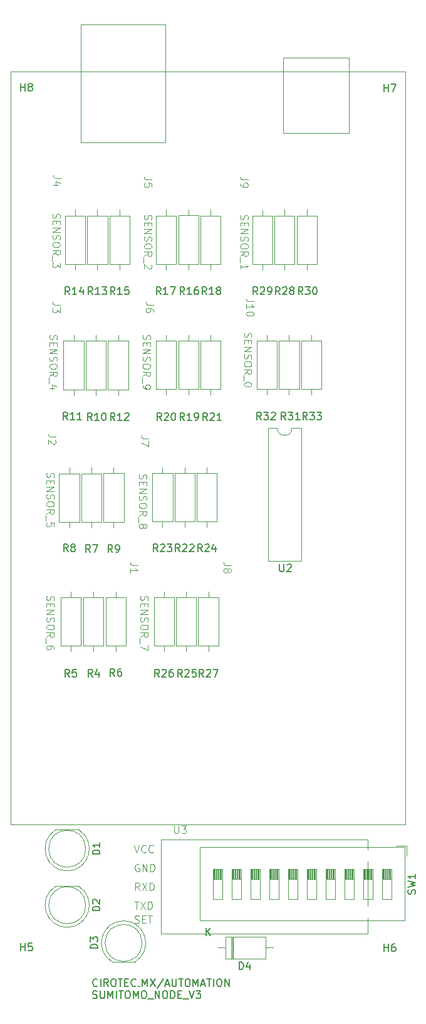
<source format=gbr>
G04 #@! TF.GenerationSoftware,KiCad,Pcbnew,8.0.0*
G04 #@! TF.CreationDate,2024-10-02T08:02:54-07:00*
G04 #@! TF.ProjectId,sumitomo_node_v3,73756d69-746f-46d6-9f5f-6e6f64655f76,rev?*
G04 #@! TF.SameCoordinates,Original*
G04 #@! TF.FileFunction,Legend,Top*
G04 #@! TF.FilePolarity,Positive*
%FSLAX46Y46*%
G04 Gerber Fmt 4.6, Leading zero omitted, Abs format (unit mm)*
G04 Created by KiCad (PCBNEW 8.0.0) date 2024-10-02 08:02:54*
%MOMM*%
%LPD*%
G01*
G04 APERTURE LIST*
%ADD10C,0.100000*%
%ADD11C,0.150000*%
%ADD12C,0.120000*%
%ADD13C,3.200000*%
%ADD14C,1.600000*%
%ADD15O,1.600000X1.600000*%
%ADD16R,2.400000X2.400000*%
%ADD17R,2.400000X1.600000*%
%ADD18O,2.400000X1.600000*%
%ADD19R,2.200000X2.200000*%
%ADD20O,2.200000X2.200000*%
%ADD21R,1.800000X1.800000*%
%ADD22C,1.800000*%
%ADD23R,2.000000X2.000000*%
%ADD24R,1.600000X1.600000*%
G04 APERTURE END LIST*
D10*
X81375200Y-76756265D02*
X81327580Y-76899122D01*
X81327580Y-76899122D02*
X81327580Y-77137217D01*
X81327580Y-77137217D02*
X81375200Y-77232455D01*
X81375200Y-77232455D02*
X81422819Y-77280074D01*
X81422819Y-77280074D02*
X81518057Y-77327693D01*
X81518057Y-77327693D02*
X81613295Y-77327693D01*
X81613295Y-77327693D02*
X81708533Y-77280074D01*
X81708533Y-77280074D02*
X81756152Y-77232455D01*
X81756152Y-77232455D02*
X81803771Y-77137217D01*
X81803771Y-77137217D02*
X81851390Y-76946741D01*
X81851390Y-76946741D02*
X81899009Y-76851503D01*
X81899009Y-76851503D02*
X81946628Y-76803884D01*
X81946628Y-76803884D02*
X82041866Y-76756265D01*
X82041866Y-76756265D02*
X82137104Y-76756265D01*
X82137104Y-76756265D02*
X82232342Y-76803884D01*
X82232342Y-76803884D02*
X82279961Y-76851503D01*
X82279961Y-76851503D02*
X82327580Y-76946741D01*
X82327580Y-76946741D02*
X82327580Y-77184836D01*
X82327580Y-77184836D02*
X82279961Y-77327693D01*
X81851390Y-77756265D02*
X81851390Y-78089598D01*
X81327580Y-78232455D02*
X81327580Y-77756265D01*
X81327580Y-77756265D02*
X82327580Y-77756265D01*
X82327580Y-77756265D02*
X82327580Y-78232455D01*
X81327580Y-78661027D02*
X82327580Y-78661027D01*
X82327580Y-78661027D02*
X81327580Y-79232455D01*
X81327580Y-79232455D02*
X82327580Y-79232455D01*
X81375200Y-79661027D02*
X81327580Y-79803884D01*
X81327580Y-79803884D02*
X81327580Y-80041979D01*
X81327580Y-80041979D02*
X81375200Y-80137217D01*
X81375200Y-80137217D02*
X81422819Y-80184836D01*
X81422819Y-80184836D02*
X81518057Y-80232455D01*
X81518057Y-80232455D02*
X81613295Y-80232455D01*
X81613295Y-80232455D02*
X81708533Y-80184836D01*
X81708533Y-80184836D02*
X81756152Y-80137217D01*
X81756152Y-80137217D02*
X81803771Y-80041979D01*
X81803771Y-80041979D02*
X81851390Y-79851503D01*
X81851390Y-79851503D02*
X81899009Y-79756265D01*
X81899009Y-79756265D02*
X81946628Y-79708646D01*
X81946628Y-79708646D02*
X82041866Y-79661027D01*
X82041866Y-79661027D02*
X82137104Y-79661027D01*
X82137104Y-79661027D02*
X82232342Y-79708646D01*
X82232342Y-79708646D02*
X82279961Y-79756265D01*
X82279961Y-79756265D02*
X82327580Y-79851503D01*
X82327580Y-79851503D02*
X82327580Y-80089598D01*
X82327580Y-80089598D02*
X82279961Y-80232455D01*
X82327580Y-80851503D02*
X82327580Y-81041979D01*
X82327580Y-81041979D02*
X82279961Y-81137217D01*
X82279961Y-81137217D02*
X82184723Y-81232455D01*
X82184723Y-81232455D02*
X81994247Y-81280074D01*
X81994247Y-81280074D02*
X81660914Y-81280074D01*
X81660914Y-81280074D02*
X81470438Y-81232455D01*
X81470438Y-81232455D02*
X81375200Y-81137217D01*
X81375200Y-81137217D02*
X81327580Y-81041979D01*
X81327580Y-81041979D02*
X81327580Y-80851503D01*
X81327580Y-80851503D02*
X81375200Y-80756265D01*
X81375200Y-80756265D02*
X81470438Y-80661027D01*
X81470438Y-80661027D02*
X81660914Y-80613408D01*
X81660914Y-80613408D02*
X81994247Y-80613408D01*
X81994247Y-80613408D02*
X82184723Y-80661027D01*
X82184723Y-80661027D02*
X82279961Y-80756265D01*
X82279961Y-80756265D02*
X82327580Y-80851503D01*
X81327580Y-82280074D02*
X81803771Y-81946741D01*
X81327580Y-81708646D02*
X82327580Y-81708646D01*
X82327580Y-81708646D02*
X82327580Y-82089598D01*
X82327580Y-82089598D02*
X82279961Y-82184836D01*
X82279961Y-82184836D02*
X82232342Y-82232455D01*
X82232342Y-82232455D02*
X82137104Y-82280074D01*
X82137104Y-82280074D02*
X81994247Y-82280074D01*
X81994247Y-82280074D02*
X81899009Y-82232455D01*
X81899009Y-82232455D02*
X81851390Y-82184836D01*
X81851390Y-82184836D02*
X81803771Y-82089598D01*
X81803771Y-82089598D02*
X81803771Y-81708646D01*
X81232342Y-82470551D02*
X81232342Y-83232455D01*
X81327580Y-83518170D02*
X81327580Y-83708646D01*
X81327580Y-83708646D02*
X81375200Y-83803884D01*
X81375200Y-83803884D02*
X81422819Y-83851503D01*
X81422819Y-83851503D02*
X81565676Y-83946741D01*
X81565676Y-83946741D02*
X81756152Y-83994360D01*
X81756152Y-83994360D02*
X82137104Y-83994360D01*
X82137104Y-83994360D02*
X82232342Y-83946741D01*
X82232342Y-83946741D02*
X82279961Y-83899122D01*
X82279961Y-83899122D02*
X82327580Y-83803884D01*
X82327580Y-83803884D02*
X82327580Y-83613408D01*
X82327580Y-83613408D02*
X82279961Y-83518170D01*
X82279961Y-83518170D02*
X82232342Y-83470551D01*
X82232342Y-83470551D02*
X82137104Y-83422932D01*
X82137104Y-83422932D02*
X81899009Y-83422932D01*
X81899009Y-83422932D02*
X81803771Y-83470551D01*
X81803771Y-83470551D02*
X81756152Y-83518170D01*
X81756152Y-83518170D02*
X81708533Y-83613408D01*
X81708533Y-83613408D02*
X81708533Y-83803884D01*
X81708533Y-83803884D02*
X81756152Y-83899122D01*
X81756152Y-83899122D02*
X81803771Y-83946741D01*
X81803771Y-83946741D02*
X81899009Y-83994360D01*
X80875200Y-95556265D02*
X80827580Y-95699122D01*
X80827580Y-95699122D02*
X80827580Y-95937217D01*
X80827580Y-95937217D02*
X80875200Y-96032455D01*
X80875200Y-96032455D02*
X80922819Y-96080074D01*
X80922819Y-96080074D02*
X81018057Y-96127693D01*
X81018057Y-96127693D02*
X81113295Y-96127693D01*
X81113295Y-96127693D02*
X81208533Y-96080074D01*
X81208533Y-96080074D02*
X81256152Y-96032455D01*
X81256152Y-96032455D02*
X81303771Y-95937217D01*
X81303771Y-95937217D02*
X81351390Y-95746741D01*
X81351390Y-95746741D02*
X81399009Y-95651503D01*
X81399009Y-95651503D02*
X81446628Y-95603884D01*
X81446628Y-95603884D02*
X81541866Y-95556265D01*
X81541866Y-95556265D02*
X81637104Y-95556265D01*
X81637104Y-95556265D02*
X81732342Y-95603884D01*
X81732342Y-95603884D02*
X81779961Y-95651503D01*
X81779961Y-95651503D02*
X81827580Y-95746741D01*
X81827580Y-95746741D02*
X81827580Y-95984836D01*
X81827580Y-95984836D02*
X81779961Y-96127693D01*
X81351390Y-96556265D02*
X81351390Y-96889598D01*
X80827580Y-97032455D02*
X80827580Y-96556265D01*
X80827580Y-96556265D02*
X81827580Y-96556265D01*
X81827580Y-96556265D02*
X81827580Y-97032455D01*
X80827580Y-97461027D02*
X81827580Y-97461027D01*
X81827580Y-97461027D02*
X80827580Y-98032455D01*
X80827580Y-98032455D02*
X81827580Y-98032455D01*
X80875200Y-98461027D02*
X80827580Y-98603884D01*
X80827580Y-98603884D02*
X80827580Y-98841979D01*
X80827580Y-98841979D02*
X80875200Y-98937217D01*
X80875200Y-98937217D02*
X80922819Y-98984836D01*
X80922819Y-98984836D02*
X81018057Y-99032455D01*
X81018057Y-99032455D02*
X81113295Y-99032455D01*
X81113295Y-99032455D02*
X81208533Y-98984836D01*
X81208533Y-98984836D02*
X81256152Y-98937217D01*
X81256152Y-98937217D02*
X81303771Y-98841979D01*
X81303771Y-98841979D02*
X81351390Y-98651503D01*
X81351390Y-98651503D02*
X81399009Y-98556265D01*
X81399009Y-98556265D02*
X81446628Y-98508646D01*
X81446628Y-98508646D02*
X81541866Y-98461027D01*
X81541866Y-98461027D02*
X81637104Y-98461027D01*
X81637104Y-98461027D02*
X81732342Y-98508646D01*
X81732342Y-98508646D02*
X81779961Y-98556265D01*
X81779961Y-98556265D02*
X81827580Y-98651503D01*
X81827580Y-98651503D02*
X81827580Y-98889598D01*
X81827580Y-98889598D02*
X81779961Y-99032455D01*
X81827580Y-99651503D02*
X81827580Y-99841979D01*
X81827580Y-99841979D02*
X81779961Y-99937217D01*
X81779961Y-99937217D02*
X81684723Y-100032455D01*
X81684723Y-100032455D02*
X81494247Y-100080074D01*
X81494247Y-100080074D02*
X81160914Y-100080074D01*
X81160914Y-100080074D02*
X80970438Y-100032455D01*
X80970438Y-100032455D02*
X80875200Y-99937217D01*
X80875200Y-99937217D02*
X80827580Y-99841979D01*
X80827580Y-99841979D02*
X80827580Y-99651503D01*
X80827580Y-99651503D02*
X80875200Y-99556265D01*
X80875200Y-99556265D02*
X80970438Y-99461027D01*
X80970438Y-99461027D02*
X81160914Y-99413408D01*
X81160914Y-99413408D02*
X81494247Y-99413408D01*
X81494247Y-99413408D02*
X81684723Y-99461027D01*
X81684723Y-99461027D02*
X81779961Y-99556265D01*
X81779961Y-99556265D02*
X81827580Y-99651503D01*
X80827580Y-101080074D02*
X81303771Y-100746741D01*
X80827580Y-100508646D02*
X81827580Y-100508646D01*
X81827580Y-100508646D02*
X81827580Y-100889598D01*
X81827580Y-100889598D02*
X81779961Y-100984836D01*
X81779961Y-100984836D02*
X81732342Y-101032455D01*
X81732342Y-101032455D02*
X81637104Y-101080074D01*
X81637104Y-101080074D02*
X81494247Y-101080074D01*
X81494247Y-101080074D02*
X81399009Y-101032455D01*
X81399009Y-101032455D02*
X81351390Y-100984836D01*
X81351390Y-100984836D02*
X81303771Y-100889598D01*
X81303771Y-100889598D02*
X81303771Y-100508646D01*
X80732342Y-101270551D02*
X80732342Y-102032455D01*
X81399009Y-102413408D02*
X81446628Y-102318170D01*
X81446628Y-102318170D02*
X81494247Y-102270551D01*
X81494247Y-102270551D02*
X81589485Y-102222932D01*
X81589485Y-102222932D02*
X81637104Y-102222932D01*
X81637104Y-102222932D02*
X81732342Y-102270551D01*
X81732342Y-102270551D02*
X81779961Y-102318170D01*
X81779961Y-102318170D02*
X81827580Y-102413408D01*
X81827580Y-102413408D02*
X81827580Y-102603884D01*
X81827580Y-102603884D02*
X81779961Y-102699122D01*
X81779961Y-102699122D02*
X81732342Y-102746741D01*
X81732342Y-102746741D02*
X81637104Y-102794360D01*
X81637104Y-102794360D02*
X81589485Y-102794360D01*
X81589485Y-102794360D02*
X81494247Y-102746741D01*
X81494247Y-102746741D02*
X81446628Y-102699122D01*
X81446628Y-102699122D02*
X81399009Y-102603884D01*
X81399009Y-102603884D02*
X81399009Y-102413408D01*
X81399009Y-102413408D02*
X81351390Y-102318170D01*
X81351390Y-102318170D02*
X81303771Y-102270551D01*
X81303771Y-102270551D02*
X81208533Y-102222932D01*
X81208533Y-102222932D02*
X81018057Y-102222932D01*
X81018057Y-102222932D02*
X80922819Y-102270551D01*
X80922819Y-102270551D02*
X80875200Y-102318170D01*
X80875200Y-102318170D02*
X80827580Y-102413408D01*
X80827580Y-102413408D02*
X80827580Y-102603884D01*
X80827580Y-102603884D02*
X80875200Y-102699122D01*
X80875200Y-102699122D02*
X80922819Y-102746741D01*
X80922819Y-102746741D02*
X81018057Y-102794360D01*
X81018057Y-102794360D02*
X81208533Y-102794360D01*
X81208533Y-102794360D02*
X81303771Y-102746741D01*
X81303771Y-102746741D02*
X81351390Y-102699122D01*
X81351390Y-102699122D02*
X81399009Y-102603884D01*
X81075200Y-111956265D02*
X81027580Y-112099122D01*
X81027580Y-112099122D02*
X81027580Y-112337217D01*
X81027580Y-112337217D02*
X81075200Y-112432455D01*
X81075200Y-112432455D02*
X81122819Y-112480074D01*
X81122819Y-112480074D02*
X81218057Y-112527693D01*
X81218057Y-112527693D02*
X81313295Y-112527693D01*
X81313295Y-112527693D02*
X81408533Y-112480074D01*
X81408533Y-112480074D02*
X81456152Y-112432455D01*
X81456152Y-112432455D02*
X81503771Y-112337217D01*
X81503771Y-112337217D02*
X81551390Y-112146741D01*
X81551390Y-112146741D02*
X81599009Y-112051503D01*
X81599009Y-112051503D02*
X81646628Y-112003884D01*
X81646628Y-112003884D02*
X81741866Y-111956265D01*
X81741866Y-111956265D02*
X81837104Y-111956265D01*
X81837104Y-111956265D02*
X81932342Y-112003884D01*
X81932342Y-112003884D02*
X81979961Y-112051503D01*
X81979961Y-112051503D02*
X82027580Y-112146741D01*
X82027580Y-112146741D02*
X82027580Y-112384836D01*
X82027580Y-112384836D02*
X81979961Y-112527693D01*
X81551390Y-112956265D02*
X81551390Y-113289598D01*
X81027580Y-113432455D02*
X81027580Y-112956265D01*
X81027580Y-112956265D02*
X82027580Y-112956265D01*
X82027580Y-112956265D02*
X82027580Y-113432455D01*
X81027580Y-113861027D02*
X82027580Y-113861027D01*
X82027580Y-113861027D02*
X81027580Y-114432455D01*
X81027580Y-114432455D02*
X82027580Y-114432455D01*
X81075200Y-114861027D02*
X81027580Y-115003884D01*
X81027580Y-115003884D02*
X81027580Y-115241979D01*
X81027580Y-115241979D02*
X81075200Y-115337217D01*
X81075200Y-115337217D02*
X81122819Y-115384836D01*
X81122819Y-115384836D02*
X81218057Y-115432455D01*
X81218057Y-115432455D02*
X81313295Y-115432455D01*
X81313295Y-115432455D02*
X81408533Y-115384836D01*
X81408533Y-115384836D02*
X81456152Y-115337217D01*
X81456152Y-115337217D02*
X81503771Y-115241979D01*
X81503771Y-115241979D02*
X81551390Y-115051503D01*
X81551390Y-115051503D02*
X81599009Y-114956265D01*
X81599009Y-114956265D02*
X81646628Y-114908646D01*
X81646628Y-114908646D02*
X81741866Y-114861027D01*
X81741866Y-114861027D02*
X81837104Y-114861027D01*
X81837104Y-114861027D02*
X81932342Y-114908646D01*
X81932342Y-114908646D02*
X81979961Y-114956265D01*
X81979961Y-114956265D02*
X82027580Y-115051503D01*
X82027580Y-115051503D02*
X82027580Y-115289598D01*
X82027580Y-115289598D02*
X81979961Y-115432455D01*
X82027580Y-116051503D02*
X82027580Y-116241979D01*
X82027580Y-116241979D02*
X81979961Y-116337217D01*
X81979961Y-116337217D02*
X81884723Y-116432455D01*
X81884723Y-116432455D02*
X81694247Y-116480074D01*
X81694247Y-116480074D02*
X81360914Y-116480074D01*
X81360914Y-116480074D02*
X81170438Y-116432455D01*
X81170438Y-116432455D02*
X81075200Y-116337217D01*
X81075200Y-116337217D02*
X81027580Y-116241979D01*
X81027580Y-116241979D02*
X81027580Y-116051503D01*
X81027580Y-116051503D02*
X81075200Y-115956265D01*
X81075200Y-115956265D02*
X81170438Y-115861027D01*
X81170438Y-115861027D02*
X81360914Y-115813408D01*
X81360914Y-115813408D02*
X81694247Y-115813408D01*
X81694247Y-115813408D02*
X81884723Y-115861027D01*
X81884723Y-115861027D02*
X81979961Y-115956265D01*
X81979961Y-115956265D02*
X82027580Y-116051503D01*
X81027580Y-117480074D02*
X81503771Y-117146741D01*
X81027580Y-116908646D02*
X82027580Y-116908646D01*
X82027580Y-116908646D02*
X82027580Y-117289598D01*
X82027580Y-117289598D02*
X81979961Y-117384836D01*
X81979961Y-117384836D02*
X81932342Y-117432455D01*
X81932342Y-117432455D02*
X81837104Y-117480074D01*
X81837104Y-117480074D02*
X81694247Y-117480074D01*
X81694247Y-117480074D02*
X81599009Y-117432455D01*
X81599009Y-117432455D02*
X81551390Y-117384836D01*
X81551390Y-117384836D02*
X81503771Y-117289598D01*
X81503771Y-117289598D02*
X81503771Y-116908646D01*
X80932342Y-117670551D02*
X80932342Y-118432455D01*
X82027580Y-118575313D02*
X82027580Y-119241979D01*
X82027580Y-119241979D02*
X81027580Y-118813408D01*
X68375200Y-111956265D02*
X68327580Y-112099122D01*
X68327580Y-112099122D02*
X68327580Y-112337217D01*
X68327580Y-112337217D02*
X68375200Y-112432455D01*
X68375200Y-112432455D02*
X68422819Y-112480074D01*
X68422819Y-112480074D02*
X68518057Y-112527693D01*
X68518057Y-112527693D02*
X68613295Y-112527693D01*
X68613295Y-112527693D02*
X68708533Y-112480074D01*
X68708533Y-112480074D02*
X68756152Y-112432455D01*
X68756152Y-112432455D02*
X68803771Y-112337217D01*
X68803771Y-112337217D02*
X68851390Y-112146741D01*
X68851390Y-112146741D02*
X68899009Y-112051503D01*
X68899009Y-112051503D02*
X68946628Y-112003884D01*
X68946628Y-112003884D02*
X69041866Y-111956265D01*
X69041866Y-111956265D02*
X69137104Y-111956265D01*
X69137104Y-111956265D02*
X69232342Y-112003884D01*
X69232342Y-112003884D02*
X69279961Y-112051503D01*
X69279961Y-112051503D02*
X69327580Y-112146741D01*
X69327580Y-112146741D02*
X69327580Y-112384836D01*
X69327580Y-112384836D02*
X69279961Y-112527693D01*
X68851390Y-112956265D02*
X68851390Y-113289598D01*
X68327580Y-113432455D02*
X68327580Y-112956265D01*
X68327580Y-112956265D02*
X69327580Y-112956265D01*
X69327580Y-112956265D02*
X69327580Y-113432455D01*
X68327580Y-113861027D02*
X69327580Y-113861027D01*
X69327580Y-113861027D02*
X68327580Y-114432455D01*
X68327580Y-114432455D02*
X69327580Y-114432455D01*
X68375200Y-114861027D02*
X68327580Y-115003884D01*
X68327580Y-115003884D02*
X68327580Y-115241979D01*
X68327580Y-115241979D02*
X68375200Y-115337217D01*
X68375200Y-115337217D02*
X68422819Y-115384836D01*
X68422819Y-115384836D02*
X68518057Y-115432455D01*
X68518057Y-115432455D02*
X68613295Y-115432455D01*
X68613295Y-115432455D02*
X68708533Y-115384836D01*
X68708533Y-115384836D02*
X68756152Y-115337217D01*
X68756152Y-115337217D02*
X68803771Y-115241979D01*
X68803771Y-115241979D02*
X68851390Y-115051503D01*
X68851390Y-115051503D02*
X68899009Y-114956265D01*
X68899009Y-114956265D02*
X68946628Y-114908646D01*
X68946628Y-114908646D02*
X69041866Y-114861027D01*
X69041866Y-114861027D02*
X69137104Y-114861027D01*
X69137104Y-114861027D02*
X69232342Y-114908646D01*
X69232342Y-114908646D02*
X69279961Y-114956265D01*
X69279961Y-114956265D02*
X69327580Y-115051503D01*
X69327580Y-115051503D02*
X69327580Y-115289598D01*
X69327580Y-115289598D02*
X69279961Y-115432455D01*
X69327580Y-116051503D02*
X69327580Y-116241979D01*
X69327580Y-116241979D02*
X69279961Y-116337217D01*
X69279961Y-116337217D02*
X69184723Y-116432455D01*
X69184723Y-116432455D02*
X68994247Y-116480074D01*
X68994247Y-116480074D02*
X68660914Y-116480074D01*
X68660914Y-116480074D02*
X68470438Y-116432455D01*
X68470438Y-116432455D02*
X68375200Y-116337217D01*
X68375200Y-116337217D02*
X68327580Y-116241979D01*
X68327580Y-116241979D02*
X68327580Y-116051503D01*
X68327580Y-116051503D02*
X68375200Y-115956265D01*
X68375200Y-115956265D02*
X68470438Y-115861027D01*
X68470438Y-115861027D02*
X68660914Y-115813408D01*
X68660914Y-115813408D02*
X68994247Y-115813408D01*
X68994247Y-115813408D02*
X69184723Y-115861027D01*
X69184723Y-115861027D02*
X69279961Y-115956265D01*
X69279961Y-115956265D02*
X69327580Y-116051503D01*
X68327580Y-117480074D02*
X68803771Y-117146741D01*
X68327580Y-116908646D02*
X69327580Y-116908646D01*
X69327580Y-116908646D02*
X69327580Y-117289598D01*
X69327580Y-117289598D02*
X69279961Y-117384836D01*
X69279961Y-117384836D02*
X69232342Y-117432455D01*
X69232342Y-117432455D02*
X69137104Y-117480074D01*
X69137104Y-117480074D02*
X68994247Y-117480074D01*
X68994247Y-117480074D02*
X68899009Y-117432455D01*
X68899009Y-117432455D02*
X68851390Y-117384836D01*
X68851390Y-117384836D02*
X68803771Y-117289598D01*
X68803771Y-117289598D02*
X68803771Y-116908646D01*
X68232342Y-117670551D02*
X68232342Y-118432455D01*
X69327580Y-119099122D02*
X69327580Y-118908646D01*
X69327580Y-118908646D02*
X69279961Y-118813408D01*
X69279961Y-118813408D02*
X69232342Y-118765789D01*
X69232342Y-118765789D02*
X69089485Y-118670551D01*
X69089485Y-118670551D02*
X68899009Y-118622932D01*
X68899009Y-118622932D02*
X68518057Y-118622932D01*
X68518057Y-118622932D02*
X68422819Y-118670551D01*
X68422819Y-118670551D02*
X68375200Y-118718170D01*
X68375200Y-118718170D02*
X68327580Y-118813408D01*
X68327580Y-118813408D02*
X68327580Y-119003884D01*
X68327580Y-119003884D02*
X68375200Y-119099122D01*
X68375200Y-119099122D02*
X68422819Y-119146741D01*
X68422819Y-119146741D02*
X68518057Y-119194360D01*
X68518057Y-119194360D02*
X68756152Y-119194360D01*
X68756152Y-119194360D02*
X68851390Y-119146741D01*
X68851390Y-119146741D02*
X68899009Y-119099122D01*
X68899009Y-119099122D02*
X68946628Y-119003884D01*
X68946628Y-119003884D02*
X68946628Y-118813408D01*
X68946628Y-118813408D02*
X68899009Y-118718170D01*
X68899009Y-118718170D02*
X68851390Y-118670551D01*
X68851390Y-118670551D02*
X68756152Y-118622932D01*
X68375200Y-95356265D02*
X68327580Y-95499122D01*
X68327580Y-95499122D02*
X68327580Y-95737217D01*
X68327580Y-95737217D02*
X68375200Y-95832455D01*
X68375200Y-95832455D02*
X68422819Y-95880074D01*
X68422819Y-95880074D02*
X68518057Y-95927693D01*
X68518057Y-95927693D02*
X68613295Y-95927693D01*
X68613295Y-95927693D02*
X68708533Y-95880074D01*
X68708533Y-95880074D02*
X68756152Y-95832455D01*
X68756152Y-95832455D02*
X68803771Y-95737217D01*
X68803771Y-95737217D02*
X68851390Y-95546741D01*
X68851390Y-95546741D02*
X68899009Y-95451503D01*
X68899009Y-95451503D02*
X68946628Y-95403884D01*
X68946628Y-95403884D02*
X69041866Y-95356265D01*
X69041866Y-95356265D02*
X69137104Y-95356265D01*
X69137104Y-95356265D02*
X69232342Y-95403884D01*
X69232342Y-95403884D02*
X69279961Y-95451503D01*
X69279961Y-95451503D02*
X69327580Y-95546741D01*
X69327580Y-95546741D02*
X69327580Y-95784836D01*
X69327580Y-95784836D02*
X69279961Y-95927693D01*
X68851390Y-96356265D02*
X68851390Y-96689598D01*
X68327580Y-96832455D02*
X68327580Y-96356265D01*
X68327580Y-96356265D02*
X69327580Y-96356265D01*
X69327580Y-96356265D02*
X69327580Y-96832455D01*
X68327580Y-97261027D02*
X69327580Y-97261027D01*
X69327580Y-97261027D02*
X68327580Y-97832455D01*
X68327580Y-97832455D02*
X69327580Y-97832455D01*
X68375200Y-98261027D02*
X68327580Y-98403884D01*
X68327580Y-98403884D02*
X68327580Y-98641979D01*
X68327580Y-98641979D02*
X68375200Y-98737217D01*
X68375200Y-98737217D02*
X68422819Y-98784836D01*
X68422819Y-98784836D02*
X68518057Y-98832455D01*
X68518057Y-98832455D02*
X68613295Y-98832455D01*
X68613295Y-98832455D02*
X68708533Y-98784836D01*
X68708533Y-98784836D02*
X68756152Y-98737217D01*
X68756152Y-98737217D02*
X68803771Y-98641979D01*
X68803771Y-98641979D02*
X68851390Y-98451503D01*
X68851390Y-98451503D02*
X68899009Y-98356265D01*
X68899009Y-98356265D02*
X68946628Y-98308646D01*
X68946628Y-98308646D02*
X69041866Y-98261027D01*
X69041866Y-98261027D02*
X69137104Y-98261027D01*
X69137104Y-98261027D02*
X69232342Y-98308646D01*
X69232342Y-98308646D02*
X69279961Y-98356265D01*
X69279961Y-98356265D02*
X69327580Y-98451503D01*
X69327580Y-98451503D02*
X69327580Y-98689598D01*
X69327580Y-98689598D02*
X69279961Y-98832455D01*
X69327580Y-99451503D02*
X69327580Y-99641979D01*
X69327580Y-99641979D02*
X69279961Y-99737217D01*
X69279961Y-99737217D02*
X69184723Y-99832455D01*
X69184723Y-99832455D02*
X68994247Y-99880074D01*
X68994247Y-99880074D02*
X68660914Y-99880074D01*
X68660914Y-99880074D02*
X68470438Y-99832455D01*
X68470438Y-99832455D02*
X68375200Y-99737217D01*
X68375200Y-99737217D02*
X68327580Y-99641979D01*
X68327580Y-99641979D02*
X68327580Y-99451503D01*
X68327580Y-99451503D02*
X68375200Y-99356265D01*
X68375200Y-99356265D02*
X68470438Y-99261027D01*
X68470438Y-99261027D02*
X68660914Y-99213408D01*
X68660914Y-99213408D02*
X68994247Y-99213408D01*
X68994247Y-99213408D02*
X69184723Y-99261027D01*
X69184723Y-99261027D02*
X69279961Y-99356265D01*
X69279961Y-99356265D02*
X69327580Y-99451503D01*
X68327580Y-100880074D02*
X68803771Y-100546741D01*
X68327580Y-100308646D02*
X69327580Y-100308646D01*
X69327580Y-100308646D02*
X69327580Y-100689598D01*
X69327580Y-100689598D02*
X69279961Y-100784836D01*
X69279961Y-100784836D02*
X69232342Y-100832455D01*
X69232342Y-100832455D02*
X69137104Y-100880074D01*
X69137104Y-100880074D02*
X68994247Y-100880074D01*
X68994247Y-100880074D02*
X68899009Y-100832455D01*
X68899009Y-100832455D02*
X68851390Y-100784836D01*
X68851390Y-100784836D02*
X68803771Y-100689598D01*
X68803771Y-100689598D02*
X68803771Y-100308646D01*
X68232342Y-101070551D02*
X68232342Y-101832455D01*
X69327580Y-102546741D02*
X69327580Y-102070551D01*
X69327580Y-102070551D02*
X68851390Y-102022932D01*
X68851390Y-102022932D02*
X68899009Y-102070551D01*
X68899009Y-102070551D02*
X68946628Y-102165789D01*
X68946628Y-102165789D02*
X68946628Y-102403884D01*
X68946628Y-102403884D02*
X68899009Y-102499122D01*
X68899009Y-102499122D02*
X68851390Y-102546741D01*
X68851390Y-102546741D02*
X68756152Y-102594360D01*
X68756152Y-102594360D02*
X68518057Y-102594360D01*
X68518057Y-102594360D02*
X68422819Y-102546741D01*
X68422819Y-102546741D02*
X68375200Y-102499122D01*
X68375200Y-102499122D02*
X68327580Y-102403884D01*
X68327580Y-102403884D02*
X68327580Y-102165789D01*
X68327580Y-102165789D02*
X68375200Y-102070551D01*
X68375200Y-102070551D02*
X68422819Y-102022932D01*
X68775200Y-76756265D02*
X68727580Y-76899122D01*
X68727580Y-76899122D02*
X68727580Y-77137217D01*
X68727580Y-77137217D02*
X68775200Y-77232455D01*
X68775200Y-77232455D02*
X68822819Y-77280074D01*
X68822819Y-77280074D02*
X68918057Y-77327693D01*
X68918057Y-77327693D02*
X69013295Y-77327693D01*
X69013295Y-77327693D02*
X69108533Y-77280074D01*
X69108533Y-77280074D02*
X69156152Y-77232455D01*
X69156152Y-77232455D02*
X69203771Y-77137217D01*
X69203771Y-77137217D02*
X69251390Y-76946741D01*
X69251390Y-76946741D02*
X69299009Y-76851503D01*
X69299009Y-76851503D02*
X69346628Y-76803884D01*
X69346628Y-76803884D02*
X69441866Y-76756265D01*
X69441866Y-76756265D02*
X69537104Y-76756265D01*
X69537104Y-76756265D02*
X69632342Y-76803884D01*
X69632342Y-76803884D02*
X69679961Y-76851503D01*
X69679961Y-76851503D02*
X69727580Y-76946741D01*
X69727580Y-76946741D02*
X69727580Y-77184836D01*
X69727580Y-77184836D02*
X69679961Y-77327693D01*
X69251390Y-77756265D02*
X69251390Y-78089598D01*
X68727580Y-78232455D02*
X68727580Y-77756265D01*
X68727580Y-77756265D02*
X69727580Y-77756265D01*
X69727580Y-77756265D02*
X69727580Y-78232455D01*
X68727580Y-78661027D02*
X69727580Y-78661027D01*
X69727580Y-78661027D02*
X68727580Y-79232455D01*
X68727580Y-79232455D02*
X69727580Y-79232455D01*
X68775200Y-79661027D02*
X68727580Y-79803884D01*
X68727580Y-79803884D02*
X68727580Y-80041979D01*
X68727580Y-80041979D02*
X68775200Y-80137217D01*
X68775200Y-80137217D02*
X68822819Y-80184836D01*
X68822819Y-80184836D02*
X68918057Y-80232455D01*
X68918057Y-80232455D02*
X69013295Y-80232455D01*
X69013295Y-80232455D02*
X69108533Y-80184836D01*
X69108533Y-80184836D02*
X69156152Y-80137217D01*
X69156152Y-80137217D02*
X69203771Y-80041979D01*
X69203771Y-80041979D02*
X69251390Y-79851503D01*
X69251390Y-79851503D02*
X69299009Y-79756265D01*
X69299009Y-79756265D02*
X69346628Y-79708646D01*
X69346628Y-79708646D02*
X69441866Y-79661027D01*
X69441866Y-79661027D02*
X69537104Y-79661027D01*
X69537104Y-79661027D02*
X69632342Y-79708646D01*
X69632342Y-79708646D02*
X69679961Y-79756265D01*
X69679961Y-79756265D02*
X69727580Y-79851503D01*
X69727580Y-79851503D02*
X69727580Y-80089598D01*
X69727580Y-80089598D02*
X69679961Y-80232455D01*
X69727580Y-80851503D02*
X69727580Y-81041979D01*
X69727580Y-81041979D02*
X69679961Y-81137217D01*
X69679961Y-81137217D02*
X69584723Y-81232455D01*
X69584723Y-81232455D02*
X69394247Y-81280074D01*
X69394247Y-81280074D02*
X69060914Y-81280074D01*
X69060914Y-81280074D02*
X68870438Y-81232455D01*
X68870438Y-81232455D02*
X68775200Y-81137217D01*
X68775200Y-81137217D02*
X68727580Y-81041979D01*
X68727580Y-81041979D02*
X68727580Y-80851503D01*
X68727580Y-80851503D02*
X68775200Y-80756265D01*
X68775200Y-80756265D02*
X68870438Y-80661027D01*
X68870438Y-80661027D02*
X69060914Y-80613408D01*
X69060914Y-80613408D02*
X69394247Y-80613408D01*
X69394247Y-80613408D02*
X69584723Y-80661027D01*
X69584723Y-80661027D02*
X69679961Y-80756265D01*
X69679961Y-80756265D02*
X69727580Y-80851503D01*
X68727580Y-82280074D02*
X69203771Y-81946741D01*
X68727580Y-81708646D02*
X69727580Y-81708646D01*
X69727580Y-81708646D02*
X69727580Y-82089598D01*
X69727580Y-82089598D02*
X69679961Y-82184836D01*
X69679961Y-82184836D02*
X69632342Y-82232455D01*
X69632342Y-82232455D02*
X69537104Y-82280074D01*
X69537104Y-82280074D02*
X69394247Y-82280074D01*
X69394247Y-82280074D02*
X69299009Y-82232455D01*
X69299009Y-82232455D02*
X69251390Y-82184836D01*
X69251390Y-82184836D02*
X69203771Y-82089598D01*
X69203771Y-82089598D02*
X69203771Y-81708646D01*
X68632342Y-82470551D02*
X68632342Y-83232455D01*
X69394247Y-83899122D02*
X68727580Y-83899122D01*
X69775200Y-83661027D02*
X69060914Y-83422932D01*
X69060914Y-83422932D02*
X69060914Y-84041979D01*
X69175200Y-60356265D02*
X69127580Y-60499122D01*
X69127580Y-60499122D02*
X69127580Y-60737217D01*
X69127580Y-60737217D02*
X69175200Y-60832455D01*
X69175200Y-60832455D02*
X69222819Y-60880074D01*
X69222819Y-60880074D02*
X69318057Y-60927693D01*
X69318057Y-60927693D02*
X69413295Y-60927693D01*
X69413295Y-60927693D02*
X69508533Y-60880074D01*
X69508533Y-60880074D02*
X69556152Y-60832455D01*
X69556152Y-60832455D02*
X69603771Y-60737217D01*
X69603771Y-60737217D02*
X69651390Y-60546741D01*
X69651390Y-60546741D02*
X69699009Y-60451503D01*
X69699009Y-60451503D02*
X69746628Y-60403884D01*
X69746628Y-60403884D02*
X69841866Y-60356265D01*
X69841866Y-60356265D02*
X69937104Y-60356265D01*
X69937104Y-60356265D02*
X70032342Y-60403884D01*
X70032342Y-60403884D02*
X70079961Y-60451503D01*
X70079961Y-60451503D02*
X70127580Y-60546741D01*
X70127580Y-60546741D02*
X70127580Y-60784836D01*
X70127580Y-60784836D02*
X70079961Y-60927693D01*
X69651390Y-61356265D02*
X69651390Y-61689598D01*
X69127580Y-61832455D02*
X69127580Y-61356265D01*
X69127580Y-61356265D02*
X70127580Y-61356265D01*
X70127580Y-61356265D02*
X70127580Y-61832455D01*
X69127580Y-62261027D02*
X70127580Y-62261027D01*
X70127580Y-62261027D02*
X69127580Y-62832455D01*
X69127580Y-62832455D02*
X70127580Y-62832455D01*
X69175200Y-63261027D02*
X69127580Y-63403884D01*
X69127580Y-63403884D02*
X69127580Y-63641979D01*
X69127580Y-63641979D02*
X69175200Y-63737217D01*
X69175200Y-63737217D02*
X69222819Y-63784836D01*
X69222819Y-63784836D02*
X69318057Y-63832455D01*
X69318057Y-63832455D02*
X69413295Y-63832455D01*
X69413295Y-63832455D02*
X69508533Y-63784836D01*
X69508533Y-63784836D02*
X69556152Y-63737217D01*
X69556152Y-63737217D02*
X69603771Y-63641979D01*
X69603771Y-63641979D02*
X69651390Y-63451503D01*
X69651390Y-63451503D02*
X69699009Y-63356265D01*
X69699009Y-63356265D02*
X69746628Y-63308646D01*
X69746628Y-63308646D02*
X69841866Y-63261027D01*
X69841866Y-63261027D02*
X69937104Y-63261027D01*
X69937104Y-63261027D02*
X70032342Y-63308646D01*
X70032342Y-63308646D02*
X70079961Y-63356265D01*
X70079961Y-63356265D02*
X70127580Y-63451503D01*
X70127580Y-63451503D02*
X70127580Y-63689598D01*
X70127580Y-63689598D02*
X70079961Y-63832455D01*
X70127580Y-64451503D02*
X70127580Y-64641979D01*
X70127580Y-64641979D02*
X70079961Y-64737217D01*
X70079961Y-64737217D02*
X69984723Y-64832455D01*
X69984723Y-64832455D02*
X69794247Y-64880074D01*
X69794247Y-64880074D02*
X69460914Y-64880074D01*
X69460914Y-64880074D02*
X69270438Y-64832455D01*
X69270438Y-64832455D02*
X69175200Y-64737217D01*
X69175200Y-64737217D02*
X69127580Y-64641979D01*
X69127580Y-64641979D02*
X69127580Y-64451503D01*
X69127580Y-64451503D02*
X69175200Y-64356265D01*
X69175200Y-64356265D02*
X69270438Y-64261027D01*
X69270438Y-64261027D02*
X69460914Y-64213408D01*
X69460914Y-64213408D02*
X69794247Y-64213408D01*
X69794247Y-64213408D02*
X69984723Y-64261027D01*
X69984723Y-64261027D02*
X70079961Y-64356265D01*
X70079961Y-64356265D02*
X70127580Y-64451503D01*
X69127580Y-65880074D02*
X69603771Y-65546741D01*
X69127580Y-65308646D02*
X70127580Y-65308646D01*
X70127580Y-65308646D02*
X70127580Y-65689598D01*
X70127580Y-65689598D02*
X70079961Y-65784836D01*
X70079961Y-65784836D02*
X70032342Y-65832455D01*
X70032342Y-65832455D02*
X69937104Y-65880074D01*
X69937104Y-65880074D02*
X69794247Y-65880074D01*
X69794247Y-65880074D02*
X69699009Y-65832455D01*
X69699009Y-65832455D02*
X69651390Y-65784836D01*
X69651390Y-65784836D02*
X69603771Y-65689598D01*
X69603771Y-65689598D02*
X69603771Y-65308646D01*
X69032342Y-66070551D02*
X69032342Y-66832455D01*
X70127580Y-66975313D02*
X70127580Y-67594360D01*
X70127580Y-67594360D02*
X69746628Y-67261027D01*
X69746628Y-67261027D02*
X69746628Y-67403884D01*
X69746628Y-67403884D02*
X69699009Y-67499122D01*
X69699009Y-67499122D02*
X69651390Y-67546741D01*
X69651390Y-67546741D02*
X69556152Y-67594360D01*
X69556152Y-67594360D02*
X69318057Y-67594360D01*
X69318057Y-67594360D02*
X69222819Y-67546741D01*
X69222819Y-67546741D02*
X69175200Y-67499122D01*
X69175200Y-67499122D02*
X69127580Y-67403884D01*
X69127580Y-67403884D02*
X69127580Y-67118170D01*
X69127580Y-67118170D02*
X69175200Y-67022932D01*
X69175200Y-67022932D02*
X69222819Y-66975313D01*
X81575200Y-60556265D02*
X81527580Y-60699122D01*
X81527580Y-60699122D02*
X81527580Y-60937217D01*
X81527580Y-60937217D02*
X81575200Y-61032455D01*
X81575200Y-61032455D02*
X81622819Y-61080074D01*
X81622819Y-61080074D02*
X81718057Y-61127693D01*
X81718057Y-61127693D02*
X81813295Y-61127693D01*
X81813295Y-61127693D02*
X81908533Y-61080074D01*
X81908533Y-61080074D02*
X81956152Y-61032455D01*
X81956152Y-61032455D02*
X82003771Y-60937217D01*
X82003771Y-60937217D02*
X82051390Y-60746741D01*
X82051390Y-60746741D02*
X82099009Y-60651503D01*
X82099009Y-60651503D02*
X82146628Y-60603884D01*
X82146628Y-60603884D02*
X82241866Y-60556265D01*
X82241866Y-60556265D02*
X82337104Y-60556265D01*
X82337104Y-60556265D02*
X82432342Y-60603884D01*
X82432342Y-60603884D02*
X82479961Y-60651503D01*
X82479961Y-60651503D02*
X82527580Y-60746741D01*
X82527580Y-60746741D02*
X82527580Y-60984836D01*
X82527580Y-60984836D02*
X82479961Y-61127693D01*
X82051390Y-61556265D02*
X82051390Y-61889598D01*
X81527580Y-62032455D02*
X81527580Y-61556265D01*
X81527580Y-61556265D02*
X82527580Y-61556265D01*
X82527580Y-61556265D02*
X82527580Y-62032455D01*
X81527580Y-62461027D02*
X82527580Y-62461027D01*
X82527580Y-62461027D02*
X81527580Y-63032455D01*
X81527580Y-63032455D02*
X82527580Y-63032455D01*
X81575200Y-63461027D02*
X81527580Y-63603884D01*
X81527580Y-63603884D02*
X81527580Y-63841979D01*
X81527580Y-63841979D02*
X81575200Y-63937217D01*
X81575200Y-63937217D02*
X81622819Y-63984836D01*
X81622819Y-63984836D02*
X81718057Y-64032455D01*
X81718057Y-64032455D02*
X81813295Y-64032455D01*
X81813295Y-64032455D02*
X81908533Y-63984836D01*
X81908533Y-63984836D02*
X81956152Y-63937217D01*
X81956152Y-63937217D02*
X82003771Y-63841979D01*
X82003771Y-63841979D02*
X82051390Y-63651503D01*
X82051390Y-63651503D02*
X82099009Y-63556265D01*
X82099009Y-63556265D02*
X82146628Y-63508646D01*
X82146628Y-63508646D02*
X82241866Y-63461027D01*
X82241866Y-63461027D02*
X82337104Y-63461027D01*
X82337104Y-63461027D02*
X82432342Y-63508646D01*
X82432342Y-63508646D02*
X82479961Y-63556265D01*
X82479961Y-63556265D02*
X82527580Y-63651503D01*
X82527580Y-63651503D02*
X82527580Y-63889598D01*
X82527580Y-63889598D02*
X82479961Y-64032455D01*
X82527580Y-64651503D02*
X82527580Y-64841979D01*
X82527580Y-64841979D02*
X82479961Y-64937217D01*
X82479961Y-64937217D02*
X82384723Y-65032455D01*
X82384723Y-65032455D02*
X82194247Y-65080074D01*
X82194247Y-65080074D02*
X81860914Y-65080074D01*
X81860914Y-65080074D02*
X81670438Y-65032455D01*
X81670438Y-65032455D02*
X81575200Y-64937217D01*
X81575200Y-64937217D02*
X81527580Y-64841979D01*
X81527580Y-64841979D02*
X81527580Y-64651503D01*
X81527580Y-64651503D02*
X81575200Y-64556265D01*
X81575200Y-64556265D02*
X81670438Y-64461027D01*
X81670438Y-64461027D02*
X81860914Y-64413408D01*
X81860914Y-64413408D02*
X82194247Y-64413408D01*
X82194247Y-64413408D02*
X82384723Y-64461027D01*
X82384723Y-64461027D02*
X82479961Y-64556265D01*
X82479961Y-64556265D02*
X82527580Y-64651503D01*
X81527580Y-66080074D02*
X82003771Y-65746741D01*
X81527580Y-65508646D02*
X82527580Y-65508646D01*
X82527580Y-65508646D02*
X82527580Y-65889598D01*
X82527580Y-65889598D02*
X82479961Y-65984836D01*
X82479961Y-65984836D02*
X82432342Y-66032455D01*
X82432342Y-66032455D02*
X82337104Y-66080074D01*
X82337104Y-66080074D02*
X82194247Y-66080074D01*
X82194247Y-66080074D02*
X82099009Y-66032455D01*
X82099009Y-66032455D02*
X82051390Y-65984836D01*
X82051390Y-65984836D02*
X82003771Y-65889598D01*
X82003771Y-65889598D02*
X82003771Y-65508646D01*
X81432342Y-66270551D02*
X81432342Y-67032455D01*
X82432342Y-67222932D02*
X82479961Y-67270551D01*
X82479961Y-67270551D02*
X82527580Y-67365789D01*
X82527580Y-67365789D02*
X82527580Y-67603884D01*
X82527580Y-67603884D02*
X82479961Y-67699122D01*
X82479961Y-67699122D02*
X82432342Y-67746741D01*
X82432342Y-67746741D02*
X82337104Y-67794360D01*
X82337104Y-67794360D02*
X82241866Y-67794360D01*
X82241866Y-67794360D02*
X82099009Y-67746741D01*
X82099009Y-67746741D02*
X81527580Y-67175313D01*
X81527580Y-67175313D02*
X81527580Y-67794360D01*
X94575200Y-60556265D02*
X94527580Y-60699122D01*
X94527580Y-60699122D02*
X94527580Y-60937217D01*
X94527580Y-60937217D02*
X94575200Y-61032455D01*
X94575200Y-61032455D02*
X94622819Y-61080074D01*
X94622819Y-61080074D02*
X94718057Y-61127693D01*
X94718057Y-61127693D02*
X94813295Y-61127693D01*
X94813295Y-61127693D02*
X94908533Y-61080074D01*
X94908533Y-61080074D02*
X94956152Y-61032455D01*
X94956152Y-61032455D02*
X95003771Y-60937217D01*
X95003771Y-60937217D02*
X95051390Y-60746741D01*
X95051390Y-60746741D02*
X95099009Y-60651503D01*
X95099009Y-60651503D02*
X95146628Y-60603884D01*
X95146628Y-60603884D02*
X95241866Y-60556265D01*
X95241866Y-60556265D02*
X95337104Y-60556265D01*
X95337104Y-60556265D02*
X95432342Y-60603884D01*
X95432342Y-60603884D02*
X95479961Y-60651503D01*
X95479961Y-60651503D02*
X95527580Y-60746741D01*
X95527580Y-60746741D02*
X95527580Y-60984836D01*
X95527580Y-60984836D02*
X95479961Y-61127693D01*
X95051390Y-61556265D02*
X95051390Y-61889598D01*
X94527580Y-62032455D02*
X94527580Y-61556265D01*
X94527580Y-61556265D02*
X95527580Y-61556265D01*
X95527580Y-61556265D02*
X95527580Y-62032455D01*
X94527580Y-62461027D02*
X95527580Y-62461027D01*
X95527580Y-62461027D02*
X94527580Y-63032455D01*
X94527580Y-63032455D02*
X95527580Y-63032455D01*
X94575200Y-63461027D02*
X94527580Y-63603884D01*
X94527580Y-63603884D02*
X94527580Y-63841979D01*
X94527580Y-63841979D02*
X94575200Y-63937217D01*
X94575200Y-63937217D02*
X94622819Y-63984836D01*
X94622819Y-63984836D02*
X94718057Y-64032455D01*
X94718057Y-64032455D02*
X94813295Y-64032455D01*
X94813295Y-64032455D02*
X94908533Y-63984836D01*
X94908533Y-63984836D02*
X94956152Y-63937217D01*
X94956152Y-63937217D02*
X95003771Y-63841979D01*
X95003771Y-63841979D02*
X95051390Y-63651503D01*
X95051390Y-63651503D02*
X95099009Y-63556265D01*
X95099009Y-63556265D02*
X95146628Y-63508646D01*
X95146628Y-63508646D02*
X95241866Y-63461027D01*
X95241866Y-63461027D02*
X95337104Y-63461027D01*
X95337104Y-63461027D02*
X95432342Y-63508646D01*
X95432342Y-63508646D02*
X95479961Y-63556265D01*
X95479961Y-63556265D02*
X95527580Y-63651503D01*
X95527580Y-63651503D02*
X95527580Y-63889598D01*
X95527580Y-63889598D02*
X95479961Y-64032455D01*
X95527580Y-64651503D02*
X95527580Y-64841979D01*
X95527580Y-64841979D02*
X95479961Y-64937217D01*
X95479961Y-64937217D02*
X95384723Y-65032455D01*
X95384723Y-65032455D02*
X95194247Y-65080074D01*
X95194247Y-65080074D02*
X94860914Y-65080074D01*
X94860914Y-65080074D02*
X94670438Y-65032455D01*
X94670438Y-65032455D02*
X94575200Y-64937217D01*
X94575200Y-64937217D02*
X94527580Y-64841979D01*
X94527580Y-64841979D02*
X94527580Y-64651503D01*
X94527580Y-64651503D02*
X94575200Y-64556265D01*
X94575200Y-64556265D02*
X94670438Y-64461027D01*
X94670438Y-64461027D02*
X94860914Y-64413408D01*
X94860914Y-64413408D02*
X95194247Y-64413408D01*
X95194247Y-64413408D02*
X95384723Y-64461027D01*
X95384723Y-64461027D02*
X95479961Y-64556265D01*
X95479961Y-64556265D02*
X95527580Y-64651503D01*
X94527580Y-66080074D02*
X95003771Y-65746741D01*
X94527580Y-65508646D02*
X95527580Y-65508646D01*
X95527580Y-65508646D02*
X95527580Y-65889598D01*
X95527580Y-65889598D02*
X95479961Y-65984836D01*
X95479961Y-65984836D02*
X95432342Y-66032455D01*
X95432342Y-66032455D02*
X95337104Y-66080074D01*
X95337104Y-66080074D02*
X95194247Y-66080074D01*
X95194247Y-66080074D02*
X95099009Y-66032455D01*
X95099009Y-66032455D02*
X95051390Y-65984836D01*
X95051390Y-65984836D02*
X95003771Y-65889598D01*
X95003771Y-65889598D02*
X95003771Y-65508646D01*
X94432342Y-66270551D02*
X94432342Y-67032455D01*
X94527580Y-67794360D02*
X94527580Y-67222932D01*
X94527580Y-67508646D02*
X95527580Y-67508646D01*
X95527580Y-67508646D02*
X95384723Y-67413408D01*
X95384723Y-67413408D02*
X95289485Y-67318170D01*
X95289485Y-67318170D02*
X95241866Y-67222932D01*
X95075200Y-76456265D02*
X95027580Y-76599122D01*
X95027580Y-76599122D02*
X95027580Y-76837217D01*
X95027580Y-76837217D02*
X95075200Y-76932455D01*
X95075200Y-76932455D02*
X95122819Y-76980074D01*
X95122819Y-76980074D02*
X95218057Y-77027693D01*
X95218057Y-77027693D02*
X95313295Y-77027693D01*
X95313295Y-77027693D02*
X95408533Y-76980074D01*
X95408533Y-76980074D02*
X95456152Y-76932455D01*
X95456152Y-76932455D02*
X95503771Y-76837217D01*
X95503771Y-76837217D02*
X95551390Y-76646741D01*
X95551390Y-76646741D02*
X95599009Y-76551503D01*
X95599009Y-76551503D02*
X95646628Y-76503884D01*
X95646628Y-76503884D02*
X95741866Y-76456265D01*
X95741866Y-76456265D02*
X95837104Y-76456265D01*
X95837104Y-76456265D02*
X95932342Y-76503884D01*
X95932342Y-76503884D02*
X95979961Y-76551503D01*
X95979961Y-76551503D02*
X96027580Y-76646741D01*
X96027580Y-76646741D02*
X96027580Y-76884836D01*
X96027580Y-76884836D02*
X95979961Y-77027693D01*
X95551390Y-77456265D02*
X95551390Y-77789598D01*
X95027580Y-77932455D02*
X95027580Y-77456265D01*
X95027580Y-77456265D02*
X96027580Y-77456265D01*
X96027580Y-77456265D02*
X96027580Y-77932455D01*
X95027580Y-78361027D02*
X96027580Y-78361027D01*
X96027580Y-78361027D02*
X95027580Y-78932455D01*
X95027580Y-78932455D02*
X96027580Y-78932455D01*
X95075200Y-79361027D02*
X95027580Y-79503884D01*
X95027580Y-79503884D02*
X95027580Y-79741979D01*
X95027580Y-79741979D02*
X95075200Y-79837217D01*
X95075200Y-79837217D02*
X95122819Y-79884836D01*
X95122819Y-79884836D02*
X95218057Y-79932455D01*
X95218057Y-79932455D02*
X95313295Y-79932455D01*
X95313295Y-79932455D02*
X95408533Y-79884836D01*
X95408533Y-79884836D02*
X95456152Y-79837217D01*
X95456152Y-79837217D02*
X95503771Y-79741979D01*
X95503771Y-79741979D02*
X95551390Y-79551503D01*
X95551390Y-79551503D02*
X95599009Y-79456265D01*
X95599009Y-79456265D02*
X95646628Y-79408646D01*
X95646628Y-79408646D02*
X95741866Y-79361027D01*
X95741866Y-79361027D02*
X95837104Y-79361027D01*
X95837104Y-79361027D02*
X95932342Y-79408646D01*
X95932342Y-79408646D02*
X95979961Y-79456265D01*
X95979961Y-79456265D02*
X96027580Y-79551503D01*
X96027580Y-79551503D02*
X96027580Y-79789598D01*
X96027580Y-79789598D02*
X95979961Y-79932455D01*
X96027580Y-80551503D02*
X96027580Y-80741979D01*
X96027580Y-80741979D02*
X95979961Y-80837217D01*
X95979961Y-80837217D02*
X95884723Y-80932455D01*
X95884723Y-80932455D02*
X95694247Y-80980074D01*
X95694247Y-80980074D02*
X95360914Y-80980074D01*
X95360914Y-80980074D02*
X95170438Y-80932455D01*
X95170438Y-80932455D02*
X95075200Y-80837217D01*
X95075200Y-80837217D02*
X95027580Y-80741979D01*
X95027580Y-80741979D02*
X95027580Y-80551503D01*
X95027580Y-80551503D02*
X95075200Y-80456265D01*
X95075200Y-80456265D02*
X95170438Y-80361027D01*
X95170438Y-80361027D02*
X95360914Y-80313408D01*
X95360914Y-80313408D02*
X95694247Y-80313408D01*
X95694247Y-80313408D02*
X95884723Y-80361027D01*
X95884723Y-80361027D02*
X95979961Y-80456265D01*
X95979961Y-80456265D02*
X96027580Y-80551503D01*
X95027580Y-81980074D02*
X95503771Y-81646741D01*
X95027580Y-81408646D02*
X96027580Y-81408646D01*
X96027580Y-81408646D02*
X96027580Y-81789598D01*
X96027580Y-81789598D02*
X95979961Y-81884836D01*
X95979961Y-81884836D02*
X95932342Y-81932455D01*
X95932342Y-81932455D02*
X95837104Y-81980074D01*
X95837104Y-81980074D02*
X95694247Y-81980074D01*
X95694247Y-81980074D02*
X95599009Y-81932455D01*
X95599009Y-81932455D02*
X95551390Y-81884836D01*
X95551390Y-81884836D02*
X95503771Y-81789598D01*
X95503771Y-81789598D02*
X95503771Y-81408646D01*
X94932342Y-82170551D02*
X94932342Y-82932455D01*
X96027580Y-83361027D02*
X96027580Y-83456265D01*
X96027580Y-83456265D02*
X95979961Y-83551503D01*
X95979961Y-83551503D02*
X95932342Y-83599122D01*
X95932342Y-83599122D02*
X95837104Y-83646741D01*
X95837104Y-83646741D02*
X95646628Y-83694360D01*
X95646628Y-83694360D02*
X95408533Y-83694360D01*
X95408533Y-83694360D02*
X95218057Y-83646741D01*
X95218057Y-83646741D02*
X95122819Y-83599122D01*
X95122819Y-83599122D02*
X95075200Y-83551503D01*
X95075200Y-83551503D02*
X95027580Y-83456265D01*
X95027580Y-83456265D02*
X95027580Y-83361027D01*
X95027580Y-83361027D02*
X95075200Y-83265789D01*
X95075200Y-83265789D02*
X95122819Y-83218170D01*
X95122819Y-83218170D02*
X95218057Y-83170551D01*
X95218057Y-83170551D02*
X95408533Y-83122932D01*
X95408533Y-83122932D02*
X95646628Y-83122932D01*
X95646628Y-83122932D02*
X95837104Y-83170551D01*
X95837104Y-83170551D02*
X95932342Y-83218170D01*
X95932342Y-83218170D02*
X95979961Y-83265789D01*
X95979961Y-83265789D02*
X96027580Y-83361027D01*
D11*
X75203207Y-164534636D02*
X75155588Y-164582256D01*
X75155588Y-164582256D02*
X75012731Y-164629875D01*
X75012731Y-164629875D02*
X74917493Y-164629875D01*
X74917493Y-164629875D02*
X74774636Y-164582256D01*
X74774636Y-164582256D02*
X74679398Y-164487017D01*
X74679398Y-164487017D02*
X74631779Y-164391779D01*
X74631779Y-164391779D02*
X74584160Y-164201303D01*
X74584160Y-164201303D02*
X74584160Y-164058446D01*
X74584160Y-164058446D02*
X74631779Y-163867970D01*
X74631779Y-163867970D02*
X74679398Y-163772732D01*
X74679398Y-163772732D02*
X74774636Y-163677494D01*
X74774636Y-163677494D02*
X74917493Y-163629875D01*
X74917493Y-163629875D02*
X75012731Y-163629875D01*
X75012731Y-163629875D02*
X75155588Y-163677494D01*
X75155588Y-163677494D02*
X75203207Y-163725113D01*
X75631779Y-164629875D02*
X75631779Y-163629875D01*
X76679397Y-164629875D02*
X76346064Y-164153684D01*
X76107969Y-164629875D02*
X76107969Y-163629875D01*
X76107969Y-163629875D02*
X76488921Y-163629875D01*
X76488921Y-163629875D02*
X76584159Y-163677494D01*
X76584159Y-163677494D02*
X76631778Y-163725113D01*
X76631778Y-163725113D02*
X76679397Y-163820351D01*
X76679397Y-163820351D02*
X76679397Y-163963208D01*
X76679397Y-163963208D02*
X76631778Y-164058446D01*
X76631778Y-164058446D02*
X76584159Y-164106065D01*
X76584159Y-164106065D02*
X76488921Y-164153684D01*
X76488921Y-164153684D02*
X76107969Y-164153684D01*
X77298445Y-163629875D02*
X77488921Y-163629875D01*
X77488921Y-163629875D02*
X77584159Y-163677494D01*
X77584159Y-163677494D02*
X77679397Y-163772732D01*
X77679397Y-163772732D02*
X77727016Y-163963208D01*
X77727016Y-163963208D02*
X77727016Y-164296541D01*
X77727016Y-164296541D02*
X77679397Y-164487017D01*
X77679397Y-164487017D02*
X77584159Y-164582256D01*
X77584159Y-164582256D02*
X77488921Y-164629875D01*
X77488921Y-164629875D02*
X77298445Y-164629875D01*
X77298445Y-164629875D02*
X77203207Y-164582256D01*
X77203207Y-164582256D02*
X77107969Y-164487017D01*
X77107969Y-164487017D02*
X77060350Y-164296541D01*
X77060350Y-164296541D02*
X77060350Y-163963208D01*
X77060350Y-163963208D02*
X77107969Y-163772732D01*
X77107969Y-163772732D02*
X77203207Y-163677494D01*
X77203207Y-163677494D02*
X77298445Y-163629875D01*
X78012731Y-163629875D02*
X78584159Y-163629875D01*
X78298445Y-164629875D02*
X78298445Y-163629875D01*
X78917493Y-164106065D02*
X79250826Y-164106065D01*
X79393683Y-164629875D02*
X78917493Y-164629875D01*
X78917493Y-164629875D02*
X78917493Y-163629875D01*
X78917493Y-163629875D02*
X79393683Y-163629875D01*
X80393683Y-164534636D02*
X80346064Y-164582256D01*
X80346064Y-164582256D02*
X80203207Y-164629875D01*
X80203207Y-164629875D02*
X80107969Y-164629875D01*
X80107969Y-164629875D02*
X79965112Y-164582256D01*
X79965112Y-164582256D02*
X79869874Y-164487017D01*
X79869874Y-164487017D02*
X79822255Y-164391779D01*
X79822255Y-164391779D02*
X79774636Y-164201303D01*
X79774636Y-164201303D02*
X79774636Y-164058446D01*
X79774636Y-164058446D02*
X79822255Y-163867970D01*
X79822255Y-163867970D02*
X79869874Y-163772732D01*
X79869874Y-163772732D02*
X79965112Y-163677494D01*
X79965112Y-163677494D02*
X80107969Y-163629875D01*
X80107969Y-163629875D02*
X80203207Y-163629875D01*
X80203207Y-163629875D02*
X80346064Y-163677494D01*
X80346064Y-163677494D02*
X80393683Y-163725113D01*
X80822255Y-164534636D02*
X80869874Y-164582256D01*
X80869874Y-164582256D02*
X80822255Y-164629875D01*
X80822255Y-164629875D02*
X80774636Y-164582256D01*
X80774636Y-164582256D02*
X80822255Y-164534636D01*
X80822255Y-164534636D02*
X80822255Y-164629875D01*
X81298445Y-164629875D02*
X81298445Y-163629875D01*
X81298445Y-163629875D02*
X81631778Y-164344160D01*
X81631778Y-164344160D02*
X81965111Y-163629875D01*
X81965111Y-163629875D02*
X81965111Y-164629875D01*
X82346064Y-163629875D02*
X83012730Y-164629875D01*
X83012730Y-163629875D02*
X82346064Y-164629875D01*
X84107968Y-163582256D02*
X83250826Y-164867970D01*
X84393683Y-164344160D02*
X84869873Y-164344160D01*
X84298445Y-164629875D02*
X84631778Y-163629875D01*
X84631778Y-163629875D02*
X84965111Y-164629875D01*
X85298445Y-163629875D02*
X85298445Y-164439398D01*
X85298445Y-164439398D02*
X85346064Y-164534636D01*
X85346064Y-164534636D02*
X85393683Y-164582256D01*
X85393683Y-164582256D02*
X85488921Y-164629875D01*
X85488921Y-164629875D02*
X85679397Y-164629875D01*
X85679397Y-164629875D02*
X85774635Y-164582256D01*
X85774635Y-164582256D02*
X85822254Y-164534636D01*
X85822254Y-164534636D02*
X85869873Y-164439398D01*
X85869873Y-164439398D02*
X85869873Y-163629875D01*
X86203207Y-163629875D02*
X86774635Y-163629875D01*
X86488921Y-164629875D02*
X86488921Y-163629875D01*
X87298445Y-163629875D02*
X87488921Y-163629875D01*
X87488921Y-163629875D02*
X87584159Y-163677494D01*
X87584159Y-163677494D02*
X87679397Y-163772732D01*
X87679397Y-163772732D02*
X87727016Y-163963208D01*
X87727016Y-163963208D02*
X87727016Y-164296541D01*
X87727016Y-164296541D02*
X87679397Y-164487017D01*
X87679397Y-164487017D02*
X87584159Y-164582256D01*
X87584159Y-164582256D02*
X87488921Y-164629875D01*
X87488921Y-164629875D02*
X87298445Y-164629875D01*
X87298445Y-164629875D02*
X87203207Y-164582256D01*
X87203207Y-164582256D02*
X87107969Y-164487017D01*
X87107969Y-164487017D02*
X87060350Y-164296541D01*
X87060350Y-164296541D02*
X87060350Y-163963208D01*
X87060350Y-163963208D02*
X87107969Y-163772732D01*
X87107969Y-163772732D02*
X87203207Y-163677494D01*
X87203207Y-163677494D02*
X87298445Y-163629875D01*
X88155588Y-164629875D02*
X88155588Y-163629875D01*
X88155588Y-163629875D02*
X88488921Y-164344160D01*
X88488921Y-164344160D02*
X88822254Y-163629875D01*
X88822254Y-163629875D02*
X88822254Y-164629875D01*
X89250826Y-164344160D02*
X89727016Y-164344160D01*
X89155588Y-164629875D02*
X89488921Y-163629875D01*
X89488921Y-163629875D02*
X89822254Y-164629875D01*
X90012731Y-163629875D02*
X90584159Y-163629875D01*
X90298445Y-164629875D02*
X90298445Y-163629875D01*
X90917493Y-164629875D02*
X90917493Y-163629875D01*
X91584159Y-163629875D02*
X91774635Y-163629875D01*
X91774635Y-163629875D02*
X91869873Y-163677494D01*
X91869873Y-163677494D02*
X91965111Y-163772732D01*
X91965111Y-163772732D02*
X92012730Y-163963208D01*
X92012730Y-163963208D02*
X92012730Y-164296541D01*
X92012730Y-164296541D02*
X91965111Y-164487017D01*
X91965111Y-164487017D02*
X91869873Y-164582256D01*
X91869873Y-164582256D02*
X91774635Y-164629875D01*
X91774635Y-164629875D02*
X91584159Y-164629875D01*
X91584159Y-164629875D02*
X91488921Y-164582256D01*
X91488921Y-164582256D02*
X91393683Y-164487017D01*
X91393683Y-164487017D02*
X91346064Y-164296541D01*
X91346064Y-164296541D02*
X91346064Y-163963208D01*
X91346064Y-163963208D02*
X91393683Y-163772732D01*
X91393683Y-163772732D02*
X91488921Y-163677494D01*
X91488921Y-163677494D02*
X91584159Y-163629875D01*
X92441302Y-164629875D02*
X92441302Y-163629875D01*
X92441302Y-163629875D02*
X93012730Y-164629875D01*
X93012730Y-164629875D02*
X93012730Y-163629875D01*
X74584160Y-166192200D02*
X74727017Y-166239819D01*
X74727017Y-166239819D02*
X74965112Y-166239819D01*
X74965112Y-166239819D02*
X75060350Y-166192200D01*
X75060350Y-166192200D02*
X75107969Y-166144580D01*
X75107969Y-166144580D02*
X75155588Y-166049342D01*
X75155588Y-166049342D02*
X75155588Y-165954104D01*
X75155588Y-165954104D02*
X75107969Y-165858866D01*
X75107969Y-165858866D02*
X75060350Y-165811247D01*
X75060350Y-165811247D02*
X74965112Y-165763628D01*
X74965112Y-165763628D02*
X74774636Y-165716009D01*
X74774636Y-165716009D02*
X74679398Y-165668390D01*
X74679398Y-165668390D02*
X74631779Y-165620771D01*
X74631779Y-165620771D02*
X74584160Y-165525533D01*
X74584160Y-165525533D02*
X74584160Y-165430295D01*
X74584160Y-165430295D02*
X74631779Y-165335057D01*
X74631779Y-165335057D02*
X74679398Y-165287438D01*
X74679398Y-165287438D02*
X74774636Y-165239819D01*
X74774636Y-165239819D02*
X75012731Y-165239819D01*
X75012731Y-165239819D02*
X75155588Y-165287438D01*
X75584160Y-165239819D02*
X75584160Y-166049342D01*
X75584160Y-166049342D02*
X75631779Y-166144580D01*
X75631779Y-166144580D02*
X75679398Y-166192200D01*
X75679398Y-166192200D02*
X75774636Y-166239819D01*
X75774636Y-166239819D02*
X75965112Y-166239819D01*
X75965112Y-166239819D02*
X76060350Y-166192200D01*
X76060350Y-166192200D02*
X76107969Y-166144580D01*
X76107969Y-166144580D02*
X76155588Y-166049342D01*
X76155588Y-166049342D02*
X76155588Y-165239819D01*
X76631779Y-166239819D02*
X76631779Y-165239819D01*
X76631779Y-165239819D02*
X76965112Y-165954104D01*
X76965112Y-165954104D02*
X77298445Y-165239819D01*
X77298445Y-165239819D02*
X77298445Y-166239819D01*
X77774636Y-166239819D02*
X77774636Y-165239819D01*
X78107969Y-165239819D02*
X78679397Y-165239819D01*
X78393683Y-166239819D02*
X78393683Y-165239819D01*
X79203207Y-165239819D02*
X79393683Y-165239819D01*
X79393683Y-165239819D02*
X79488921Y-165287438D01*
X79488921Y-165287438D02*
X79584159Y-165382676D01*
X79584159Y-165382676D02*
X79631778Y-165573152D01*
X79631778Y-165573152D02*
X79631778Y-165906485D01*
X79631778Y-165906485D02*
X79584159Y-166096961D01*
X79584159Y-166096961D02*
X79488921Y-166192200D01*
X79488921Y-166192200D02*
X79393683Y-166239819D01*
X79393683Y-166239819D02*
X79203207Y-166239819D01*
X79203207Y-166239819D02*
X79107969Y-166192200D01*
X79107969Y-166192200D02*
X79012731Y-166096961D01*
X79012731Y-166096961D02*
X78965112Y-165906485D01*
X78965112Y-165906485D02*
X78965112Y-165573152D01*
X78965112Y-165573152D02*
X79012731Y-165382676D01*
X79012731Y-165382676D02*
X79107969Y-165287438D01*
X79107969Y-165287438D02*
X79203207Y-165239819D01*
X80060350Y-166239819D02*
X80060350Y-165239819D01*
X80060350Y-165239819D02*
X80393683Y-165954104D01*
X80393683Y-165954104D02*
X80727016Y-165239819D01*
X80727016Y-165239819D02*
X80727016Y-166239819D01*
X81393683Y-165239819D02*
X81584159Y-165239819D01*
X81584159Y-165239819D02*
X81679397Y-165287438D01*
X81679397Y-165287438D02*
X81774635Y-165382676D01*
X81774635Y-165382676D02*
X81822254Y-165573152D01*
X81822254Y-165573152D02*
X81822254Y-165906485D01*
X81822254Y-165906485D02*
X81774635Y-166096961D01*
X81774635Y-166096961D02*
X81679397Y-166192200D01*
X81679397Y-166192200D02*
X81584159Y-166239819D01*
X81584159Y-166239819D02*
X81393683Y-166239819D01*
X81393683Y-166239819D02*
X81298445Y-166192200D01*
X81298445Y-166192200D02*
X81203207Y-166096961D01*
X81203207Y-166096961D02*
X81155588Y-165906485D01*
X81155588Y-165906485D02*
X81155588Y-165573152D01*
X81155588Y-165573152D02*
X81203207Y-165382676D01*
X81203207Y-165382676D02*
X81298445Y-165287438D01*
X81298445Y-165287438D02*
X81393683Y-165239819D01*
X82012731Y-166335057D02*
X82774635Y-166335057D01*
X83012731Y-166239819D02*
X83012731Y-165239819D01*
X83012731Y-165239819D02*
X83584159Y-166239819D01*
X83584159Y-166239819D02*
X83584159Y-165239819D01*
X84250826Y-165239819D02*
X84441302Y-165239819D01*
X84441302Y-165239819D02*
X84536540Y-165287438D01*
X84536540Y-165287438D02*
X84631778Y-165382676D01*
X84631778Y-165382676D02*
X84679397Y-165573152D01*
X84679397Y-165573152D02*
X84679397Y-165906485D01*
X84679397Y-165906485D02*
X84631778Y-166096961D01*
X84631778Y-166096961D02*
X84536540Y-166192200D01*
X84536540Y-166192200D02*
X84441302Y-166239819D01*
X84441302Y-166239819D02*
X84250826Y-166239819D01*
X84250826Y-166239819D02*
X84155588Y-166192200D01*
X84155588Y-166192200D02*
X84060350Y-166096961D01*
X84060350Y-166096961D02*
X84012731Y-165906485D01*
X84012731Y-165906485D02*
X84012731Y-165573152D01*
X84012731Y-165573152D02*
X84060350Y-165382676D01*
X84060350Y-165382676D02*
X84155588Y-165287438D01*
X84155588Y-165287438D02*
X84250826Y-165239819D01*
X85107969Y-166239819D02*
X85107969Y-165239819D01*
X85107969Y-165239819D02*
X85346064Y-165239819D01*
X85346064Y-165239819D02*
X85488921Y-165287438D01*
X85488921Y-165287438D02*
X85584159Y-165382676D01*
X85584159Y-165382676D02*
X85631778Y-165477914D01*
X85631778Y-165477914D02*
X85679397Y-165668390D01*
X85679397Y-165668390D02*
X85679397Y-165811247D01*
X85679397Y-165811247D02*
X85631778Y-166001723D01*
X85631778Y-166001723D02*
X85584159Y-166096961D01*
X85584159Y-166096961D02*
X85488921Y-166192200D01*
X85488921Y-166192200D02*
X85346064Y-166239819D01*
X85346064Y-166239819D02*
X85107969Y-166239819D01*
X86107969Y-165716009D02*
X86441302Y-165716009D01*
X86584159Y-166239819D02*
X86107969Y-166239819D01*
X86107969Y-166239819D02*
X86107969Y-165239819D01*
X86107969Y-165239819D02*
X86584159Y-165239819D01*
X86774636Y-166335057D02*
X87536540Y-166335057D01*
X87631779Y-165239819D02*
X87965112Y-166239819D01*
X87965112Y-166239819D02*
X88298445Y-165239819D01*
X88536541Y-165239819D02*
X89155588Y-165239819D01*
X89155588Y-165239819D02*
X88822255Y-165620771D01*
X88822255Y-165620771D02*
X88965112Y-165620771D01*
X88965112Y-165620771D02*
X89060350Y-165668390D01*
X89060350Y-165668390D02*
X89107969Y-165716009D01*
X89107969Y-165716009D02*
X89155588Y-165811247D01*
X89155588Y-165811247D02*
X89155588Y-166049342D01*
X89155588Y-166049342D02*
X89107969Y-166144580D01*
X89107969Y-166144580D02*
X89060350Y-166192200D01*
X89060350Y-166192200D02*
X88965112Y-166239819D01*
X88965112Y-166239819D02*
X88679398Y-166239819D01*
X88679398Y-166239819D02*
X88584160Y-166192200D01*
X88584160Y-166192200D02*
X88536541Y-166144580D01*
X64838095Y-43804819D02*
X64838095Y-42804819D01*
X64838095Y-43281009D02*
X65409523Y-43281009D01*
X65409523Y-43804819D02*
X65409523Y-42804819D01*
X66028571Y-43233390D02*
X65933333Y-43185771D01*
X65933333Y-43185771D02*
X65885714Y-43138152D01*
X65885714Y-43138152D02*
X65838095Y-43042914D01*
X65838095Y-43042914D02*
X65838095Y-42995295D01*
X65838095Y-42995295D02*
X65885714Y-42900057D01*
X65885714Y-42900057D02*
X65933333Y-42852438D01*
X65933333Y-42852438D02*
X66028571Y-42804819D01*
X66028571Y-42804819D02*
X66219047Y-42804819D01*
X66219047Y-42804819D02*
X66314285Y-42852438D01*
X66314285Y-42852438D02*
X66361904Y-42900057D01*
X66361904Y-42900057D02*
X66409523Y-42995295D01*
X66409523Y-42995295D02*
X66409523Y-43042914D01*
X66409523Y-43042914D02*
X66361904Y-43138152D01*
X66361904Y-43138152D02*
X66314285Y-43185771D01*
X66314285Y-43185771D02*
X66219047Y-43233390D01*
X66219047Y-43233390D02*
X66028571Y-43233390D01*
X66028571Y-43233390D02*
X65933333Y-43281009D01*
X65933333Y-43281009D02*
X65885714Y-43328628D01*
X65885714Y-43328628D02*
X65838095Y-43423866D01*
X65838095Y-43423866D02*
X65838095Y-43614342D01*
X65838095Y-43614342D02*
X65885714Y-43709580D01*
X65885714Y-43709580D02*
X65933333Y-43757200D01*
X65933333Y-43757200D02*
X66028571Y-43804819D01*
X66028571Y-43804819D02*
X66219047Y-43804819D01*
X66219047Y-43804819D02*
X66314285Y-43757200D01*
X66314285Y-43757200D02*
X66361904Y-43709580D01*
X66361904Y-43709580D02*
X66409523Y-43614342D01*
X66409523Y-43614342D02*
X66409523Y-43423866D01*
X66409523Y-43423866D02*
X66361904Y-43328628D01*
X66361904Y-43328628D02*
X66314285Y-43281009D01*
X66314285Y-43281009D02*
X66219047Y-43233390D01*
X113938095Y-43904819D02*
X113938095Y-42904819D01*
X113938095Y-43381009D02*
X114509523Y-43381009D01*
X114509523Y-43904819D02*
X114509523Y-42904819D01*
X114890476Y-42904819D02*
X115557142Y-42904819D01*
X115557142Y-42904819D02*
X115128571Y-43904819D01*
X113938095Y-159904819D02*
X113938095Y-158904819D01*
X113938095Y-159381009D02*
X114509523Y-159381009D01*
X114509523Y-159904819D02*
X114509523Y-158904819D01*
X115414285Y-158904819D02*
X115223809Y-158904819D01*
X115223809Y-158904819D02*
X115128571Y-158952438D01*
X115128571Y-158952438D02*
X115080952Y-159000057D01*
X115080952Y-159000057D02*
X114985714Y-159142914D01*
X114985714Y-159142914D02*
X114938095Y-159333390D01*
X114938095Y-159333390D02*
X114938095Y-159714342D01*
X114938095Y-159714342D02*
X114985714Y-159809580D01*
X114985714Y-159809580D02*
X115033333Y-159857200D01*
X115033333Y-159857200D02*
X115128571Y-159904819D01*
X115128571Y-159904819D02*
X115319047Y-159904819D01*
X115319047Y-159904819D02*
X115414285Y-159857200D01*
X115414285Y-159857200D02*
X115461904Y-159809580D01*
X115461904Y-159809580D02*
X115509523Y-159714342D01*
X115509523Y-159714342D02*
X115509523Y-159476247D01*
X115509523Y-159476247D02*
X115461904Y-159381009D01*
X115461904Y-159381009D02*
X115414285Y-159333390D01*
X115414285Y-159333390D02*
X115319047Y-159285771D01*
X115319047Y-159285771D02*
X115128571Y-159285771D01*
X115128571Y-159285771D02*
X115033333Y-159333390D01*
X115033333Y-159333390D02*
X114985714Y-159381009D01*
X114985714Y-159381009D02*
X114938095Y-159476247D01*
X64838095Y-159804819D02*
X64838095Y-158804819D01*
X64838095Y-159281009D02*
X65409523Y-159281009D01*
X65409523Y-159804819D02*
X65409523Y-158804819D01*
X66361904Y-158804819D02*
X65885714Y-158804819D01*
X65885714Y-158804819D02*
X65838095Y-159281009D01*
X65838095Y-159281009D02*
X65885714Y-159233390D01*
X65885714Y-159233390D02*
X65980952Y-159185771D01*
X65980952Y-159185771D02*
X66219047Y-159185771D01*
X66219047Y-159185771D02*
X66314285Y-159233390D01*
X66314285Y-159233390D02*
X66361904Y-159281009D01*
X66361904Y-159281009D02*
X66409523Y-159376247D01*
X66409523Y-159376247D02*
X66409523Y-159614342D01*
X66409523Y-159614342D02*
X66361904Y-159709580D01*
X66361904Y-159709580D02*
X66314285Y-159757200D01*
X66314285Y-159757200D02*
X66219047Y-159804819D01*
X66219047Y-159804819D02*
X65980952Y-159804819D01*
X65980952Y-159804819D02*
X65885714Y-159757200D01*
X65885714Y-159757200D02*
X65838095Y-159709580D01*
X103557142Y-88154819D02*
X103223809Y-87678628D01*
X102985714Y-88154819D02*
X102985714Y-87154819D01*
X102985714Y-87154819D02*
X103366666Y-87154819D01*
X103366666Y-87154819D02*
X103461904Y-87202438D01*
X103461904Y-87202438D02*
X103509523Y-87250057D01*
X103509523Y-87250057D02*
X103557142Y-87345295D01*
X103557142Y-87345295D02*
X103557142Y-87488152D01*
X103557142Y-87488152D02*
X103509523Y-87583390D01*
X103509523Y-87583390D02*
X103461904Y-87631009D01*
X103461904Y-87631009D02*
X103366666Y-87678628D01*
X103366666Y-87678628D02*
X102985714Y-87678628D01*
X103890476Y-87154819D02*
X104509523Y-87154819D01*
X104509523Y-87154819D02*
X104176190Y-87535771D01*
X104176190Y-87535771D02*
X104319047Y-87535771D01*
X104319047Y-87535771D02*
X104414285Y-87583390D01*
X104414285Y-87583390D02*
X104461904Y-87631009D01*
X104461904Y-87631009D02*
X104509523Y-87726247D01*
X104509523Y-87726247D02*
X104509523Y-87964342D01*
X104509523Y-87964342D02*
X104461904Y-88059580D01*
X104461904Y-88059580D02*
X104414285Y-88107200D01*
X104414285Y-88107200D02*
X104319047Y-88154819D01*
X104319047Y-88154819D02*
X104033333Y-88154819D01*
X104033333Y-88154819D02*
X103938095Y-88107200D01*
X103938095Y-88107200D02*
X103890476Y-88059580D01*
X104842857Y-87154819D02*
X105461904Y-87154819D01*
X105461904Y-87154819D02*
X105128571Y-87535771D01*
X105128571Y-87535771D02*
X105271428Y-87535771D01*
X105271428Y-87535771D02*
X105366666Y-87583390D01*
X105366666Y-87583390D02*
X105414285Y-87631009D01*
X105414285Y-87631009D02*
X105461904Y-87726247D01*
X105461904Y-87726247D02*
X105461904Y-87964342D01*
X105461904Y-87964342D02*
X105414285Y-88059580D01*
X105414285Y-88059580D02*
X105366666Y-88107200D01*
X105366666Y-88107200D02*
X105271428Y-88154819D01*
X105271428Y-88154819D02*
X104985714Y-88154819D01*
X104985714Y-88154819D02*
X104890476Y-88107200D01*
X104890476Y-88107200D02*
X104842857Y-88059580D01*
X97357142Y-88154819D02*
X97023809Y-87678628D01*
X96785714Y-88154819D02*
X96785714Y-87154819D01*
X96785714Y-87154819D02*
X97166666Y-87154819D01*
X97166666Y-87154819D02*
X97261904Y-87202438D01*
X97261904Y-87202438D02*
X97309523Y-87250057D01*
X97309523Y-87250057D02*
X97357142Y-87345295D01*
X97357142Y-87345295D02*
X97357142Y-87488152D01*
X97357142Y-87488152D02*
X97309523Y-87583390D01*
X97309523Y-87583390D02*
X97261904Y-87631009D01*
X97261904Y-87631009D02*
X97166666Y-87678628D01*
X97166666Y-87678628D02*
X96785714Y-87678628D01*
X97690476Y-87154819D02*
X98309523Y-87154819D01*
X98309523Y-87154819D02*
X97976190Y-87535771D01*
X97976190Y-87535771D02*
X98119047Y-87535771D01*
X98119047Y-87535771D02*
X98214285Y-87583390D01*
X98214285Y-87583390D02*
X98261904Y-87631009D01*
X98261904Y-87631009D02*
X98309523Y-87726247D01*
X98309523Y-87726247D02*
X98309523Y-87964342D01*
X98309523Y-87964342D02*
X98261904Y-88059580D01*
X98261904Y-88059580D02*
X98214285Y-88107200D01*
X98214285Y-88107200D02*
X98119047Y-88154819D01*
X98119047Y-88154819D02*
X97833333Y-88154819D01*
X97833333Y-88154819D02*
X97738095Y-88107200D01*
X97738095Y-88107200D02*
X97690476Y-88059580D01*
X98690476Y-87250057D02*
X98738095Y-87202438D01*
X98738095Y-87202438D02*
X98833333Y-87154819D01*
X98833333Y-87154819D02*
X99071428Y-87154819D01*
X99071428Y-87154819D02*
X99166666Y-87202438D01*
X99166666Y-87202438D02*
X99214285Y-87250057D01*
X99214285Y-87250057D02*
X99261904Y-87345295D01*
X99261904Y-87345295D02*
X99261904Y-87440533D01*
X99261904Y-87440533D02*
X99214285Y-87583390D01*
X99214285Y-87583390D02*
X98642857Y-88154819D01*
X98642857Y-88154819D02*
X99261904Y-88154819D01*
X100657142Y-88154819D02*
X100323809Y-87678628D01*
X100085714Y-88154819D02*
X100085714Y-87154819D01*
X100085714Y-87154819D02*
X100466666Y-87154819D01*
X100466666Y-87154819D02*
X100561904Y-87202438D01*
X100561904Y-87202438D02*
X100609523Y-87250057D01*
X100609523Y-87250057D02*
X100657142Y-87345295D01*
X100657142Y-87345295D02*
X100657142Y-87488152D01*
X100657142Y-87488152D02*
X100609523Y-87583390D01*
X100609523Y-87583390D02*
X100561904Y-87631009D01*
X100561904Y-87631009D02*
X100466666Y-87678628D01*
X100466666Y-87678628D02*
X100085714Y-87678628D01*
X100990476Y-87154819D02*
X101609523Y-87154819D01*
X101609523Y-87154819D02*
X101276190Y-87535771D01*
X101276190Y-87535771D02*
X101419047Y-87535771D01*
X101419047Y-87535771D02*
X101514285Y-87583390D01*
X101514285Y-87583390D02*
X101561904Y-87631009D01*
X101561904Y-87631009D02*
X101609523Y-87726247D01*
X101609523Y-87726247D02*
X101609523Y-87964342D01*
X101609523Y-87964342D02*
X101561904Y-88059580D01*
X101561904Y-88059580D02*
X101514285Y-88107200D01*
X101514285Y-88107200D02*
X101419047Y-88154819D01*
X101419047Y-88154819D02*
X101133333Y-88154819D01*
X101133333Y-88154819D02*
X101038095Y-88107200D01*
X101038095Y-88107200D02*
X100990476Y-88059580D01*
X102561904Y-88154819D02*
X101990476Y-88154819D01*
X102276190Y-88154819D02*
X102276190Y-87154819D01*
X102276190Y-87154819D02*
X102180952Y-87297676D01*
X102180952Y-87297676D02*
X102085714Y-87392914D01*
X102085714Y-87392914D02*
X101990476Y-87440533D01*
X102957142Y-71254819D02*
X102623809Y-70778628D01*
X102385714Y-71254819D02*
X102385714Y-70254819D01*
X102385714Y-70254819D02*
X102766666Y-70254819D01*
X102766666Y-70254819D02*
X102861904Y-70302438D01*
X102861904Y-70302438D02*
X102909523Y-70350057D01*
X102909523Y-70350057D02*
X102957142Y-70445295D01*
X102957142Y-70445295D02*
X102957142Y-70588152D01*
X102957142Y-70588152D02*
X102909523Y-70683390D01*
X102909523Y-70683390D02*
X102861904Y-70731009D01*
X102861904Y-70731009D02*
X102766666Y-70778628D01*
X102766666Y-70778628D02*
X102385714Y-70778628D01*
X103290476Y-70254819D02*
X103909523Y-70254819D01*
X103909523Y-70254819D02*
X103576190Y-70635771D01*
X103576190Y-70635771D02*
X103719047Y-70635771D01*
X103719047Y-70635771D02*
X103814285Y-70683390D01*
X103814285Y-70683390D02*
X103861904Y-70731009D01*
X103861904Y-70731009D02*
X103909523Y-70826247D01*
X103909523Y-70826247D02*
X103909523Y-71064342D01*
X103909523Y-71064342D02*
X103861904Y-71159580D01*
X103861904Y-71159580D02*
X103814285Y-71207200D01*
X103814285Y-71207200D02*
X103719047Y-71254819D01*
X103719047Y-71254819D02*
X103433333Y-71254819D01*
X103433333Y-71254819D02*
X103338095Y-71207200D01*
X103338095Y-71207200D02*
X103290476Y-71159580D01*
X104528571Y-70254819D02*
X104623809Y-70254819D01*
X104623809Y-70254819D02*
X104719047Y-70302438D01*
X104719047Y-70302438D02*
X104766666Y-70350057D01*
X104766666Y-70350057D02*
X104814285Y-70445295D01*
X104814285Y-70445295D02*
X104861904Y-70635771D01*
X104861904Y-70635771D02*
X104861904Y-70873866D01*
X104861904Y-70873866D02*
X104814285Y-71064342D01*
X104814285Y-71064342D02*
X104766666Y-71159580D01*
X104766666Y-71159580D02*
X104719047Y-71207200D01*
X104719047Y-71207200D02*
X104623809Y-71254819D01*
X104623809Y-71254819D02*
X104528571Y-71254819D01*
X104528571Y-71254819D02*
X104433333Y-71207200D01*
X104433333Y-71207200D02*
X104385714Y-71159580D01*
X104385714Y-71159580D02*
X104338095Y-71064342D01*
X104338095Y-71064342D02*
X104290476Y-70873866D01*
X104290476Y-70873866D02*
X104290476Y-70635771D01*
X104290476Y-70635771D02*
X104338095Y-70445295D01*
X104338095Y-70445295D02*
X104385714Y-70350057D01*
X104385714Y-70350057D02*
X104433333Y-70302438D01*
X104433333Y-70302438D02*
X104528571Y-70254819D01*
X96857142Y-71254819D02*
X96523809Y-70778628D01*
X96285714Y-71254819D02*
X96285714Y-70254819D01*
X96285714Y-70254819D02*
X96666666Y-70254819D01*
X96666666Y-70254819D02*
X96761904Y-70302438D01*
X96761904Y-70302438D02*
X96809523Y-70350057D01*
X96809523Y-70350057D02*
X96857142Y-70445295D01*
X96857142Y-70445295D02*
X96857142Y-70588152D01*
X96857142Y-70588152D02*
X96809523Y-70683390D01*
X96809523Y-70683390D02*
X96761904Y-70731009D01*
X96761904Y-70731009D02*
X96666666Y-70778628D01*
X96666666Y-70778628D02*
X96285714Y-70778628D01*
X97238095Y-70350057D02*
X97285714Y-70302438D01*
X97285714Y-70302438D02*
X97380952Y-70254819D01*
X97380952Y-70254819D02*
X97619047Y-70254819D01*
X97619047Y-70254819D02*
X97714285Y-70302438D01*
X97714285Y-70302438D02*
X97761904Y-70350057D01*
X97761904Y-70350057D02*
X97809523Y-70445295D01*
X97809523Y-70445295D02*
X97809523Y-70540533D01*
X97809523Y-70540533D02*
X97761904Y-70683390D01*
X97761904Y-70683390D02*
X97190476Y-71254819D01*
X97190476Y-71254819D02*
X97809523Y-71254819D01*
X98285714Y-71254819D02*
X98476190Y-71254819D01*
X98476190Y-71254819D02*
X98571428Y-71207200D01*
X98571428Y-71207200D02*
X98619047Y-71159580D01*
X98619047Y-71159580D02*
X98714285Y-71016723D01*
X98714285Y-71016723D02*
X98761904Y-70826247D01*
X98761904Y-70826247D02*
X98761904Y-70445295D01*
X98761904Y-70445295D02*
X98714285Y-70350057D01*
X98714285Y-70350057D02*
X98666666Y-70302438D01*
X98666666Y-70302438D02*
X98571428Y-70254819D01*
X98571428Y-70254819D02*
X98380952Y-70254819D01*
X98380952Y-70254819D02*
X98285714Y-70302438D01*
X98285714Y-70302438D02*
X98238095Y-70350057D01*
X98238095Y-70350057D02*
X98190476Y-70445295D01*
X98190476Y-70445295D02*
X98190476Y-70683390D01*
X98190476Y-70683390D02*
X98238095Y-70778628D01*
X98238095Y-70778628D02*
X98285714Y-70826247D01*
X98285714Y-70826247D02*
X98380952Y-70873866D01*
X98380952Y-70873866D02*
X98571428Y-70873866D01*
X98571428Y-70873866D02*
X98666666Y-70826247D01*
X98666666Y-70826247D02*
X98714285Y-70778628D01*
X98714285Y-70778628D02*
X98761904Y-70683390D01*
X99857142Y-71254819D02*
X99523809Y-70778628D01*
X99285714Y-71254819D02*
X99285714Y-70254819D01*
X99285714Y-70254819D02*
X99666666Y-70254819D01*
X99666666Y-70254819D02*
X99761904Y-70302438D01*
X99761904Y-70302438D02*
X99809523Y-70350057D01*
X99809523Y-70350057D02*
X99857142Y-70445295D01*
X99857142Y-70445295D02*
X99857142Y-70588152D01*
X99857142Y-70588152D02*
X99809523Y-70683390D01*
X99809523Y-70683390D02*
X99761904Y-70731009D01*
X99761904Y-70731009D02*
X99666666Y-70778628D01*
X99666666Y-70778628D02*
X99285714Y-70778628D01*
X100238095Y-70350057D02*
X100285714Y-70302438D01*
X100285714Y-70302438D02*
X100380952Y-70254819D01*
X100380952Y-70254819D02*
X100619047Y-70254819D01*
X100619047Y-70254819D02*
X100714285Y-70302438D01*
X100714285Y-70302438D02*
X100761904Y-70350057D01*
X100761904Y-70350057D02*
X100809523Y-70445295D01*
X100809523Y-70445295D02*
X100809523Y-70540533D01*
X100809523Y-70540533D02*
X100761904Y-70683390D01*
X100761904Y-70683390D02*
X100190476Y-71254819D01*
X100190476Y-71254819D02*
X100809523Y-71254819D01*
X101380952Y-70683390D02*
X101285714Y-70635771D01*
X101285714Y-70635771D02*
X101238095Y-70588152D01*
X101238095Y-70588152D02*
X101190476Y-70492914D01*
X101190476Y-70492914D02*
X101190476Y-70445295D01*
X101190476Y-70445295D02*
X101238095Y-70350057D01*
X101238095Y-70350057D02*
X101285714Y-70302438D01*
X101285714Y-70302438D02*
X101380952Y-70254819D01*
X101380952Y-70254819D02*
X101571428Y-70254819D01*
X101571428Y-70254819D02*
X101666666Y-70302438D01*
X101666666Y-70302438D02*
X101714285Y-70350057D01*
X101714285Y-70350057D02*
X101761904Y-70445295D01*
X101761904Y-70445295D02*
X101761904Y-70492914D01*
X101761904Y-70492914D02*
X101714285Y-70588152D01*
X101714285Y-70588152D02*
X101666666Y-70635771D01*
X101666666Y-70635771D02*
X101571428Y-70683390D01*
X101571428Y-70683390D02*
X101380952Y-70683390D01*
X101380952Y-70683390D02*
X101285714Y-70731009D01*
X101285714Y-70731009D02*
X101238095Y-70778628D01*
X101238095Y-70778628D02*
X101190476Y-70873866D01*
X101190476Y-70873866D02*
X101190476Y-71064342D01*
X101190476Y-71064342D02*
X101238095Y-71159580D01*
X101238095Y-71159580D02*
X101285714Y-71207200D01*
X101285714Y-71207200D02*
X101380952Y-71254819D01*
X101380952Y-71254819D02*
X101571428Y-71254819D01*
X101571428Y-71254819D02*
X101666666Y-71207200D01*
X101666666Y-71207200D02*
X101714285Y-71159580D01*
X101714285Y-71159580D02*
X101761904Y-71064342D01*
X101761904Y-71064342D02*
X101761904Y-70873866D01*
X101761904Y-70873866D02*
X101714285Y-70778628D01*
X101714285Y-70778628D02*
X101666666Y-70731009D01*
X101666666Y-70731009D02*
X101571428Y-70683390D01*
X89557142Y-122854819D02*
X89223809Y-122378628D01*
X88985714Y-122854819D02*
X88985714Y-121854819D01*
X88985714Y-121854819D02*
X89366666Y-121854819D01*
X89366666Y-121854819D02*
X89461904Y-121902438D01*
X89461904Y-121902438D02*
X89509523Y-121950057D01*
X89509523Y-121950057D02*
X89557142Y-122045295D01*
X89557142Y-122045295D02*
X89557142Y-122188152D01*
X89557142Y-122188152D02*
X89509523Y-122283390D01*
X89509523Y-122283390D02*
X89461904Y-122331009D01*
X89461904Y-122331009D02*
X89366666Y-122378628D01*
X89366666Y-122378628D02*
X88985714Y-122378628D01*
X89938095Y-121950057D02*
X89985714Y-121902438D01*
X89985714Y-121902438D02*
X90080952Y-121854819D01*
X90080952Y-121854819D02*
X90319047Y-121854819D01*
X90319047Y-121854819D02*
X90414285Y-121902438D01*
X90414285Y-121902438D02*
X90461904Y-121950057D01*
X90461904Y-121950057D02*
X90509523Y-122045295D01*
X90509523Y-122045295D02*
X90509523Y-122140533D01*
X90509523Y-122140533D02*
X90461904Y-122283390D01*
X90461904Y-122283390D02*
X89890476Y-122854819D01*
X89890476Y-122854819D02*
X90509523Y-122854819D01*
X90842857Y-121854819D02*
X91509523Y-121854819D01*
X91509523Y-121854819D02*
X91080952Y-122854819D01*
X83557142Y-122854819D02*
X83223809Y-122378628D01*
X82985714Y-122854819D02*
X82985714Y-121854819D01*
X82985714Y-121854819D02*
X83366666Y-121854819D01*
X83366666Y-121854819D02*
X83461904Y-121902438D01*
X83461904Y-121902438D02*
X83509523Y-121950057D01*
X83509523Y-121950057D02*
X83557142Y-122045295D01*
X83557142Y-122045295D02*
X83557142Y-122188152D01*
X83557142Y-122188152D02*
X83509523Y-122283390D01*
X83509523Y-122283390D02*
X83461904Y-122331009D01*
X83461904Y-122331009D02*
X83366666Y-122378628D01*
X83366666Y-122378628D02*
X82985714Y-122378628D01*
X83938095Y-121950057D02*
X83985714Y-121902438D01*
X83985714Y-121902438D02*
X84080952Y-121854819D01*
X84080952Y-121854819D02*
X84319047Y-121854819D01*
X84319047Y-121854819D02*
X84414285Y-121902438D01*
X84414285Y-121902438D02*
X84461904Y-121950057D01*
X84461904Y-121950057D02*
X84509523Y-122045295D01*
X84509523Y-122045295D02*
X84509523Y-122140533D01*
X84509523Y-122140533D02*
X84461904Y-122283390D01*
X84461904Y-122283390D02*
X83890476Y-122854819D01*
X83890476Y-122854819D02*
X84509523Y-122854819D01*
X85366666Y-121854819D02*
X85176190Y-121854819D01*
X85176190Y-121854819D02*
X85080952Y-121902438D01*
X85080952Y-121902438D02*
X85033333Y-121950057D01*
X85033333Y-121950057D02*
X84938095Y-122092914D01*
X84938095Y-122092914D02*
X84890476Y-122283390D01*
X84890476Y-122283390D02*
X84890476Y-122664342D01*
X84890476Y-122664342D02*
X84938095Y-122759580D01*
X84938095Y-122759580D02*
X84985714Y-122807200D01*
X84985714Y-122807200D02*
X85080952Y-122854819D01*
X85080952Y-122854819D02*
X85271428Y-122854819D01*
X85271428Y-122854819D02*
X85366666Y-122807200D01*
X85366666Y-122807200D02*
X85414285Y-122759580D01*
X85414285Y-122759580D02*
X85461904Y-122664342D01*
X85461904Y-122664342D02*
X85461904Y-122426247D01*
X85461904Y-122426247D02*
X85414285Y-122331009D01*
X85414285Y-122331009D02*
X85366666Y-122283390D01*
X85366666Y-122283390D02*
X85271428Y-122235771D01*
X85271428Y-122235771D02*
X85080952Y-122235771D01*
X85080952Y-122235771D02*
X84985714Y-122283390D01*
X84985714Y-122283390D02*
X84938095Y-122331009D01*
X84938095Y-122331009D02*
X84890476Y-122426247D01*
X86657142Y-122854819D02*
X86323809Y-122378628D01*
X86085714Y-122854819D02*
X86085714Y-121854819D01*
X86085714Y-121854819D02*
X86466666Y-121854819D01*
X86466666Y-121854819D02*
X86561904Y-121902438D01*
X86561904Y-121902438D02*
X86609523Y-121950057D01*
X86609523Y-121950057D02*
X86657142Y-122045295D01*
X86657142Y-122045295D02*
X86657142Y-122188152D01*
X86657142Y-122188152D02*
X86609523Y-122283390D01*
X86609523Y-122283390D02*
X86561904Y-122331009D01*
X86561904Y-122331009D02*
X86466666Y-122378628D01*
X86466666Y-122378628D02*
X86085714Y-122378628D01*
X87038095Y-121950057D02*
X87085714Y-121902438D01*
X87085714Y-121902438D02*
X87180952Y-121854819D01*
X87180952Y-121854819D02*
X87419047Y-121854819D01*
X87419047Y-121854819D02*
X87514285Y-121902438D01*
X87514285Y-121902438D02*
X87561904Y-121950057D01*
X87561904Y-121950057D02*
X87609523Y-122045295D01*
X87609523Y-122045295D02*
X87609523Y-122140533D01*
X87609523Y-122140533D02*
X87561904Y-122283390D01*
X87561904Y-122283390D02*
X86990476Y-122854819D01*
X86990476Y-122854819D02*
X87609523Y-122854819D01*
X88514285Y-121854819D02*
X88038095Y-121854819D01*
X88038095Y-121854819D02*
X87990476Y-122331009D01*
X87990476Y-122331009D02*
X88038095Y-122283390D01*
X88038095Y-122283390D02*
X88133333Y-122235771D01*
X88133333Y-122235771D02*
X88371428Y-122235771D01*
X88371428Y-122235771D02*
X88466666Y-122283390D01*
X88466666Y-122283390D02*
X88514285Y-122331009D01*
X88514285Y-122331009D02*
X88561904Y-122426247D01*
X88561904Y-122426247D02*
X88561904Y-122664342D01*
X88561904Y-122664342D02*
X88514285Y-122759580D01*
X88514285Y-122759580D02*
X88466666Y-122807200D01*
X88466666Y-122807200D02*
X88371428Y-122854819D01*
X88371428Y-122854819D02*
X88133333Y-122854819D01*
X88133333Y-122854819D02*
X88038095Y-122807200D01*
X88038095Y-122807200D02*
X87990476Y-122759580D01*
X89357142Y-105954819D02*
X89023809Y-105478628D01*
X88785714Y-105954819D02*
X88785714Y-104954819D01*
X88785714Y-104954819D02*
X89166666Y-104954819D01*
X89166666Y-104954819D02*
X89261904Y-105002438D01*
X89261904Y-105002438D02*
X89309523Y-105050057D01*
X89309523Y-105050057D02*
X89357142Y-105145295D01*
X89357142Y-105145295D02*
X89357142Y-105288152D01*
X89357142Y-105288152D02*
X89309523Y-105383390D01*
X89309523Y-105383390D02*
X89261904Y-105431009D01*
X89261904Y-105431009D02*
X89166666Y-105478628D01*
X89166666Y-105478628D02*
X88785714Y-105478628D01*
X89738095Y-105050057D02*
X89785714Y-105002438D01*
X89785714Y-105002438D02*
X89880952Y-104954819D01*
X89880952Y-104954819D02*
X90119047Y-104954819D01*
X90119047Y-104954819D02*
X90214285Y-105002438D01*
X90214285Y-105002438D02*
X90261904Y-105050057D01*
X90261904Y-105050057D02*
X90309523Y-105145295D01*
X90309523Y-105145295D02*
X90309523Y-105240533D01*
X90309523Y-105240533D02*
X90261904Y-105383390D01*
X90261904Y-105383390D02*
X89690476Y-105954819D01*
X89690476Y-105954819D02*
X90309523Y-105954819D01*
X91166666Y-105288152D02*
X91166666Y-105954819D01*
X90928571Y-104907200D02*
X90690476Y-105621485D01*
X90690476Y-105621485D02*
X91309523Y-105621485D01*
X83357142Y-105954819D02*
X83023809Y-105478628D01*
X82785714Y-105954819D02*
X82785714Y-104954819D01*
X82785714Y-104954819D02*
X83166666Y-104954819D01*
X83166666Y-104954819D02*
X83261904Y-105002438D01*
X83261904Y-105002438D02*
X83309523Y-105050057D01*
X83309523Y-105050057D02*
X83357142Y-105145295D01*
X83357142Y-105145295D02*
X83357142Y-105288152D01*
X83357142Y-105288152D02*
X83309523Y-105383390D01*
X83309523Y-105383390D02*
X83261904Y-105431009D01*
X83261904Y-105431009D02*
X83166666Y-105478628D01*
X83166666Y-105478628D02*
X82785714Y-105478628D01*
X83738095Y-105050057D02*
X83785714Y-105002438D01*
X83785714Y-105002438D02*
X83880952Y-104954819D01*
X83880952Y-104954819D02*
X84119047Y-104954819D01*
X84119047Y-104954819D02*
X84214285Y-105002438D01*
X84214285Y-105002438D02*
X84261904Y-105050057D01*
X84261904Y-105050057D02*
X84309523Y-105145295D01*
X84309523Y-105145295D02*
X84309523Y-105240533D01*
X84309523Y-105240533D02*
X84261904Y-105383390D01*
X84261904Y-105383390D02*
X83690476Y-105954819D01*
X83690476Y-105954819D02*
X84309523Y-105954819D01*
X84642857Y-104954819D02*
X85261904Y-104954819D01*
X85261904Y-104954819D02*
X84928571Y-105335771D01*
X84928571Y-105335771D02*
X85071428Y-105335771D01*
X85071428Y-105335771D02*
X85166666Y-105383390D01*
X85166666Y-105383390D02*
X85214285Y-105431009D01*
X85214285Y-105431009D02*
X85261904Y-105526247D01*
X85261904Y-105526247D02*
X85261904Y-105764342D01*
X85261904Y-105764342D02*
X85214285Y-105859580D01*
X85214285Y-105859580D02*
X85166666Y-105907200D01*
X85166666Y-105907200D02*
X85071428Y-105954819D01*
X85071428Y-105954819D02*
X84785714Y-105954819D01*
X84785714Y-105954819D02*
X84690476Y-105907200D01*
X84690476Y-105907200D02*
X84642857Y-105859580D01*
X86357142Y-105954819D02*
X86023809Y-105478628D01*
X85785714Y-105954819D02*
X85785714Y-104954819D01*
X85785714Y-104954819D02*
X86166666Y-104954819D01*
X86166666Y-104954819D02*
X86261904Y-105002438D01*
X86261904Y-105002438D02*
X86309523Y-105050057D01*
X86309523Y-105050057D02*
X86357142Y-105145295D01*
X86357142Y-105145295D02*
X86357142Y-105288152D01*
X86357142Y-105288152D02*
X86309523Y-105383390D01*
X86309523Y-105383390D02*
X86261904Y-105431009D01*
X86261904Y-105431009D02*
X86166666Y-105478628D01*
X86166666Y-105478628D02*
X85785714Y-105478628D01*
X86738095Y-105050057D02*
X86785714Y-105002438D01*
X86785714Y-105002438D02*
X86880952Y-104954819D01*
X86880952Y-104954819D02*
X87119047Y-104954819D01*
X87119047Y-104954819D02*
X87214285Y-105002438D01*
X87214285Y-105002438D02*
X87261904Y-105050057D01*
X87261904Y-105050057D02*
X87309523Y-105145295D01*
X87309523Y-105145295D02*
X87309523Y-105240533D01*
X87309523Y-105240533D02*
X87261904Y-105383390D01*
X87261904Y-105383390D02*
X86690476Y-105954819D01*
X86690476Y-105954819D02*
X87309523Y-105954819D01*
X87690476Y-105050057D02*
X87738095Y-105002438D01*
X87738095Y-105002438D02*
X87833333Y-104954819D01*
X87833333Y-104954819D02*
X88071428Y-104954819D01*
X88071428Y-104954819D02*
X88166666Y-105002438D01*
X88166666Y-105002438D02*
X88214285Y-105050057D01*
X88214285Y-105050057D02*
X88261904Y-105145295D01*
X88261904Y-105145295D02*
X88261904Y-105240533D01*
X88261904Y-105240533D02*
X88214285Y-105383390D01*
X88214285Y-105383390D02*
X87642857Y-105954819D01*
X87642857Y-105954819D02*
X88261904Y-105954819D01*
X90057142Y-88254819D02*
X89723809Y-87778628D01*
X89485714Y-88254819D02*
X89485714Y-87254819D01*
X89485714Y-87254819D02*
X89866666Y-87254819D01*
X89866666Y-87254819D02*
X89961904Y-87302438D01*
X89961904Y-87302438D02*
X90009523Y-87350057D01*
X90009523Y-87350057D02*
X90057142Y-87445295D01*
X90057142Y-87445295D02*
X90057142Y-87588152D01*
X90057142Y-87588152D02*
X90009523Y-87683390D01*
X90009523Y-87683390D02*
X89961904Y-87731009D01*
X89961904Y-87731009D02*
X89866666Y-87778628D01*
X89866666Y-87778628D02*
X89485714Y-87778628D01*
X90438095Y-87350057D02*
X90485714Y-87302438D01*
X90485714Y-87302438D02*
X90580952Y-87254819D01*
X90580952Y-87254819D02*
X90819047Y-87254819D01*
X90819047Y-87254819D02*
X90914285Y-87302438D01*
X90914285Y-87302438D02*
X90961904Y-87350057D01*
X90961904Y-87350057D02*
X91009523Y-87445295D01*
X91009523Y-87445295D02*
X91009523Y-87540533D01*
X91009523Y-87540533D02*
X90961904Y-87683390D01*
X90961904Y-87683390D02*
X90390476Y-88254819D01*
X90390476Y-88254819D02*
X91009523Y-88254819D01*
X91961904Y-88254819D02*
X91390476Y-88254819D01*
X91676190Y-88254819D02*
X91676190Y-87254819D01*
X91676190Y-87254819D02*
X91580952Y-87397676D01*
X91580952Y-87397676D02*
X91485714Y-87492914D01*
X91485714Y-87492914D02*
X91390476Y-87540533D01*
X83857142Y-88254819D02*
X83523809Y-87778628D01*
X83285714Y-88254819D02*
X83285714Y-87254819D01*
X83285714Y-87254819D02*
X83666666Y-87254819D01*
X83666666Y-87254819D02*
X83761904Y-87302438D01*
X83761904Y-87302438D02*
X83809523Y-87350057D01*
X83809523Y-87350057D02*
X83857142Y-87445295D01*
X83857142Y-87445295D02*
X83857142Y-87588152D01*
X83857142Y-87588152D02*
X83809523Y-87683390D01*
X83809523Y-87683390D02*
X83761904Y-87731009D01*
X83761904Y-87731009D02*
X83666666Y-87778628D01*
X83666666Y-87778628D02*
X83285714Y-87778628D01*
X84238095Y-87350057D02*
X84285714Y-87302438D01*
X84285714Y-87302438D02*
X84380952Y-87254819D01*
X84380952Y-87254819D02*
X84619047Y-87254819D01*
X84619047Y-87254819D02*
X84714285Y-87302438D01*
X84714285Y-87302438D02*
X84761904Y-87350057D01*
X84761904Y-87350057D02*
X84809523Y-87445295D01*
X84809523Y-87445295D02*
X84809523Y-87540533D01*
X84809523Y-87540533D02*
X84761904Y-87683390D01*
X84761904Y-87683390D02*
X84190476Y-88254819D01*
X84190476Y-88254819D02*
X84809523Y-88254819D01*
X85428571Y-87254819D02*
X85523809Y-87254819D01*
X85523809Y-87254819D02*
X85619047Y-87302438D01*
X85619047Y-87302438D02*
X85666666Y-87350057D01*
X85666666Y-87350057D02*
X85714285Y-87445295D01*
X85714285Y-87445295D02*
X85761904Y-87635771D01*
X85761904Y-87635771D02*
X85761904Y-87873866D01*
X85761904Y-87873866D02*
X85714285Y-88064342D01*
X85714285Y-88064342D02*
X85666666Y-88159580D01*
X85666666Y-88159580D02*
X85619047Y-88207200D01*
X85619047Y-88207200D02*
X85523809Y-88254819D01*
X85523809Y-88254819D02*
X85428571Y-88254819D01*
X85428571Y-88254819D02*
X85333333Y-88207200D01*
X85333333Y-88207200D02*
X85285714Y-88159580D01*
X85285714Y-88159580D02*
X85238095Y-88064342D01*
X85238095Y-88064342D02*
X85190476Y-87873866D01*
X85190476Y-87873866D02*
X85190476Y-87635771D01*
X85190476Y-87635771D02*
X85238095Y-87445295D01*
X85238095Y-87445295D02*
X85285714Y-87350057D01*
X85285714Y-87350057D02*
X85333333Y-87302438D01*
X85333333Y-87302438D02*
X85428571Y-87254819D01*
X86957142Y-88254819D02*
X86623809Y-87778628D01*
X86385714Y-88254819D02*
X86385714Y-87254819D01*
X86385714Y-87254819D02*
X86766666Y-87254819D01*
X86766666Y-87254819D02*
X86861904Y-87302438D01*
X86861904Y-87302438D02*
X86909523Y-87350057D01*
X86909523Y-87350057D02*
X86957142Y-87445295D01*
X86957142Y-87445295D02*
X86957142Y-87588152D01*
X86957142Y-87588152D02*
X86909523Y-87683390D01*
X86909523Y-87683390D02*
X86861904Y-87731009D01*
X86861904Y-87731009D02*
X86766666Y-87778628D01*
X86766666Y-87778628D02*
X86385714Y-87778628D01*
X87909523Y-88254819D02*
X87338095Y-88254819D01*
X87623809Y-88254819D02*
X87623809Y-87254819D01*
X87623809Y-87254819D02*
X87528571Y-87397676D01*
X87528571Y-87397676D02*
X87433333Y-87492914D01*
X87433333Y-87492914D02*
X87338095Y-87540533D01*
X88385714Y-88254819D02*
X88576190Y-88254819D01*
X88576190Y-88254819D02*
X88671428Y-88207200D01*
X88671428Y-88207200D02*
X88719047Y-88159580D01*
X88719047Y-88159580D02*
X88814285Y-88016723D01*
X88814285Y-88016723D02*
X88861904Y-87826247D01*
X88861904Y-87826247D02*
X88861904Y-87445295D01*
X88861904Y-87445295D02*
X88814285Y-87350057D01*
X88814285Y-87350057D02*
X88766666Y-87302438D01*
X88766666Y-87302438D02*
X88671428Y-87254819D01*
X88671428Y-87254819D02*
X88480952Y-87254819D01*
X88480952Y-87254819D02*
X88385714Y-87302438D01*
X88385714Y-87302438D02*
X88338095Y-87350057D01*
X88338095Y-87350057D02*
X88290476Y-87445295D01*
X88290476Y-87445295D02*
X88290476Y-87683390D01*
X88290476Y-87683390D02*
X88338095Y-87778628D01*
X88338095Y-87778628D02*
X88385714Y-87826247D01*
X88385714Y-87826247D02*
X88480952Y-87873866D01*
X88480952Y-87873866D02*
X88671428Y-87873866D01*
X88671428Y-87873866D02*
X88766666Y-87826247D01*
X88766666Y-87826247D02*
X88814285Y-87778628D01*
X88814285Y-87778628D02*
X88861904Y-87683390D01*
X89957142Y-71254819D02*
X89623809Y-70778628D01*
X89385714Y-71254819D02*
X89385714Y-70254819D01*
X89385714Y-70254819D02*
X89766666Y-70254819D01*
X89766666Y-70254819D02*
X89861904Y-70302438D01*
X89861904Y-70302438D02*
X89909523Y-70350057D01*
X89909523Y-70350057D02*
X89957142Y-70445295D01*
X89957142Y-70445295D02*
X89957142Y-70588152D01*
X89957142Y-70588152D02*
X89909523Y-70683390D01*
X89909523Y-70683390D02*
X89861904Y-70731009D01*
X89861904Y-70731009D02*
X89766666Y-70778628D01*
X89766666Y-70778628D02*
X89385714Y-70778628D01*
X90909523Y-71254819D02*
X90338095Y-71254819D01*
X90623809Y-71254819D02*
X90623809Y-70254819D01*
X90623809Y-70254819D02*
X90528571Y-70397676D01*
X90528571Y-70397676D02*
X90433333Y-70492914D01*
X90433333Y-70492914D02*
X90338095Y-70540533D01*
X91480952Y-70683390D02*
X91385714Y-70635771D01*
X91385714Y-70635771D02*
X91338095Y-70588152D01*
X91338095Y-70588152D02*
X91290476Y-70492914D01*
X91290476Y-70492914D02*
X91290476Y-70445295D01*
X91290476Y-70445295D02*
X91338095Y-70350057D01*
X91338095Y-70350057D02*
X91385714Y-70302438D01*
X91385714Y-70302438D02*
X91480952Y-70254819D01*
X91480952Y-70254819D02*
X91671428Y-70254819D01*
X91671428Y-70254819D02*
X91766666Y-70302438D01*
X91766666Y-70302438D02*
X91814285Y-70350057D01*
X91814285Y-70350057D02*
X91861904Y-70445295D01*
X91861904Y-70445295D02*
X91861904Y-70492914D01*
X91861904Y-70492914D02*
X91814285Y-70588152D01*
X91814285Y-70588152D02*
X91766666Y-70635771D01*
X91766666Y-70635771D02*
X91671428Y-70683390D01*
X91671428Y-70683390D02*
X91480952Y-70683390D01*
X91480952Y-70683390D02*
X91385714Y-70731009D01*
X91385714Y-70731009D02*
X91338095Y-70778628D01*
X91338095Y-70778628D02*
X91290476Y-70873866D01*
X91290476Y-70873866D02*
X91290476Y-71064342D01*
X91290476Y-71064342D02*
X91338095Y-71159580D01*
X91338095Y-71159580D02*
X91385714Y-71207200D01*
X91385714Y-71207200D02*
X91480952Y-71254819D01*
X91480952Y-71254819D02*
X91671428Y-71254819D01*
X91671428Y-71254819D02*
X91766666Y-71207200D01*
X91766666Y-71207200D02*
X91814285Y-71159580D01*
X91814285Y-71159580D02*
X91861904Y-71064342D01*
X91861904Y-71064342D02*
X91861904Y-70873866D01*
X91861904Y-70873866D02*
X91814285Y-70778628D01*
X91814285Y-70778628D02*
X91766666Y-70731009D01*
X91766666Y-70731009D02*
X91671428Y-70683390D01*
X83757142Y-71254819D02*
X83423809Y-70778628D01*
X83185714Y-71254819D02*
X83185714Y-70254819D01*
X83185714Y-70254819D02*
X83566666Y-70254819D01*
X83566666Y-70254819D02*
X83661904Y-70302438D01*
X83661904Y-70302438D02*
X83709523Y-70350057D01*
X83709523Y-70350057D02*
X83757142Y-70445295D01*
X83757142Y-70445295D02*
X83757142Y-70588152D01*
X83757142Y-70588152D02*
X83709523Y-70683390D01*
X83709523Y-70683390D02*
X83661904Y-70731009D01*
X83661904Y-70731009D02*
X83566666Y-70778628D01*
X83566666Y-70778628D02*
X83185714Y-70778628D01*
X84709523Y-71254819D02*
X84138095Y-71254819D01*
X84423809Y-71254819D02*
X84423809Y-70254819D01*
X84423809Y-70254819D02*
X84328571Y-70397676D01*
X84328571Y-70397676D02*
X84233333Y-70492914D01*
X84233333Y-70492914D02*
X84138095Y-70540533D01*
X85042857Y-70254819D02*
X85709523Y-70254819D01*
X85709523Y-70254819D02*
X85280952Y-71254819D01*
X86957142Y-71254819D02*
X86623809Y-70778628D01*
X86385714Y-71254819D02*
X86385714Y-70254819D01*
X86385714Y-70254819D02*
X86766666Y-70254819D01*
X86766666Y-70254819D02*
X86861904Y-70302438D01*
X86861904Y-70302438D02*
X86909523Y-70350057D01*
X86909523Y-70350057D02*
X86957142Y-70445295D01*
X86957142Y-70445295D02*
X86957142Y-70588152D01*
X86957142Y-70588152D02*
X86909523Y-70683390D01*
X86909523Y-70683390D02*
X86861904Y-70731009D01*
X86861904Y-70731009D02*
X86766666Y-70778628D01*
X86766666Y-70778628D02*
X86385714Y-70778628D01*
X87909523Y-71254819D02*
X87338095Y-71254819D01*
X87623809Y-71254819D02*
X87623809Y-70254819D01*
X87623809Y-70254819D02*
X87528571Y-70397676D01*
X87528571Y-70397676D02*
X87433333Y-70492914D01*
X87433333Y-70492914D02*
X87338095Y-70540533D01*
X88766666Y-70254819D02*
X88576190Y-70254819D01*
X88576190Y-70254819D02*
X88480952Y-70302438D01*
X88480952Y-70302438D02*
X88433333Y-70350057D01*
X88433333Y-70350057D02*
X88338095Y-70492914D01*
X88338095Y-70492914D02*
X88290476Y-70683390D01*
X88290476Y-70683390D02*
X88290476Y-71064342D01*
X88290476Y-71064342D02*
X88338095Y-71159580D01*
X88338095Y-71159580D02*
X88385714Y-71207200D01*
X88385714Y-71207200D02*
X88480952Y-71254819D01*
X88480952Y-71254819D02*
X88671428Y-71254819D01*
X88671428Y-71254819D02*
X88766666Y-71207200D01*
X88766666Y-71207200D02*
X88814285Y-71159580D01*
X88814285Y-71159580D02*
X88861904Y-71064342D01*
X88861904Y-71064342D02*
X88861904Y-70826247D01*
X88861904Y-70826247D02*
X88814285Y-70731009D01*
X88814285Y-70731009D02*
X88766666Y-70683390D01*
X88766666Y-70683390D02*
X88671428Y-70635771D01*
X88671428Y-70635771D02*
X88480952Y-70635771D01*
X88480952Y-70635771D02*
X88385714Y-70683390D01*
X88385714Y-70683390D02*
X88338095Y-70731009D01*
X88338095Y-70731009D02*
X88290476Y-70826247D01*
X77557142Y-71254819D02*
X77223809Y-70778628D01*
X76985714Y-71254819D02*
X76985714Y-70254819D01*
X76985714Y-70254819D02*
X77366666Y-70254819D01*
X77366666Y-70254819D02*
X77461904Y-70302438D01*
X77461904Y-70302438D02*
X77509523Y-70350057D01*
X77509523Y-70350057D02*
X77557142Y-70445295D01*
X77557142Y-70445295D02*
X77557142Y-70588152D01*
X77557142Y-70588152D02*
X77509523Y-70683390D01*
X77509523Y-70683390D02*
X77461904Y-70731009D01*
X77461904Y-70731009D02*
X77366666Y-70778628D01*
X77366666Y-70778628D02*
X76985714Y-70778628D01*
X78509523Y-71254819D02*
X77938095Y-71254819D01*
X78223809Y-71254819D02*
X78223809Y-70254819D01*
X78223809Y-70254819D02*
X78128571Y-70397676D01*
X78128571Y-70397676D02*
X78033333Y-70492914D01*
X78033333Y-70492914D02*
X77938095Y-70540533D01*
X79414285Y-70254819D02*
X78938095Y-70254819D01*
X78938095Y-70254819D02*
X78890476Y-70731009D01*
X78890476Y-70731009D02*
X78938095Y-70683390D01*
X78938095Y-70683390D02*
X79033333Y-70635771D01*
X79033333Y-70635771D02*
X79271428Y-70635771D01*
X79271428Y-70635771D02*
X79366666Y-70683390D01*
X79366666Y-70683390D02*
X79414285Y-70731009D01*
X79414285Y-70731009D02*
X79461904Y-70826247D01*
X79461904Y-70826247D02*
X79461904Y-71064342D01*
X79461904Y-71064342D02*
X79414285Y-71159580D01*
X79414285Y-71159580D02*
X79366666Y-71207200D01*
X79366666Y-71207200D02*
X79271428Y-71254819D01*
X79271428Y-71254819D02*
X79033333Y-71254819D01*
X79033333Y-71254819D02*
X78938095Y-71207200D01*
X78938095Y-71207200D02*
X78890476Y-71159580D01*
X71457142Y-71254819D02*
X71123809Y-70778628D01*
X70885714Y-71254819D02*
X70885714Y-70254819D01*
X70885714Y-70254819D02*
X71266666Y-70254819D01*
X71266666Y-70254819D02*
X71361904Y-70302438D01*
X71361904Y-70302438D02*
X71409523Y-70350057D01*
X71409523Y-70350057D02*
X71457142Y-70445295D01*
X71457142Y-70445295D02*
X71457142Y-70588152D01*
X71457142Y-70588152D02*
X71409523Y-70683390D01*
X71409523Y-70683390D02*
X71361904Y-70731009D01*
X71361904Y-70731009D02*
X71266666Y-70778628D01*
X71266666Y-70778628D02*
X70885714Y-70778628D01*
X72409523Y-71254819D02*
X71838095Y-71254819D01*
X72123809Y-71254819D02*
X72123809Y-70254819D01*
X72123809Y-70254819D02*
X72028571Y-70397676D01*
X72028571Y-70397676D02*
X71933333Y-70492914D01*
X71933333Y-70492914D02*
X71838095Y-70540533D01*
X73266666Y-70588152D02*
X73266666Y-71254819D01*
X73028571Y-70207200D02*
X72790476Y-70921485D01*
X72790476Y-70921485D02*
X73409523Y-70921485D01*
X74557142Y-71254819D02*
X74223809Y-70778628D01*
X73985714Y-71254819D02*
X73985714Y-70254819D01*
X73985714Y-70254819D02*
X74366666Y-70254819D01*
X74366666Y-70254819D02*
X74461904Y-70302438D01*
X74461904Y-70302438D02*
X74509523Y-70350057D01*
X74509523Y-70350057D02*
X74557142Y-70445295D01*
X74557142Y-70445295D02*
X74557142Y-70588152D01*
X74557142Y-70588152D02*
X74509523Y-70683390D01*
X74509523Y-70683390D02*
X74461904Y-70731009D01*
X74461904Y-70731009D02*
X74366666Y-70778628D01*
X74366666Y-70778628D02*
X73985714Y-70778628D01*
X75509523Y-71254819D02*
X74938095Y-71254819D01*
X75223809Y-71254819D02*
X75223809Y-70254819D01*
X75223809Y-70254819D02*
X75128571Y-70397676D01*
X75128571Y-70397676D02*
X75033333Y-70492914D01*
X75033333Y-70492914D02*
X74938095Y-70540533D01*
X75842857Y-70254819D02*
X76461904Y-70254819D01*
X76461904Y-70254819D02*
X76128571Y-70635771D01*
X76128571Y-70635771D02*
X76271428Y-70635771D01*
X76271428Y-70635771D02*
X76366666Y-70683390D01*
X76366666Y-70683390D02*
X76414285Y-70731009D01*
X76414285Y-70731009D02*
X76461904Y-70826247D01*
X76461904Y-70826247D02*
X76461904Y-71064342D01*
X76461904Y-71064342D02*
X76414285Y-71159580D01*
X76414285Y-71159580D02*
X76366666Y-71207200D01*
X76366666Y-71207200D02*
X76271428Y-71254819D01*
X76271428Y-71254819D02*
X75985714Y-71254819D01*
X75985714Y-71254819D02*
X75890476Y-71207200D01*
X75890476Y-71207200D02*
X75842857Y-71159580D01*
X77557142Y-88254819D02*
X77223809Y-87778628D01*
X76985714Y-88254819D02*
X76985714Y-87254819D01*
X76985714Y-87254819D02*
X77366666Y-87254819D01*
X77366666Y-87254819D02*
X77461904Y-87302438D01*
X77461904Y-87302438D02*
X77509523Y-87350057D01*
X77509523Y-87350057D02*
X77557142Y-87445295D01*
X77557142Y-87445295D02*
X77557142Y-87588152D01*
X77557142Y-87588152D02*
X77509523Y-87683390D01*
X77509523Y-87683390D02*
X77461904Y-87731009D01*
X77461904Y-87731009D02*
X77366666Y-87778628D01*
X77366666Y-87778628D02*
X76985714Y-87778628D01*
X78509523Y-88254819D02*
X77938095Y-88254819D01*
X78223809Y-88254819D02*
X78223809Y-87254819D01*
X78223809Y-87254819D02*
X78128571Y-87397676D01*
X78128571Y-87397676D02*
X78033333Y-87492914D01*
X78033333Y-87492914D02*
X77938095Y-87540533D01*
X78890476Y-87350057D02*
X78938095Y-87302438D01*
X78938095Y-87302438D02*
X79033333Y-87254819D01*
X79033333Y-87254819D02*
X79271428Y-87254819D01*
X79271428Y-87254819D02*
X79366666Y-87302438D01*
X79366666Y-87302438D02*
X79414285Y-87350057D01*
X79414285Y-87350057D02*
X79461904Y-87445295D01*
X79461904Y-87445295D02*
X79461904Y-87540533D01*
X79461904Y-87540533D02*
X79414285Y-87683390D01*
X79414285Y-87683390D02*
X78842857Y-88254819D01*
X78842857Y-88254819D02*
X79461904Y-88254819D01*
X71157142Y-88154819D02*
X70823809Y-87678628D01*
X70585714Y-88154819D02*
X70585714Y-87154819D01*
X70585714Y-87154819D02*
X70966666Y-87154819D01*
X70966666Y-87154819D02*
X71061904Y-87202438D01*
X71061904Y-87202438D02*
X71109523Y-87250057D01*
X71109523Y-87250057D02*
X71157142Y-87345295D01*
X71157142Y-87345295D02*
X71157142Y-87488152D01*
X71157142Y-87488152D02*
X71109523Y-87583390D01*
X71109523Y-87583390D02*
X71061904Y-87631009D01*
X71061904Y-87631009D02*
X70966666Y-87678628D01*
X70966666Y-87678628D02*
X70585714Y-87678628D01*
X72109523Y-88154819D02*
X71538095Y-88154819D01*
X71823809Y-88154819D02*
X71823809Y-87154819D01*
X71823809Y-87154819D02*
X71728571Y-87297676D01*
X71728571Y-87297676D02*
X71633333Y-87392914D01*
X71633333Y-87392914D02*
X71538095Y-87440533D01*
X73061904Y-88154819D02*
X72490476Y-88154819D01*
X72776190Y-88154819D02*
X72776190Y-87154819D01*
X72776190Y-87154819D02*
X72680952Y-87297676D01*
X72680952Y-87297676D02*
X72585714Y-87392914D01*
X72585714Y-87392914D02*
X72490476Y-87440533D01*
X74457142Y-88254819D02*
X74123809Y-87778628D01*
X73885714Y-88254819D02*
X73885714Y-87254819D01*
X73885714Y-87254819D02*
X74266666Y-87254819D01*
X74266666Y-87254819D02*
X74361904Y-87302438D01*
X74361904Y-87302438D02*
X74409523Y-87350057D01*
X74409523Y-87350057D02*
X74457142Y-87445295D01*
X74457142Y-87445295D02*
X74457142Y-87588152D01*
X74457142Y-87588152D02*
X74409523Y-87683390D01*
X74409523Y-87683390D02*
X74361904Y-87731009D01*
X74361904Y-87731009D02*
X74266666Y-87778628D01*
X74266666Y-87778628D02*
X73885714Y-87778628D01*
X75409523Y-88254819D02*
X74838095Y-88254819D01*
X75123809Y-88254819D02*
X75123809Y-87254819D01*
X75123809Y-87254819D02*
X75028571Y-87397676D01*
X75028571Y-87397676D02*
X74933333Y-87492914D01*
X74933333Y-87492914D02*
X74838095Y-87540533D01*
X76028571Y-87254819D02*
X76123809Y-87254819D01*
X76123809Y-87254819D02*
X76219047Y-87302438D01*
X76219047Y-87302438D02*
X76266666Y-87350057D01*
X76266666Y-87350057D02*
X76314285Y-87445295D01*
X76314285Y-87445295D02*
X76361904Y-87635771D01*
X76361904Y-87635771D02*
X76361904Y-87873866D01*
X76361904Y-87873866D02*
X76314285Y-88064342D01*
X76314285Y-88064342D02*
X76266666Y-88159580D01*
X76266666Y-88159580D02*
X76219047Y-88207200D01*
X76219047Y-88207200D02*
X76123809Y-88254819D01*
X76123809Y-88254819D02*
X76028571Y-88254819D01*
X76028571Y-88254819D02*
X75933333Y-88207200D01*
X75933333Y-88207200D02*
X75885714Y-88159580D01*
X75885714Y-88159580D02*
X75838095Y-88064342D01*
X75838095Y-88064342D02*
X75790476Y-87873866D01*
X75790476Y-87873866D02*
X75790476Y-87635771D01*
X75790476Y-87635771D02*
X75838095Y-87445295D01*
X75838095Y-87445295D02*
X75885714Y-87350057D01*
X75885714Y-87350057D02*
X75933333Y-87302438D01*
X75933333Y-87302438D02*
X76028571Y-87254819D01*
X77233334Y-106054818D02*
X76900001Y-105578627D01*
X76661906Y-106054818D02*
X76661906Y-105054818D01*
X76661906Y-105054818D02*
X77042858Y-105054818D01*
X77042858Y-105054818D02*
X77138096Y-105102437D01*
X77138096Y-105102437D02*
X77185715Y-105150056D01*
X77185715Y-105150056D02*
X77233334Y-105245294D01*
X77233334Y-105245294D02*
X77233334Y-105388151D01*
X77233334Y-105388151D02*
X77185715Y-105483389D01*
X77185715Y-105483389D02*
X77138096Y-105531008D01*
X77138096Y-105531008D02*
X77042858Y-105578627D01*
X77042858Y-105578627D02*
X76661906Y-105578627D01*
X77709525Y-106054818D02*
X77900001Y-106054818D01*
X77900001Y-106054818D02*
X77995239Y-106007199D01*
X77995239Y-106007199D02*
X78042858Y-105959579D01*
X78042858Y-105959579D02*
X78138096Y-105816722D01*
X78138096Y-105816722D02*
X78185715Y-105626246D01*
X78185715Y-105626246D02*
X78185715Y-105245294D01*
X78185715Y-105245294D02*
X78138096Y-105150056D01*
X78138096Y-105150056D02*
X78090477Y-105102437D01*
X78090477Y-105102437D02*
X77995239Y-105054818D01*
X77995239Y-105054818D02*
X77804763Y-105054818D01*
X77804763Y-105054818D02*
X77709525Y-105102437D01*
X77709525Y-105102437D02*
X77661906Y-105150056D01*
X77661906Y-105150056D02*
X77614287Y-105245294D01*
X77614287Y-105245294D02*
X77614287Y-105483389D01*
X77614287Y-105483389D02*
X77661906Y-105578627D01*
X77661906Y-105578627D02*
X77709525Y-105626246D01*
X77709525Y-105626246D02*
X77804763Y-105673865D01*
X77804763Y-105673865D02*
X77995239Y-105673865D01*
X77995239Y-105673865D02*
X78090477Y-105626246D01*
X78090477Y-105626246D02*
X78138096Y-105578627D01*
X78138096Y-105578627D02*
X78185715Y-105483389D01*
X71233334Y-105954818D02*
X70900001Y-105478627D01*
X70661906Y-105954818D02*
X70661906Y-104954818D01*
X70661906Y-104954818D02*
X71042858Y-104954818D01*
X71042858Y-104954818D02*
X71138096Y-105002437D01*
X71138096Y-105002437D02*
X71185715Y-105050056D01*
X71185715Y-105050056D02*
X71233334Y-105145294D01*
X71233334Y-105145294D02*
X71233334Y-105288151D01*
X71233334Y-105288151D02*
X71185715Y-105383389D01*
X71185715Y-105383389D02*
X71138096Y-105431008D01*
X71138096Y-105431008D02*
X71042858Y-105478627D01*
X71042858Y-105478627D02*
X70661906Y-105478627D01*
X71804763Y-105383389D02*
X71709525Y-105335770D01*
X71709525Y-105335770D02*
X71661906Y-105288151D01*
X71661906Y-105288151D02*
X71614287Y-105192913D01*
X71614287Y-105192913D02*
X71614287Y-105145294D01*
X71614287Y-105145294D02*
X71661906Y-105050056D01*
X71661906Y-105050056D02*
X71709525Y-105002437D01*
X71709525Y-105002437D02*
X71804763Y-104954818D01*
X71804763Y-104954818D02*
X71995239Y-104954818D01*
X71995239Y-104954818D02*
X72090477Y-105002437D01*
X72090477Y-105002437D02*
X72138096Y-105050056D01*
X72138096Y-105050056D02*
X72185715Y-105145294D01*
X72185715Y-105145294D02*
X72185715Y-105192913D01*
X72185715Y-105192913D02*
X72138096Y-105288151D01*
X72138096Y-105288151D02*
X72090477Y-105335770D01*
X72090477Y-105335770D02*
X71995239Y-105383389D01*
X71995239Y-105383389D02*
X71804763Y-105383389D01*
X71804763Y-105383389D02*
X71709525Y-105431008D01*
X71709525Y-105431008D02*
X71661906Y-105478627D01*
X71661906Y-105478627D02*
X71614287Y-105573865D01*
X71614287Y-105573865D02*
X71614287Y-105764341D01*
X71614287Y-105764341D02*
X71661906Y-105859579D01*
X71661906Y-105859579D02*
X71709525Y-105907199D01*
X71709525Y-105907199D02*
X71804763Y-105954818D01*
X71804763Y-105954818D02*
X71995239Y-105954818D01*
X71995239Y-105954818D02*
X72090477Y-105907199D01*
X72090477Y-105907199D02*
X72138096Y-105859579D01*
X72138096Y-105859579D02*
X72185715Y-105764341D01*
X72185715Y-105764341D02*
X72185715Y-105573865D01*
X72185715Y-105573865D02*
X72138096Y-105478627D01*
X72138096Y-105478627D02*
X72090477Y-105431008D01*
X72090477Y-105431008D02*
X71995239Y-105383389D01*
X74233334Y-106054818D02*
X73900001Y-105578627D01*
X73661906Y-106054818D02*
X73661906Y-105054818D01*
X73661906Y-105054818D02*
X74042858Y-105054818D01*
X74042858Y-105054818D02*
X74138096Y-105102437D01*
X74138096Y-105102437D02*
X74185715Y-105150056D01*
X74185715Y-105150056D02*
X74233334Y-105245294D01*
X74233334Y-105245294D02*
X74233334Y-105388151D01*
X74233334Y-105388151D02*
X74185715Y-105483389D01*
X74185715Y-105483389D02*
X74138096Y-105531008D01*
X74138096Y-105531008D02*
X74042858Y-105578627D01*
X74042858Y-105578627D02*
X73661906Y-105578627D01*
X74566668Y-105054818D02*
X75233334Y-105054818D01*
X75233334Y-105054818D02*
X74804763Y-106054818D01*
D10*
X96342580Y-72190476D02*
X95628295Y-72190476D01*
X95628295Y-72190476D02*
X95485438Y-72142857D01*
X95485438Y-72142857D02*
X95390200Y-72047619D01*
X95390200Y-72047619D02*
X95342580Y-71904762D01*
X95342580Y-71904762D02*
X95342580Y-71809524D01*
X95342580Y-73190476D02*
X95342580Y-72619048D01*
X95342580Y-72904762D02*
X96342580Y-72904762D01*
X96342580Y-72904762D02*
X96199723Y-72809524D01*
X96199723Y-72809524D02*
X96104485Y-72714286D01*
X96104485Y-72714286D02*
X96056866Y-72619048D01*
X96342580Y-73809524D02*
X96342580Y-73904762D01*
X96342580Y-73904762D02*
X96294961Y-74000000D01*
X96294961Y-74000000D02*
X96247342Y-74047619D01*
X96247342Y-74047619D02*
X96152104Y-74095238D01*
X96152104Y-74095238D02*
X95961628Y-74142857D01*
X95961628Y-74142857D02*
X95723533Y-74142857D01*
X95723533Y-74142857D02*
X95533057Y-74095238D01*
X95533057Y-74095238D02*
X95437819Y-74047619D01*
X95437819Y-74047619D02*
X95390200Y-74000000D01*
X95390200Y-74000000D02*
X95342580Y-73904762D01*
X95342580Y-73904762D02*
X95342580Y-73809524D01*
X95342580Y-73809524D02*
X95390200Y-73714286D01*
X95390200Y-73714286D02*
X95437819Y-73666667D01*
X95437819Y-73666667D02*
X95533057Y-73619048D01*
X95533057Y-73619048D02*
X95723533Y-73571429D01*
X95723533Y-73571429D02*
X95961628Y-73571429D01*
X95961628Y-73571429D02*
X96152104Y-73619048D01*
X96152104Y-73619048D02*
X96247342Y-73666667D01*
X96247342Y-73666667D02*
X96294961Y-73714286D01*
X96294961Y-73714286D02*
X96342580Y-73809524D01*
X95542580Y-55766666D02*
X94828295Y-55766666D01*
X94828295Y-55766666D02*
X94685438Y-55719047D01*
X94685438Y-55719047D02*
X94590200Y-55623809D01*
X94590200Y-55623809D02*
X94542580Y-55480952D01*
X94542580Y-55480952D02*
X94542580Y-55385714D01*
X94542580Y-56290476D02*
X94542580Y-56480952D01*
X94542580Y-56480952D02*
X94590200Y-56576190D01*
X94590200Y-56576190D02*
X94637819Y-56623809D01*
X94637819Y-56623809D02*
X94780676Y-56719047D01*
X94780676Y-56719047D02*
X94971152Y-56766666D01*
X94971152Y-56766666D02*
X95352104Y-56766666D01*
X95352104Y-56766666D02*
X95447342Y-56719047D01*
X95447342Y-56719047D02*
X95494961Y-56671428D01*
X95494961Y-56671428D02*
X95542580Y-56576190D01*
X95542580Y-56576190D02*
X95542580Y-56385714D01*
X95542580Y-56385714D02*
X95494961Y-56290476D01*
X95494961Y-56290476D02*
X95447342Y-56242857D01*
X95447342Y-56242857D02*
X95352104Y-56195238D01*
X95352104Y-56195238D02*
X95114009Y-56195238D01*
X95114009Y-56195238D02*
X95018771Y-56242857D01*
X95018771Y-56242857D02*
X94971152Y-56290476D01*
X94971152Y-56290476D02*
X94923533Y-56385714D01*
X94923533Y-56385714D02*
X94923533Y-56576190D01*
X94923533Y-56576190D02*
X94971152Y-56671428D01*
X94971152Y-56671428D02*
X95018771Y-56719047D01*
X95018771Y-56719047D02*
X95114009Y-56766666D01*
X93242580Y-107786666D02*
X92528295Y-107786666D01*
X92528295Y-107786666D02*
X92385438Y-107739047D01*
X92385438Y-107739047D02*
X92290200Y-107643809D01*
X92290200Y-107643809D02*
X92242580Y-107500952D01*
X92242580Y-107500952D02*
X92242580Y-107405714D01*
X92814009Y-108405714D02*
X92861628Y-108310476D01*
X92861628Y-108310476D02*
X92909247Y-108262857D01*
X92909247Y-108262857D02*
X93004485Y-108215238D01*
X93004485Y-108215238D02*
X93052104Y-108215238D01*
X93052104Y-108215238D02*
X93147342Y-108262857D01*
X93147342Y-108262857D02*
X93194961Y-108310476D01*
X93194961Y-108310476D02*
X93242580Y-108405714D01*
X93242580Y-108405714D02*
X93242580Y-108596190D01*
X93242580Y-108596190D02*
X93194961Y-108691428D01*
X93194961Y-108691428D02*
X93147342Y-108739047D01*
X93147342Y-108739047D02*
X93052104Y-108786666D01*
X93052104Y-108786666D02*
X93004485Y-108786666D01*
X93004485Y-108786666D02*
X92909247Y-108739047D01*
X92909247Y-108739047D02*
X92861628Y-108691428D01*
X92861628Y-108691428D02*
X92814009Y-108596190D01*
X92814009Y-108596190D02*
X92814009Y-108405714D01*
X92814009Y-108405714D02*
X92766390Y-108310476D01*
X92766390Y-108310476D02*
X92718771Y-108262857D01*
X92718771Y-108262857D02*
X92623533Y-108215238D01*
X92623533Y-108215238D02*
X92433057Y-108215238D01*
X92433057Y-108215238D02*
X92337819Y-108262857D01*
X92337819Y-108262857D02*
X92290200Y-108310476D01*
X92290200Y-108310476D02*
X92242580Y-108405714D01*
X92242580Y-108405714D02*
X92242580Y-108596190D01*
X92242580Y-108596190D02*
X92290200Y-108691428D01*
X92290200Y-108691428D02*
X92337819Y-108739047D01*
X92337819Y-108739047D02*
X92433057Y-108786666D01*
X92433057Y-108786666D02*
X92623533Y-108786666D01*
X92623533Y-108786666D02*
X92718771Y-108739047D01*
X92718771Y-108739047D02*
X92766390Y-108691428D01*
X92766390Y-108691428D02*
X92814009Y-108596190D01*
X82142580Y-90666666D02*
X81428295Y-90666666D01*
X81428295Y-90666666D02*
X81285438Y-90619047D01*
X81285438Y-90619047D02*
X81190200Y-90523809D01*
X81190200Y-90523809D02*
X81142580Y-90380952D01*
X81142580Y-90380952D02*
X81142580Y-90285714D01*
X82142580Y-91047619D02*
X82142580Y-91714285D01*
X82142580Y-91714285D02*
X81142580Y-91285714D01*
X82742580Y-72666666D02*
X82028295Y-72666666D01*
X82028295Y-72666666D02*
X81885438Y-72619047D01*
X81885438Y-72619047D02*
X81790200Y-72523809D01*
X81790200Y-72523809D02*
X81742580Y-72380952D01*
X81742580Y-72380952D02*
X81742580Y-72285714D01*
X82742580Y-73571428D02*
X82742580Y-73380952D01*
X82742580Y-73380952D02*
X82694961Y-73285714D01*
X82694961Y-73285714D02*
X82647342Y-73238095D01*
X82647342Y-73238095D02*
X82504485Y-73142857D01*
X82504485Y-73142857D02*
X82314009Y-73095238D01*
X82314009Y-73095238D02*
X81933057Y-73095238D01*
X81933057Y-73095238D02*
X81837819Y-73142857D01*
X81837819Y-73142857D02*
X81790200Y-73190476D01*
X81790200Y-73190476D02*
X81742580Y-73285714D01*
X81742580Y-73285714D02*
X81742580Y-73476190D01*
X81742580Y-73476190D02*
X81790200Y-73571428D01*
X81790200Y-73571428D02*
X81837819Y-73619047D01*
X81837819Y-73619047D02*
X81933057Y-73666666D01*
X81933057Y-73666666D02*
X82171152Y-73666666D01*
X82171152Y-73666666D02*
X82266390Y-73619047D01*
X82266390Y-73619047D02*
X82314009Y-73571428D01*
X82314009Y-73571428D02*
X82361628Y-73476190D01*
X82361628Y-73476190D02*
X82361628Y-73285714D01*
X82361628Y-73285714D02*
X82314009Y-73190476D01*
X82314009Y-73190476D02*
X82266390Y-73142857D01*
X82266390Y-73142857D02*
X82171152Y-73095238D01*
X82542580Y-55766666D02*
X81828295Y-55766666D01*
X81828295Y-55766666D02*
X81685438Y-55719047D01*
X81685438Y-55719047D02*
X81590200Y-55623809D01*
X81590200Y-55623809D02*
X81542580Y-55480952D01*
X81542580Y-55480952D02*
X81542580Y-55385714D01*
X82542580Y-56719047D02*
X82542580Y-56242857D01*
X82542580Y-56242857D02*
X82066390Y-56195238D01*
X82066390Y-56195238D02*
X82114009Y-56242857D01*
X82114009Y-56242857D02*
X82161628Y-56338095D01*
X82161628Y-56338095D02*
X82161628Y-56576190D01*
X82161628Y-56576190D02*
X82114009Y-56671428D01*
X82114009Y-56671428D02*
X82066390Y-56719047D01*
X82066390Y-56719047D02*
X81971152Y-56766666D01*
X81971152Y-56766666D02*
X81733057Y-56766666D01*
X81733057Y-56766666D02*
X81637819Y-56719047D01*
X81637819Y-56719047D02*
X81590200Y-56671428D01*
X81590200Y-56671428D02*
X81542580Y-56576190D01*
X81542580Y-56576190D02*
X81542580Y-56338095D01*
X81542580Y-56338095D02*
X81590200Y-56242857D01*
X81590200Y-56242857D02*
X81637819Y-56195238D01*
X70242580Y-55566666D02*
X69528295Y-55566666D01*
X69528295Y-55566666D02*
X69385438Y-55519047D01*
X69385438Y-55519047D02*
X69290200Y-55423809D01*
X69290200Y-55423809D02*
X69242580Y-55280952D01*
X69242580Y-55280952D02*
X69242580Y-55185714D01*
X69909247Y-56471428D02*
X69242580Y-56471428D01*
X70290200Y-56233333D02*
X69575914Y-55995238D01*
X69575914Y-55995238D02*
X69575914Y-56614285D01*
X70142580Y-72666666D02*
X69428295Y-72666666D01*
X69428295Y-72666666D02*
X69285438Y-72619047D01*
X69285438Y-72619047D02*
X69190200Y-72523809D01*
X69190200Y-72523809D02*
X69142580Y-72380952D01*
X69142580Y-72380952D02*
X69142580Y-72285714D01*
X70142580Y-73047619D02*
X70142580Y-73666666D01*
X70142580Y-73666666D02*
X69761628Y-73333333D01*
X69761628Y-73333333D02*
X69761628Y-73476190D01*
X69761628Y-73476190D02*
X69714009Y-73571428D01*
X69714009Y-73571428D02*
X69666390Y-73619047D01*
X69666390Y-73619047D02*
X69571152Y-73666666D01*
X69571152Y-73666666D02*
X69333057Y-73666666D01*
X69333057Y-73666666D02*
X69237819Y-73619047D01*
X69237819Y-73619047D02*
X69190200Y-73571428D01*
X69190200Y-73571428D02*
X69142580Y-73476190D01*
X69142580Y-73476190D02*
X69142580Y-73190476D01*
X69142580Y-73190476D02*
X69190200Y-73095238D01*
X69190200Y-73095238D02*
X69237819Y-73047619D01*
X69542580Y-90466666D02*
X68828295Y-90466666D01*
X68828295Y-90466666D02*
X68685438Y-90419047D01*
X68685438Y-90419047D02*
X68590200Y-90323809D01*
X68590200Y-90323809D02*
X68542580Y-90180952D01*
X68542580Y-90180952D02*
X68542580Y-90085714D01*
X69447342Y-90895238D02*
X69494961Y-90942857D01*
X69494961Y-90942857D02*
X69542580Y-91038095D01*
X69542580Y-91038095D02*
X69542580Y-91276190D01*
X69542580Y-91276190D02*
X69494961Y-91371428D01*
X69494961Y-91371428D02*
X69447342Y-91419047D01*
X69447342Y-91419047D02*
X69352104Y-91466666D01*
X69352104Y-91466666D02*
X69256866Y-91466666D01*
X69256866Y-91466666D02*
X69114009Y-91419047D01*
X69114009Y-91419047D02*
X68542580Y-90847619D01*
X68542580Y-90847619D02*
X68542580Y-91466666D01*
D11*
X77533334Y-122754818D02*
X77200001Y-122278627D01*
X76961906Y-122754818D02*
X76961906Y-121754818D01*
X76961906Y-121754818D02*
X77342858Y-121754818D01*
X77342858Y-121754818D02*
X77438096Y-121802437D01*
X77438096Y-121802437D02*
X77485715Y-121850056D01*
X77485715Y-121850056D02*
X77533334Y-121945294D01*
X77533334Y-121945294D02*
X77533334Y-122088151D01*
X77533334Y-122088151D02*
X77485715Y-122183389D01*
X77485715Y-122183389D02*
X77438096Y-122231008D01*
X77438096Y-122231008D02*
X77342858Y-122278627D01*
X77342858Y-122278627D02*
X76961906Y-122278627D01*
X78390477Y-121754818D02*
X78200001Y-121754818D01*
X78200001Y-121754818D02*
X78104763Y-121802437D01*
X78104763Y-121802437D02*
X78057144Y-121850056D01*
X78057144Y-121850056D02*
X77961906Y-121992913D01*
X77961906Y-121992913D02*
X77914287Y-122183389D01*
X77914287Y-122183389D02*
X77914287Y-122564341D01*
X77914287Y-122564341D02*
X77961906Y-122659579D01*
X77961906Y-122659579D02*
X78009525Y-122707199D01*
X78009525Y-122707199D02*
X78104763Y-122754818D01*
X78104763Y-122754818D02*
X78295239Y-122754818D01*
X78295239Y-122754818D02*
X78390477Y-122707199D01*
X78390477Y-122707199D02*
X78438096Y-122659579D01*
X78438096Y-122659579D02*
X78485715Y-122564341D01*
X78485715Y-122564341D02*
X78485715Y-122326246D01*
X78485715Y-122326246D02*
X78438096Y-122231008D01*
X78438096Y-122231008D02*
X78390477Y-122183389D01*
X78390477Y-122183389D02*
X78295239Y-122135770D01*
X78295239Y-122135770D02*
X78104763Y-122135770D01*
X78104763Y-122135770D02*
X78009525Y-122183389D01*
X78009525Y-122183389D02*
X77961906Y-122231008D01*
X77961906Y-122231008D02*
X77914287Y-122326246D01*
X71433334Y-122854818D02*
X71100001Y-122378627D01*
X70861906Y-122854818D02*
X70861906Y-121854818D01*
X70861906Y-121854818D02*
X71242858Y-121854818D01*
X71242858Y-121854818D02*
X71338096Y-121902437D01*
X71338096Y-121902437D02*
X71385715Y-121950056D01*
X71385715Y-121950056D02*
X71433334Y-122045294D01*
X71433334Y-122045294D02*
X71433334Y-122188151D01*
X71433334Y-122188151D02*
X71385715Y-122283389D01*
X71385715Y-122283389D02*
X71338096Y-122331008D01*
X71338096Y-122331008D02*
X71242858Y-122378627D01*
X71242858Y-122378627D02*
X70861906Y-122378627D01*
X72338096Y-121854818D02*
X71861906Y-121854818D01*
X71861906Y-121854818D02*
X71814287Y-122331008D01*
X71814287Y-122331008D02*
X71861906Y-122283389D01*
X71861906Y-122283389D02*
X71957144Y-122235770D01*
X71957144Y-122235770D02*
X72195239Y-122235770D01*
X72195239Y-122235770D02*
X72290477Y-122283389D01*
X72290477Y-122283389D02*
X72338096Y-122331008D01*
X72338096Y-122331008D02*
X72385715Y-122426246D01*
X72385715Y-122426246D02*
X72385715Y-122664341D01*
X72385715Y-122664341D02*
X72338096Y-122759579D01*
X72338096Y-122759579D02*
X72290477Y-122807199D01*
X72290477Y-122807199D02*
X72195239Y-122854818D01*
X72195239Y-122854818D02*
X71957144Y-122854818D01*
X71957144Y-122854818D02*
X71861906Y-122807199D01*
X71861906Y-122807199D02*
X71814287Y-122759579D01*
X74533334Y-122854818D02*
X74200001Y-122378627D01*
X73961906Y-122854818D02*
X73961906Y-121854818D01*
X73961906Y-121854818D02*
X74342858Y-121854818D01*
X74342858Y-121854818D02*
X74438096Y-121902437D01*
X74438096Y-121902437D02*
X74485715Y-121950056D01*
X74485715Y-121950056D02*
X74533334Y-122045294D01*
X74533334Y-122045294D02*
X74533334Y-122188151D01*
X74533334Y-122188151D02*
X74485715Y-122283389D01*
X74485715Y-122283389D02*
X74438096Y-122331008D01*
X74438096Y-122331008D02*
X74342858Y-122378627D01*
X74342858Y-122378627D02*
X73961906Y-122378627D01*
X75390477Y-122188151D02*
X75390477Y-122854818D01*
X75152382Y-121807199D02*
X74914287Y-122521484D01*
X74914287Y-122521484D02*
X75533334Y-122521484D01*
D10*
X80642580Y-107786666D02*
X79928295Y-107786666D01*
X79928295Y-107786666D02*
X79785438Y-107739047D01*
X79785438Y-107739047D02*
X79690200Y-107643809D01*
X79690200Y-107643809D02*
X79642580Y-107500952D01*
X79642580Y-107500952D02*
X79642580Y-107405714D01*
X79642580Y-108786666D02*
X79642580Y-108215238D01*
X79642580Y-108500952D02*
X80642580Y-108500952D01*
X80642580Y-108500952D02*
X80499723Y-108405714D01*
X80499723Y-108405714D02*
X80404485Y-108310476D01*
X80404485Y-108310476D02*
X80356866Y-108215238D01*
D11*
X99838095Y-107654819D02*
X99838095Y-108464342D01*
X99838095Y-108464342D02*
X99885714Y-108559580D01*
X99885714Y-108559580D02*
X99933333Y-108607200D01*
X99933333Y-108607200D02*
X100028571Y-108654819D01*
X100028571Y-108654819D02*
X100219047Y-108654819D01*
X100219047Y-108654819D02*
X100314285Y-108607200D01*
X100314285Y-108607200D02*
X100361904Y-108559580D01*
X100361904Y-108559580D02*
X100409523Y-108464342D01*
X100409523Y-108464342D02*
X100409523Y-107654819D01*
X100838095Y-107750057D02*
X100885714Y-107702438D01*
X100885714Y-107702438D02*
X100980952Y-107654819D01*
X100980952Y-107654819D02*
X101219047Y-107654819D01*
X101219047Y-107654819D02*
X101314285Y-107702438D01*
X101314285Y-107702438D02*
X101361904Y-107750057D01*
X101361904Y-107750057D02*
X101409523Y-107845295D01*
X101409523Y-107845295D02*
X101409523Y-107940533D01*
X101409523Y-107940533D02*
X101361904Y-108083390D01*
X101361904Y-108083390D02*
X100790476Y-108654819D01*
X100790476Y-108654819D02*
X101409523Y-108654819D01*
X94361905Y-162354819D02*
X94361905Y-161354819D01*
X94361905Y-161354819D02*
X94600000Y-161354819D01*
X94600000Y-161354819D02*
X94742857Y-161402438D01*
X94742857Y-161402438D02*
X94838095Y-161497676D01*
X94838095Y-161497676D02*
X94885714Y-161592914D01*
X94885714Y-161592914D02*
X94933333Y-161783390D01*
X94933333Y-161783390D02*
X94933333Y-161926247D01*
X94933333Y-161926247D02*
X94885714Y-162116723D01*
X94885714Y-162116723D02*
X94838095Y-162211961D01*
X94838095Y-162211961D02*
X94742857Y-162307200D01*
X94742857Y-162307200D02*
X94600000Y-162354819D01*
X94600000Y-162354819D02*
X94361905Y-162354819D01*
X95790476Y-161688152D02*
X95790476Y-162354819D01*
X95552381Y-161307200D02*
X95314286Y-162021485D01*
X95314286Y-162021485D02*
X95933333Y-162021485D01*
X89908095Y-157739819D02*
X89908095Y-156739819D01*
X90479523Y-157739819D02*
X90050952Y-157168390D01*
X90479523Y-156739819D02*
X89908095Y-157311247D01*
X75534819Y-146788094D02*
X74534819Y-146788094D01*
X74534819Y-146788094D02*
X74534819Y-146549999D01*
X74534819Y-146549999D02*
X74582438Y-146407142D01*
X74582438Y-146407142D02*
X74677676Y-146311904D01*
X74677676Y-146311904D02*
X74772914Y-146264285D01*
X74772914Y-146264285D02*
X74963390Y-146216666D01*
X74963390Y-146216666D02*
X75106247Y-146216666D01*
X75106247Y-146216666D02*
X75296723Y-146264285D01*
X75296723Y-146264285D02*
X75391961Y-146311904D01*
X75391961Y-146311904D02*
X75487200Y-146407142D01*
X75487200Y-146407142D02*
X75534819Y-146549999D01*
X75534819Y-146549999D02*
X75534819Y-146788094D01*
X75534819Y-145264285D02*
X75534819Y-145835713D01*
X75534819Y-145549999D02*
X74534819Y-145549999D01*
X74534819Y-145549999D02*
X74677676Y-145645237D01*
X74677676Y-145645237D02*
X74772914Y-145740475D01*
X74772914Y-145740475D02*
X74820533Y-145835713D01*
X75234819Y-159498094D02*
X74234819Y-159498094D01*
X74234819Y-159498094D02*
X74234819Y-159259999D01*
X74234819Y-159259999D02*
X74282438Y-159117142D01*
X74282438Y-159117142D02*
X74377676Y-159021904D01*
X74377676Y-159021904D02*
X74472914Y-158974285D01*
X74472914Y-158974285D02*
X74663390Y-158926666D01*
X74663390Y-158926666D02*
X74806247Y-158926666D01*
X74806247Y-158926666D02*
X74996723Y-158974285D01*
X74996723Y-158974285D02*
X75091961Y-159021904D01*
X75091961Y-159021904D02*
X75187200Y-159117142D01*
X75187200Y-159117142D02*
X75234819Y-159259999D01*
X75234819Y-159259999D02*
X75234819Y-159498094D01*
X74234819Y-158593332D02*
X74234819Y-157974285D01*
X74234819Y-157974285D02*
X74615771Y-158307618D01*
X74615771Y-158307618D02*
X74615771Y-158164761D01*
X74615771Y-158164761D02*
X74663390Y-158069523D01*
X74663390Y-158069523D02*
X74711009Y-158021904D01*
X74711009Y-158021904D02*
X74806247Y-157974285D01*
X74806247Y-157974285D02*
X75044342Y-157974285D01*
X75044342Y-157974285D02*
X75139580Y-158021904D01*
X75139580Y-158021904D02*
X75187200Y-158069523D01*
X75187200Y-158069523D02*
X75234819Y-158164761D01*
X75234819Y-158164761D02*
X75234819Y-158450475D01*
X75234819Y-158450475D02*
X75187200Y-158545713D01*
X75187200Y-158545713D02*
X75139580Y-158593332D01*
X75534819Y-154408094D02*
X74534819Y-154408094D01*
X74534819Y-154408094D02*
X74534819Y-154169999D01*
X74534819Y-154169999D02*
X74582438Y-154027142D01*
X74582438Y-154027142D02*
X74677676Y-153931904D01*
X74677676Y-153931904D02*
X74772914Y-153884285D01*
X74772914Y-153884285D02*
X74963390Y-153836666D01*
X74963390Y-153836666D02*
X75106247Y-153836666D01*
X75106247Y-153836666D02*
X75296723Y-153884285D01*
X75296723Y-153884285D02*
X75391961Y-153931904D01*
X75391961Y-153931904D02*
X75487200Y-154027142D01*
X75487200Y-154027142D02*
X75534819Y-154169999D01*
X75534819Y-154169999D02*
X75534819Y-154408094D01*
X74630057Y-153455713D02*
X74582438Y-153408094D01*
X74582438Y-153408094D02*
X74534819Y-153312856D01*
X74534819Y-153312856D02*
X74534819Y-153074761D01*
X74534819Y-153074761D02*
X74582438Y-152979523D01*
X74582438Y-152979523D02*
X74630057Y-152931904D01*
X74630057Y-152931904D02*
X74725295Y-152884285D01*
X74725295Y-152884285D02*
X74820533Y-152884285D01*
X74820533Y-152884285D02*
X74963390Y-152931904D01*
X74963390Y-152931904D02*
X75534819Y-153503332D01*
X75534819Y-153503332D02*
X75534819Y-152884285D01*
D10*
X85598095Y-142967419D02*
X85598095Y-143776942D01*
X85598095Y-143776942D02*
X85645714Y-143872180D01*
X85645714Y-143872180D02*
X85693333Y-143919800D01*
X85693333Y-143919800D02*
X85788571Y-143967419D01*
X85788571Y-143967419D02*
X85979047Y-143967419D01*
X85979047Y-143967419D02*
X86074285Y-143919800D01*
X86074285Y-143919800D02*
X86121904Y-143872180D01*
X86121904Y-143872180D02*
X86169523Y-143776942D01*
X86169523Y-143776942D02*
X86169523Y-142967419D01*
X86550476Y-142967419D02*
X87169523Y-142967419D01*
X87169523Y-142967419D02*
X86836190Y-143348371D01*
X86836190Y-143348371D02*
X86979047Y-143348371D01*
X86979047Y-143348371D02*
X87074285Y-143395990D01*
X87074285Y-143395990D02*
X87121904Y-143443609D01*
X87121904Y-143443609D02*
X87169523Y-143538847D01*
X87169523Y-143538847D02*
X87169523Y-143776942D01*
X87169523Y-143776942D02*
X87121904Y-143872180D01*
X87121904Y-143872180D02*
X87074285Y-143919800D01*
X87074285Y-143919800D02*
X86979047Y-143967419D01*
X86979047Y-143967419D02*
X86693333Y-143967419D01*
X86693333Y-143967419D02*
X86598095Y-143919800D01*
X86598095Y-143919800D02*
X86550476Y-143872180D01*
X80171027Y-145557419D02*
X80504360Y-146557419D01*
X80504360Y-146557419D02*
X80837693Y-145557419D01*
X81742455Y-146462180D02*
X81694836Y-146509800D01*
X81694836Y-146509800D02*
X81551979Y-146557419D01*
X81551979Y-146557419D02*
X81456741Y-146557419D01*
X81456741Y-146557419D02*
X81313884Y-146509800D01*
X81313884Y-146509800D02*
X81218646Y-146414561D01*
X81218646Y-146414561D02*
X81171027Y-146319323D01*
X81171027Y-146319323D02*
X81123408Y-146128847D01*
X81123408Y-146128847D02*
X81123408Y-145985990D01*
X81123408Y-145985990D02*
X81171027Y-145795514D01*
X81171027Y-145795514D02*
X81218646Y-145700276D01*
X81218646Y-145700276D02*
X81313884Y-145605038D01*
X81313884Y-145605038D02*
X81456741Y-145557419D01*
X81456741Y-145557419D02*
X81551979Y-145557419D01*
X81551979Y-145557419D02*
X81694836Y-145605038D01*
X81694836Y-145605038D02*
X81742455Y-145652657D01*
X82742455Y-146462180D02*
X82694836Y-146509800D01*
X82694836Y-146509800D02*
X82551979Y-146557419D01*
X82551979Y-146557419D02*
X82456741Y-146557419D01*
X82456741Y-146557419D02*
X82313884Y-146509800D01*
X82313884Y-146509800D02*
X82218646Y-146414561D01*
X82218646Y-146414561D02*
X82171027Y-146319323D01*
X82171027Y-146319323D02*
X82123408Y-146128847D01*
X82123408Y-146128847D02*
X82123408Y-145985990D01*
X82123408Y-145985990D02*
X82171027Y-145795514D01*
X82171027Y-145795514D02*
X82218646Y-145700276D01*
X82218646Y-145700276D02*
X82313884Y-145605038D01*
X82313884Y-145605038D02*
X82456741Y-145557419D01*
X82456741Y-145557419D02*
X82551979Y-145557419D01*
X82551979Y-145557419D02*
X82694836Y-145605038D01*
X82694836Y-145605038D02*
X82742455Y-145652657D01*
X80171027Y-153177419D02*
X80742455Y-153177419D01*
X80456741Y-154177419D02*
X80456741Y-153177419D01*
X80980551Y-153177419D02*
X81647217Y-154177419D01*
X81647217Y-153177419D02*
X80980551Y-154177419D01*
X82028170Y-154177419D02*
X82028170Y-153177419D01*
X82028170Y-153177419D02*
X82266265Y-153177419D01*
X82266265Y-153177419D02*
X82409122Y-153225038D01*
X82409122Y-153225038D02*
X82504360Y-153320276D01*
X82504360Y-153320276D02*
X82551979Y-153415514D01*
X82551979Y-153415514D02*
X82599598Y-153605990D01*
X82599598Y-153605990D02*
X82599598Y-153748847D01*
X82599598Y-153748847D02*
X82551979Y-153939323D01*
X82551979Y-153939323D02*
X82504360Y-154034561D01*
X82504360Y-154034561D02*
X82409122Y-154129800D01*
X82409122Y-154129800D02*
X82266265Y-154177419D01*
X82266265Y-154177419D02*
X82028170Y-154177419D01*
X80837693Y-148145038D02*
X80742455Y-148097419D01*
X80742455Y-148097419D02*
X80599598Y-148097419D01*
X80599598Y-148097419D02*
X80456741Y-148145038D01*
X80456741Y-148145038D02*
X80361503Y-148240276D01*
X80361503Y-148240276D02*
X80313884Y-148335514D01*
X80313884Y-148335514D02*
X80266265Y-148525990D01*
X80266265Y-148525990D02*
X80266265Y-148668847D01*
X80266265Y-148668847D02*
X80313884Y-148859323D01*
X80313884Y-148859323D02*
X80361503Y-148954561D01*
X80361503Y-148954561D02*
X80456741Y-149049800D01*
X80456741Y-149049800D02*
X80599598Y-149097419D01*
X80599598Y-149097419D02*
X80694836Y-149097419D01*
X80694836Y-149097419D02*
X80837693Y-149049800D01*
X80837693Y-149049800D02*
X80885312Y-149002180D01*
X80885312Y-149002180D02*
X80885312Y-148668847D01*
X80885312Y-148668847D02*
X80694836Y-148668847D01*
X81313884Y-149097419D02*
X81313884Y-148097419D01*
X81313884Y-148097419D02*
X81885312Y-149097419D01*
X81885312Y-149097419D02*
X81885312Y-148097419D01*
X82361503Y-149097419D02*
X82361503Y-148097419D01*
X82361503Y-148097419D02*
X82599598Y-148097419D01*
X82599598Y-148097419D02*
X82742455Y-148145038D01*
X82742455Y-148145038D02*
X82837693Y-148240276D01*
X82837693Y-148240276D02*
X82885312Y-148335514D01*
X82885312Y-148335514D02*
X82932931Y-148525990D01*
X82932931Y-148525990D02*
X82932931Y-148668847D01*
X82932931Y-148668847D02*
X82885312Y-148859323D01*
X82885312Y-148859323D02*
X82837693Y-148954561D01*
X82837693Y-148954561D02*
X82742455Y-149049800D01*
X82742455Y-149049800D02*
X82599598Y-149097419D01*
X82599598Y-149097419D02*
X82361503Y-149097419D01*
X80266265Y-156034800D02*
X80409122Y-156082419D01*
X80409122Y-156082419D02*
X80647217Y-156082419D01*
X80647217Y-156082419D02*
X80742455Y-156034800D01*
X80742455Y-156034800D02*
X80790074Y-155987180D01*
X80790074Y-155987180D02*
X80837693Y-155891942D01*
X80837693Y-155891942D02*
X80837693Y-155796704D01*
X80837693Y-155796704D02*
X80790074Y-155701466D01*
X80790074Y-155701466D02*
X80742455Y-155653847D01*
X80742455Y-155653847D02*
X80647217Y-155606228D01*
X80647217Y-155606228D02*
X80456741Y-155558609D01*
X80456741Y-155558609D02*
X80361503Y-155510990D01*
X80361503Y-155510990D02*
X80313884Y-155463371D01*
X80313884Y-155463371D02*
X80266265Y-155368133D01*
X80266265Y-155368133D02*
X80266265Y-155272895D01*
X80266265Y-155272895D02*
X80313884Y-155177657D01*
X80313884Y-155177657D02*
X80361503Y-155130038D01*
X80361503Y-155130038D02*
X80456741Y-155082419D01*
X80456741Y-155082419D02*
X80694836Y-155082419D01*
X80694836Y-155082419D02*
X80837693Y-155130038D01*
X81266265Y-155558609D02*
X81599598Y-155558609D01*
X81742455Y-156082419D02*
X81266265Y-156082419D01*
X81266265Y-156082419D02*
X81266265Y-155082419D01*
X81266265Y-155082419D02*
X81742455Y-155082419D01*
X82028170Y-155082419D02*
X82599598Y-155082419D01*
X82313884Y-156082419D02*
X82313884Y-155082419D01*
X80885312Y-151637419D02*
X80551979Y-151161228D01*
X80313884Y-151637419D02*
X80313884Y-150637419D01*
X80313884Y-150637419D02*
X80694836Y-150637419D01*
X80694836Y-150637419D02*
X80790074Y-150685038D01*
X80790074Y-150685038D02*
X80837693Y-150732657D01*
X80837693Y-150732657D02*
X80885312Y-150827895D01*
X80885312Y-150827895D02*
X80885312Y-150970752D01*
X80885312Y-150970752D02*
X80837693Y-151065990D01*
X80837693Y-151065990D02*
X80790074Y-151113609D01*
X80790074Y-151113609D02*
X80694836Y-151161228D01*
X80694836Y-151161228D02*
X80313884Y-151161228D01*
X81218646Y-150637419D02*
X81885312Y-151637419D01*
X81885312Y-150637419D02*
X81218646Y-151637419D01*
X82266265Y-151637419D02*
X82266265Y-150637419D01*
X82266265Y-150637419D02*
X82504360Y-150637419D01*
X82504360Y-150637419D02*
X82647217Y-150685038D01*
X82647217Y-150685038D02*
X82742455Y-150780276D01*
X82742455Y-150780276D02*
X82790074Y-150875514D01*
X82790074Y-150875514D02*
X82837693Y-151065990D01*
X82837693Y-151065990D02*
X82837693Y-151208847D01*
X82837693Y-151208847D02*
X82790074Y-151399323D01*
X82790074Y-151399323D02*
X82742455Y-151494561D01*
X82742455Y-151494561D02*
X82647217Y-151589800D01*
X82647217Y-151589800D02*
X82504360Y-151637419D01*
X82504360Y-151637419D02*
X82266265Y-151637419D01*
D11*
X118127200Y-152143332D02*
X118174819Y-152000475D01*
X118174819Y-152000475D02*
X118174819Y-151762380D01*
X118174819Y-151762380D02*
X118127200Y-151667142D01*
X118127200Y-151667142D02*
X118079580Y-151619523D01*
X118079580Y-151619523D02*
X117984342Y-151571904D01*
X117984342Y-151571904D02*
X117889104Y-151571904D01*
X117889104Y-151571904D02*
X117793866Y-151619523D01*
X117793866Y-151619523D02*
X117746247Y-151667142D01*
X117746247Y-151667142D02*
X117698628Y-151762380D01*
X117698628Y-151762380D02*
X117651009Y-151952856D01*
X117651009Y-151952856D02*
X117603390Y-152048094D01*
X117603390Y-152048094D02*
X117555771Y-152095713D01*
X117555771Y-152095713D02*
X117460533Y-152143332D01*
X117460533Y-152143332D02*
X117365295Y-152143332D01*
X117365295Y-152143332D02*
X117270057Y-152095713D01*
X117270057Y-152095713D02*
X117222438Y-152048094D01*
X117222438Y-152048094D02*
X117174819Y-151952856D01*
X117174819Y-151952856D02*
X117174819Y-151714761D01*
X117174819Y-151714761D02*
X117222438Y-151571904D01*
X117174819Y-151238570D02*
X118174819Y-151000475D01*
X118174819Y-151000475D02*
X117460533Y-150809999D01*
X117460533Y-150809999D02*
X118174819Y-150619523D01*
X118174819Y-150619523D02*
X117174819Y-150381428D01*
X118174819Y-149476666D02*
X118174819Y-150048094D01*
X118174819Y-149762380D02*
X117174819Y-149762380D01*
X117174819Y-149762380D02*
X117317676Y-149857618D01*
X117317676Y-149857618D02*
X117412914Y-149952856D01*
X117412914Y-149952856D02*
X117460533Y-150048094D01*
D12*
X104100000Y-76740000D02*
X104100000Y-77510000D01*
X105470000Y-77510000D02*
X102730000Y-77510000D01*
X102730000Y-77510000D02*
X102730000Y-84050000D01*
X105470000Y-84050000D02*
X105470000Y-77510000D01*
X102730000Y-84050000D02*
X105470000Y-84050000D01*
X104100000Y-84820000D02*
X104100000Y-84050000D01*
X98100000Y-76740000D02*
X98100000Y-77510000D01*
X99470000Y-77510000D02*
X96730000Y-77510000D01*
X96730000Y-77510000D02*
X96730000Y-84050000D01*
X99470000Y-84050000D02*
X99470000Y-77510000D01*
X96730000Y-84050000D02*
X99470000Y-84050000D01*
X98100000Y-84820000D02*
X98100000Y-84050000D01*
X101100000Y-76740000D02*
X101100000Y-77510000D01*
X102470000Y-77510000D02*
X99730000Y-77510000D01*
X99730000Y-77510000D02*
X99730000Y-84050000D01*
X102470000Y-84050000D02*
X102470000Y-77510000D01*
X99730000Y-84050000D02*
X102470000Y-84050000D01*
X101100000Y-84820000D02*
X101100000Y-84050000D01*
X103500000Y-59840000D02*
X103500000Y-60610000D01*
X104870000Y-60610000D02*
X102130000Y-60610000D01*
X102130000Y-60610000D02*
X102130000Y-67150000D01*
X104870000Y-67150000D02*
X104870000Y-60610000D01*
X102130000Y-67150000D02*
X104870000Y-67150000D01*
X103500000Y-67920000D02*
X103500000Y-67150000D01*
X97500000Y-59860000D02*
X97500000Y-60630000D01*
X98870000Y-60630000D02*
X96130000Y-60630000D01*
X96130000Y-60630000D02*
X96130000Y-67170000D01*
X98870000Y-67170000D02*
X98870000Y-60630000D01*
X96130000Y-67170000D02*
X98870000Y-67170000D01*
X97500000Y-67940000D02*
X97500000Y-67170000D01*
X100500000Y-59840000D02*
X100500000Y-60610000D01*
X101870000Y-60610000D02*
X99130000Y-60610000D01*
X99130000Y-60610000D02*
X99130000Y-67150000D01*
X101870000Y-67150000D02*
X101870000Y-60610000D01*
X99130000Y-67150000D02*
X101870000Y-67150000D01*
X100500000Y-67920000D02*
X100500000Y-67150000D01*
X90200000Y-111360000D02*
X90200000Y-112130000D01*
X91570000Y-112130000D02*
X88830000Y-112130000D01*
X88830000Y-112130000D02*
X88830000Y-118670000D01*
X91570000Y-118670000D02*
X91570000Y-112130000D01*
X88830000Y-118670000D02*
X91570000Y-118670000D01*
X90200000Y-119440000D02*
X90200000Y-118670000D01*
X84200000Y-111360000D02*
X84200000Y-112130000D01*
X85570000Y-112130000D02*
X82830000Y-112130000D01*
X82830000Y-112130000D02*
X82830000Y-118670000D01*
X85570000Y-118670000D02*
X85570000Y-112130000D01*
X82830000Y-118670000D02*
X85570000Y-118670000D01*
X84200000Y-119440000D02*
X84200000Y-118670000D01*
X87200000Y-111360000D02*
X87200000Y-112130000D01*
X88570000Y-112130000D02*
X85830000Y-112130000D01*
X85830000Y-112130000D02*
X85830000Y-118670000D01*
X88570000Y-118670000D02*
X88570000Y-112130000D01*
X85830000Y-118670000D02*
X88570000Y-118670000D01*
X87200000Y-119440000D02*
X87200000Y-118670000D01*
X90000000Y-94560000D02*
X90000000Y-95330000D01*
X91370000Y-95330000D02*
X88630000Y-95330000D01*
X88630000Y-95330000D02*
X88630000Y-101870000D01*
X91370000Y-101870000D02*
X91370000Y-95330000D01*
X88630000Y-101870000D02*
X91370000Y-101870000D01*
X90000000Y-102640000D02*
X90000000Y-101870000D01*
X84000000Y-94560000D02*
X84000000Y-95330000D01*
X85370000Y-95330000D02*
X82630000Y-95330000D01*
X82630000Y-95330000D02*
X82630000Y-101870000D01*
X85370000Y-101870000D02*
X85370000Y-95330000D01*
X82630000Y-101870000D02*
X85370000Y-101870000D01*
X84000000Y-102640000D02*
X84000000Y-101870000D01*
X87000000Y-94560000D02*
X87000000Y-95330000D01*
X88370000Y-95330000D02*
X85630000Y-95330000D01*
X85630000Y-95330000D02*
X85630000Y-101870000D01*
X88370000Y-101870000D02*
X88370000Y-95330000D01*
X85630000Y-101870000D02*
X88370000Y-101870000D01*
X87000000Y-102640000D02*
X87000000Y-101870000D01*
X90500000Y-76740000D02*
X90500000Y-77510000D01*
X91870000Y-77510000D02*
X89130000Y-77510000D01*
X89130000Y-77510000D02*
X89130000Y-84050000D01*
X91870000Y-84050000D02*
X91870000Y-77510000D01*
X89130000Y-84050000D02*
X91870000Y-84050000D01*
X90500000Y-84820000D02*
X90500000Y-84050000D01*
X84500000Y-76740000D02*
X84500000Y-77510000D01*
X85870000Y-77510000D02*
X83130000Y-77510000D01*
X83130000Y-77510000D02*
X83130000Y-84050000D01*
X85870000Y-84050000D02*
X85870000Y-77510000D01*
X83130000Y-84050000D02*
X85870000Y-84050000D01*
X84500000Y-84820000D02*
X84500000Y-84050000D01*
X87500000Y-76740000D02*
X87500000Y-77510000D01*
X88870000Y-77510000D02*
X86130000Y-77510000D01*
X86130000Y-77510000D02*
X86130000Y-84050000D01*
X88870000Y-84050000D02*
X88870000Y-77510000D01*
X86130000Y-84050000D02*
X88870000Y-84050000D01*
X87500000Y-84820000D02*
X87500000Y-84050000D01*
X90500000Y-59840000D02*
X90500000Y-60610000D01*
X91870000Y-60610000D02*
X89130000Y-60610000D01*
X89130000Y-60610000D02*
X89130000Y-67150000D01*
X91870000Y-67150000D02*
X91870000Y-60610000D01*
X89130000Y-67150000D02*
X91870000Y-67150000D01*
X90500000Y-67920000D02*
X90500000Y-67150000D01*
X84500000Y-59840000D02*
X84500000Y-60610000D01*
X85870000Y-60610000D02*
X83130000Y-60610000D01*
X83130000Y-60610000D02*
X83130000Y-67150000D01*
X85870000Y-67150000D02*
X85870000Y-60610000D01*
X83130000Y-67150000D02*
X85870000Y-67150000D01*
X84500000Y-67920000D02*
X84500000Y-67150000D01*
X87500000Y-59820000D02*
X87500000Y-60590000D01*
X88870000Y-60590000D02*
X86130000Y-60590000D01*
X86130000Y-60590000D02*
X86130000Y-67130000D01*
X88870000Y-67130000D02*
X88870000Y-60590000D01*
X86130000Y-67130000D02*
X88870000Y-67130000D01*
X87500000Y-67900000D02*
X87500000Y-67130000D01*
X78200000Y-59840000D02*
X78200000Y-60610000D01*
X79570000Y-60610000D02*
X76830000Y-60610000D01*
X76830000Y-60610000D02*
X76830000Y-67150000D01*
X79570000Y-67150000D02*
X79570000Y-60610000D01*
X76830000Y-67150000D02*
X79570000Y-67150000D01*
X78200000Y-67920000D02*
X78200000Y-67150000D01*
X72200000Y-59840000D02*
X72200000Y-60610000D01*
X73570000Y-60610000D02*
X70830000Y-60610000D01*
X70830000Y-60610000D02*
X70830000Y-67150000D01*
X73570000Y-67150000D02*
X73570000Y-60610000D01*
X70830000Y-67150000D02*
X73570000Y-67150000D01*
X72200000Y-67920000D02*
X72200000Y-67150000D01*
X75200000Y-59840000D02*
X75200000Y-60610000D01*
X76570000Y-60610000D02*
X73830000Y-60610000D01*
X73830000Y-60610000D02*
X73830000Y-67150000D01*
X76570000Y-67150000D02*
X76570000Y-60610000D01*
X73830000Y-67150000D02*
X76570000Y-67150000D01*
X75200000Y-67920000D02*
X75200000Y-67150000D01*
X78000000Y-76760000D02*
X78000000Y-77530000D01*
X79370000Y-77530000D02*
X76630000Y-77530000D01*
X76630000Y-77530000D02*
X76630000Y-84070000D01*
X79370000Y-84070000D02*
X79370000Y-77530000D01*
X76630000Y-84070000D02*
X79370000Y-84070000D01*
X78000000Y-84840000D02*
X78000000Y-84070000D01*
X72000000Y-76760000D02*
X72000000Y-77530000D01*
X73370000Y-77530000D02*
X70630000Y-77530000D01*
X70630000Y-77530000D02*
X70630000Y-84070000D01*
X73370000Y-84070000D02*
X73370000Y-77530000D01*
X70630000Y-84070000D02*
X73370000Y-84070000D01*
X72000000Y-84840000D02*
X72000000Y-84070000D01*
X75000000Y-76760000D02*
X75000000Y-77530000D01*
X76370000Y-77530000D02*
X73630000Y-77530000D01*
X73630000Y-77530000D02*
X73630000Y-84070000D01*
X76370000Y-84070000D02*
X76370000Y-77530000D01*
X73630000Y-84070000D02*
X76370000Y-84070000D01*
X75000000Y-84840000D02*
X75000000Y-84070000D01*
X77400000Y-94620000D02*
X77400000Y-95390000D01*
X78770000Y-95390000D02*
X76030000Y-95390000D01*
X76030000Y-95390000D02*
X76030000Y-101930000D01*
X78770000Y-101930000D02*
X78770000Y-95390000D01*
X76030000Y-101930000D02*
X78770000Y-101930000D01*
X77400000Y-102700000D02*
X77400000Y-101930000D01*
X71400000Y-94640000D02*
X71400000Y-95410000D01*
X72770000Y-95410000D02*
X70030000Y-95410000D01*
X70030000Y-95410000D02*
X70030000Y-101950000D01*
X72770000Y-101950000D02*
X72770000Y-95410000D01*
X70030000Y-101950000D02*
X72770000Y-101950000D01*
X71400000Y-102720000D02*
X71400000Y-101950000D01*
X74400000Y-94640000D02*
X74400000Y-95410000D01*
X75770000Y-95410000D02*
X73030000Y-95410000D01*
X73030000Y-95410000D02*
X73030000Y-101950000D01*
X75770000Y-101950000D02*
X75770000Y-95410000D01*
X73030000Y-101950000D02*
X75770000Y-101950000D01*
X74400000Y-102720000D02*
X74400000Y-101950000D01*
X77700000Y-111360000D02*
X77700000Y-112130000D01*
X79070000Y-112130000D02*
X76330000Y-112130000D01*
X76330000Y-112130000D02*
X76330000Y-118670000D01*
X79070000Y-118670000D02*
X79070000Y-112130000D01*
X76330000Y-118670000D02*
X79070000Y-118670000D01*
X77700000Y-119440000D02*
X77700000Y-118670000D01*
X71600000Y-111360000D02*
X71600000Y-112130000D01*
X72970000Y-112130000D02*
X70230000Y-112130000D01*
X70230000Y-112130000D02*
X70230000Y-118670000D01*
X72970000Y-118670000D02*
X72970000Y-112130000D01*
X70230000Y-118670000D02*
X72970000Y-118670000D01*
X71600000Y-119440000D02*
X71600000Y-118670000D01*
X74637500Y-111360000D02*
X74637500Y-112130000D01*
X76007500Y-112130000D02*
X73267500Y-112130000D01*
X73267500Y-112130000D02*
X73267500Y-118670000D01*
X76007500Y-118670000D02*
X76007500Y-112130000D01*
X73267500Y-118670000D02*
X76007500Y-118670000D01*
X74637500Y-119440000D02*
X74637500Y-118670000D01*
X98240000Y-89290000D02*
X98240000Y-107190000D01*
X98240000Y-107190000D02*
X102740000Y-107190000D01*
X99490000Y-89290000D02*
X98240000Y-89290000D01*
X102740000Y-89290000D02*
X101490000Y-89290000D01*
X102740000Y-107190000D02*
X102740000Y-89290000D01*
X101490000Y-89290000D02*
G75*
G02*
X99490000Y-89290000I-1000000J0D01*
G01*
X91510000Y-159385000D02*
X92530000Y-159385000D01*
X92530000Y-157915000D02*
X92530000Y-160855000D01*
X92530000Y-160855000D02*
X97970000Y-160855000D01*
X93310000Y-157915000D02*
X93310000Y-160855000D01*
X93430000Y-157915000D02*
X93430000Y-160855000D01*
X93550000Y-157915000D02*
X93550000Y-160855000D01*
X97970000Y-157915000D02*
X92530000Y-157915000D01*
X97970000Y-160855000D02*
X97970000Y-157915000D01*
X98990000Y-159385000D02*
X97970000Y-159385000D01*
X72665000Y-143490000D02*
X69575000Y-143490000D01*
X72664830Y-143490001D02*
G75*
G02*
X71119538Y-149039999I-1544830J-2559999D01*
G01*
X71120462Y-149040000D02*
G75*
G02*
X69575170Y-143490000I-462J2990000D01*
G01*
X73620000Y-146050000D02*
G75*
G02*
X68620000Y-146050000I-2500000J0D01*
G01*
X68620000Y-146050000D02*
G75*
G02*
X73620000Y-146050000I2500000J0D01*
G01*
X77195000Y-161320000D02*
X80285000Y-161320000D01*
X77195170Y-161319999D02*
G75*
G02*
X78740462Y-155770001I1544830J2559999D01*
G01*
X78739538Y-155770000D02*
G75*
G02*
X80284830Y-161320000I462J-2990000D01*
G01*
X81240000Y-158760000D02*
G75*
G02*
X76240000Y-158760000I-2500000J0D01*
G01*
X76240000Y-158760000D02*
G75*
G02*
X81240000Y-158760000I2500000J0D01*
G01*
X72665000Y-151110000D02*
X69575000Y-151110000D01*
X72664830Y-151110001D02*
G75*
G02*
X71119538Y-156659999I-1544830J-2559999D01*
G01*
X71120462Y-156660000D02*
G75*
G02*
X69575170Y-151110000I-462J2990000D01*
G01*
X73620000Y-153670000D02*
G75*
G02*
X68620000Y-153670000I-2500000J0D01*
G01*
X68620000Y-153670000D02*
G75*
G02*
X73620000Y-153670000I2500000J0D01*
G01*
D10*
X83820000Y-144780000D02*
X111760000Y-144780000D01*
X111760000Y-157480000D01*
X83820000Y-157480000D01*
X83820000Y-144780000D01*
D12*
X116960000Y-145620000D02*
X115577000Y-145620000D01*
X116960000Y-145620000D02*
X116960000Y-147004000D01*
X116720000Y-145860000D02*
X89020000Y-145860000D01*
X116720000Y-145860000D02*
X116720000Y-155760000D01*
X89020000Y-145860000D02*
X89020000Y-155760000D01*
X114935000Y-148780000D02*
X113665000Y-148780000D01*
X114815000Y-148780000D02*
X114815000Y-150133333D01*
X114695000Y-148780000D02*
X114695000Y-150133333D01*
X114575000Y-148780000D02*
X114575000Y-150133333D01*
X114455000Y-148780000D02*
X114455000Y-150133333D01*
X114335000Y-148780000D02*
X114335000Y-150133333D01*
X114215000Y-148780000D02*
X114215000Y-150133333D01*
X114095000Y-148780000D02*
X114095000Y-150133333D01*
X113975000Y-148780000D02*
X113975000Y-150133333D01*
X113855000Y-148780000D02*
X113855000Y-150133333D01*
X113735000Y-148780000D02*
X113735000Y-150133333D01*
X113665000Y-148780000D02*
X113665000Y-152840000D01*
X112395000Y-148780000D02*
X111125000Y-148780000D01*
X112275000Y-148780000D02*
X112275000Y-150133333D01*
X112155000Y-148780000D02*
X112155000Y-150133333D01*
X112035000Y-148780000D02*
X112035000Y-150133333D01*
X111915000Y-148780000D02*
X111915000Y-150133333D01*
X111795000Y-148780000D02*
X111795000Y-150133333D01*
X111675000Y-148780000D02*
X111675000Y-150133333D01*
X111555000Y-148780000D02*
X111555000Y-150133333D01*
X111435000Y-148780000D02*
X111435000Y-150133333D01*
X111315000Y-148780000D02*
X111315000Y-150133333D01*
X111195000Y-148780000D02*
X111195000Y-150133333D01*
X111125000Y-148780000D02*
X111125000Y-152840000D01*
X109855000Y-148780000D02*
X108585000Y-148780000D01*
X109735000Y-148780000D02*
X109735000Y-150133333D01*
X109615000Y-148780000D02*
X109615000Y-150133333D01*
X109495000Y-148780000D02*
X109495000Y-150133333D01*
X109375000Y-148780000D02*
X109375000Y-150133333D01*
X109255000Y-148780000D02*
X109255000Y-150133333D01*
X109135000Y-148780000D02*
X109135000Y-150133333D01*
X109015000Y-148780000D02*
X109015000Y-150133333D01*
X108895000Y-148780000D02*
X108895000Y-150133333D01*
X108775000Y-148780000D02*
X108775000Y-150133333D01*
X108655000Y-148780000D02*
X108655000Y-150133333D01*
X108585000Y-148780000D02*
X108585000Y-152840000D01*
X107315000Y-148780000D02*
X106045000Y-148780000D01*
X107195000Y-148780000D02*
X107195000Y-150133333D01*
X107075000Y-148780000D02*
X107075000Y-150133333D01*
X106955000Y-148780000D02*
X106955000Y-150133333D01*
X106835000Y-148780000D02*
X106835000Y-150133333D01*
X106715000Y-148780000D02*
X106715000Y-150133333D01*
X106595000Y-148780000D02*
X106595000Y-150133333D01*
X106475000Y-148780000D02*
X106475000Y-150133333D01*
X106355000Y-148780000D02*
X106355000Y-150133333D01*
X106235000Y-148780000D02*
X106235000Y-150133333D01*
X106115000Y-148780000D02*
X106115000Y-150133333D01*
X106045000Y-148780000D02*
X106045000Y-152840000D01*
X104775000Y-148780000D02*
X103505000Y-148780000D01*
X104655000Y-148780000D02*
X104655000Y-150133333D01*
X104535000Y-148780000D02*
X104535000Y-150133333D01*
X104415000Y-148780000D02*
X104415000Y-150133333D01*
X104295000Y-148780000D02*
X104295000Y-150133333D01*
X104175000Y-148780000D02*
X104175000Y-150133333D01*
X104055000Y-148780000D02*
X104055000Y-150133333D01*
X103935000Y-148780000D02*
X103935000Y-150133333D01*
X103815000Y-148780000D02*
X103815000Y-150133333D01*
X103695000Y-148780000D02*
X103695000Y-150133333D01*
X103575000Y-148780000D02*
X103575000Y-150133333D01*
X103505000Y-148780000D02*
X103505000Y-152840000D01*
X102235000Y-148780000D02*
X100965000Y-148780000D01*
X102115000Y-148780000D02*
X102115000Y-150133333D01*
X101995000Y-148780000D02*
X101995000Y-150133333D01*
X101875000Y-148780000D02*
X101875000Y-150133333D01*
X101755000Y-148780000D02*
X101755000Y-150133333D01*
X101635000Y-148780000D02*
X101635000Y-150133333D01*
X101515000Y-148780000D02*
X101515000Y-150133333D01*
X101395000Y-148780000D02*
X101395000Y-150133333D01*
X101275000Y-148780000D02*
X101275000Y-150133333D01*
X101155000Y-148780000D02*
X101155000Y-150133333D01*
X101035000Y-148780000D02*
X101035000Y-150133333D01*
X100965000Y-148780000D02*
X100965000Y-152840000D01*
X99695000Y-148780000D02*
X98425000Y-148780000D01*
X99575000Y-148780000D02*
X99575000Y-150133333D01*
X99455000Y-148780000D02*
X99455000Y-150133333D01*
X99335000Y-148780000D02*
X99335000Y-150133333D01*
X99215000Y-148780000D02*
X99215000Y-150133333D01*
X99095000Y-148780000D02*
X99095000Y-150133333D01*
X98975000Y-148780000D02*
X98975000Y-150133333D01*
X98855000Y-148780000D02*
X98855000Y-150133333D01*
X98735000Y-148780000D02*
X98735000Y-150133333D01*
X98615000Y-148780000D02*
X98615000Y-150133333D01*
X98495000Y-148780000D02*
X98495000Y-150133333D01*
X98425000Y-148780000D02*
X98425000Y-152840000D01*
X97155000Y-148780000D02*
X95885000Y-148780000D01*
X97035000Y-148780000D02*
X97035000Y-150133333D01*
X96915000Y-148780000D02*
X96915000Y-150133333D01*
X96795000Y-148780000D02*
X96795000Y-150133333D01*
X96675000Y-148780000D02*
X96675000Y-150133333D01*
X96555000Y-148780000D02*
X96555000Y-150133333D01*
X96435000Y-148780000D02*
X96435000Y-150133333D01*
X96315000Y-148780000D02*
X96315000Y-150133333D01*
X96195000Y-148780000D02*
X96195000Y-150133333D01*
X96075000Y-148780000D02*
X96075000Y-150133333D01*
X95955000Y-148780000D02*
X95955000Y-150133333D01*
X95885000Y-148780000D02*
X95885000Y-152840000D01*
X94615000Y-148780000D02*
X93345000Y-148780000D01*
X94495000Y-148780000D02*
X94495000Y-150133333D01*
X94375000Y-148780000D02*
X94375000Y-150133333D01*
X94255000Y-148780000D02*
X94255000Y-150133333D01*
X94135000Y-148780000D02*
X94135000Y-150133333D01*
X94015000Y-148780000D02*
X94015000Y-150133333D01*
X93895000Y-148780000D02*
X93895000Y-150133333D01*
X93775000Y-148780000D02*
X93775000Y-150133333D01*
X93655000Y-148780000D02*
X93655000Y-150133333D01*
X93535000Y-148780000D02*
X93535000Y-150133333D01*
X93415000Y-148780000D02*
X93415000Y-150133333D01*
X93345000Y-148780000D02*
X93345000Y-152840000D01*
X92075000Y-148780000D02*
X90805000Y-148780000D01*
X91955000Y-148780000D02*
X91955000Y-150133333D01*
X91835000Y-148780000D02*
X91835000Y-150133333D01*
X91715000Y-148780000D02*
X91715000Y-150133333D01*
X91595000Y-148780000D02*
X91595000Y-150133333D01*
X91475000Y-148780000D02*
X91475000Y-150133333D01*
X91355000Y-148780000D02*
X91355000Y-150133333D01*
X91235000Y-148780000D02*
X91235000Y-150133333D01*
X91115000Y-148780000D02*
X91115000Y-150133333D01*
X90995000Y-148780000D02*
X90995000Y-150133333D01*
X90875000Y-148780000D02*
X90875000Y-150133333D01*
X90805000Y-148780000D02*
X90805000Y-152840000D01*
X114935000Y-150133333D02*
X113665000Y-150133333D01*
X112395000Y-150133333D02*
X111125000Y-150133333D01*
X109855000Y-150133333D02*
X108585000Y-150133333D01*
X107315000Y-150133333D02*
X106045000Y-150133333D01*
X104775000Y-150133333D02*
X103505000Y-150133333D01*
X102235000Y-150133333D02*
X100965000Y-150133333D01*
X99695000Y-150133333D02*
X98425000Y-150133333D01*
X97155000Y-150133333D02*
X95885000Y-150133333D01*
X94615000Y-150133333D02*
X93345000Y-150133333D01*
X92075000Y-150133333D02*
X90805000Y-150133333D01*
X114935000Y-152840000D02*
X114935000Y-148780000D01*
X113665000Y-152840000D02*
X114935000Y-152840000D01*
X112395000Y-152840000D02*
X112395000Y-148780000D01*
X111125000Y-152840000D02*
X112395000Y-152840000D01*
X109855000Y-152840000D02*
X109855000Y-148780000D01*
X108585000Y-152840000D02*
X109855000Y-152840000D01*
X107315000Y-152840000D02*
X107315000Y-148780000D01*
X106045000Y-152840000D02*
X107315000Y-152840000D01*
X104775000Y-152840000D02*
X104775000Y-148780000D01*
X103505000Y-152840000D02*
X104775000Y-152840000D01*
X102235000Y-152840000D02*
X102235000Y-148780000D01*
X100965000Y-152840000D02*
X102235000Y-152840000D01*
X99695000Y-152840000D02*
X99695000Y-148780000D01*
X98425000Y-152840000D02*
X99695000Y-152840000D01*
X97155000Y-152840000D02*
X97155000Y-148780000D01*
X95885000Y-152840000D02*
X97155000Y-152840000D01*
X94615000Y-152840000D02*
X94615000Y-148780000D01*
X93345000Y-152840000D02*
X94615000Y-152840000D01*
X92075000Y-152840000D02*
X92075000Y-148780000D01*
X90805000Y-152840000D02*
X92075000Y-152840000D01*
X116720000Y-155760000D02*
X89020000Y-155760000D01*
D10*
X63460000Y-142804000D02*
X116800000Y-142804000D01*
X116800000Y-41204000D01*
X63460000Y-41204000D01*
X63460000Y-142804000D01*
X100290000Y-49459000D02*
X109180000Y-49459000D01*
X109180000Y-39299000D01*
X100290000Y-39299000D01*
X100290000Y-49459000D01*
X72985000Y-50729000D02*
X84415000Y-50729000D01*
X84415000Y-34854000D01*
X72985000Y-34854000D01*
X72985000Y-50729000D01*
%LPC*%
D13*
X65600000Y-47200000D03*
X114700000Y-47300000D03*
X114700000Y-163300000D03*
X65600000Y-163200000D03*
D14*
X104100000Y-75700000D03*
D15*
X104100000Y-85860000D03*
D14*
X98100000Y-75700000D03*
D15*
X98100000Y-85860000D03*
D14*
X101100000Y-75700000D03*
D15*
X101100000Y-85860000D03*
D14*
X103500000Y-58800000D03*
D15*
X103500000Y-68960000D03*
D14*
X97500000Y-58820000D03*
D15*
X97500000Y-68980000D03*
D14*
X100500000Y-58800000D03*
D15*
X100500000Y-68960000D03*
D14*
X90200000Y-110320000D03*
D15*
X90200000Y-120480000D03*
D14*
X84200000Y-110320000D03*
D15*
X84200000Y-120480000D03*
D14*
X87200000Y-110320000D03*
D15*
X87200000Y-120480000D03*
D14*
X90000000Y-93520000D03*
D15*
X90000000Y-103680000D03*
D14*
X84000000Y-93520000D03*
D15*
X84000000Y-103680000D03*
D14*
X87000000Y-93520000D03*
D15*
X87000000Y-103680000D03*
D14*
X90500000Y-75700000D03*
D15*
X90500000Y-85860000D03*
D14*
X84500000Y-75700000D03*
D15*
X84500000Y-85860000D03*
D14*
X87500000Y-75700000D03*
D15*
X87500000Y-85860000D03*
D14*
X90500000Y-58800000D03*
D15*
X90500000Y-68960000D03*
D14*
X84500000Y-58800000D03*
D15*
X84500000Y-68960000D03*
D14*
X87500000Y-58780000D03*
D15*
X87500000Y-68940000D03*
D14*
X78200000Y-58800000D03*
D15*
X78200000Y-68960000D03*
D14*
X72200000Y-58800000D03*
D15*
X72200000Y-68960000D03*
D14*
X75200000Y-58800000D03*
D15*
X75200000Y-68960000D03*
D14*
X78000000Y-75720000D03*
D15*
X78000000Y-85880000D03*
D14*
X72000000Y-75720000D03*
D15*
X72000000Y-85880000D03*
D14*
X75000000Y-75720000D03*
D15*
X75000000Y-85880000D03*
D14*
X77400000Y-93580000D03*
D15*
X77400000Y-103740000D03*
D14*
X71400000Y-93600000D03*
D15*
X71400000Y-103760000D03*
D14*
X74400000Y-93600000D03*
D15*
X74400000Y-103760000D03*
D16*
X98100000Y-73000000D03*
X101100000Y-73000000D03*
X104100000Y-73000000D03*
X97400000Y-56000000D03*
X100400000Y-56000000D03*
X103400000Y-56000000D03*
X84200000Y-107620000D03*
X87200000Y-107620000D03*
X90200000Y-107620000D03*
X84025000Y-90900000D03*
X87025000Y-90900000D03*
X90025000Y-90900000D03*
X84525000Y-73000000D03*
X87525000Y-73000000D03*
X90525000Y-73000000D03*
X84425000Y-56000000D03*
X87425000Y-56000000D03*
X90425000Y-56000000D03*
X72125000Y-56000000D03*
X75125000Y-56000000D03*
X78125000Y-56000000D03*
X72000000Y-73000000D03*
X75000000Y-73000000D03*
X78000000Y-73000000D03*
X71400000Y-90900000D03*
X74400000Y-90900000D03*
X77400000Y-90900000D03*
D14*
X77700000Y-110320000D03*
D15*
X77700000Y-120480000D03*
D14*
X71600000Y-110320000D03*
D15*
X71600000Y-120480000D03*
D14*
X74637500Y-110320000D03*
D15*
X74637500Y-120480000D03*
D16*
X71600000Y-107620000D03*
X74600000Y-107620000D03*
X77600000Y-107620000D03*
D17*
X96680000Y-90620000D03*
D18*
X96680000Y-93160000D03*
X96680000Y-95700000D03*
X96680000Y-98240000D03*
X96680000Y-100780000D03*
X96680000Y-103320000D03*
X96680000Y-105860000D03*
X104300000Y-105860000D03*
X104300000Y-103320000D03*
X104300000Y-100780000D03*
X104300000Y-98240000D03*
X104300000Y-95700000D03*
X104300000Y-93160000D03*
X104300000Y-90620000D03*
D19*
X90170000Y-159385000D03*
D20*
X100330000Y-159385000D03*
D21*
X71120000Y-144780000D03*
D22*
X71120000Y-147320000D03*
D21*
X78740000Y-160030000D03*
D22*
X78740000Y-157490000D03*
D21*
X71120000Y-152400000D03*
D22*
X71120000Y-154940000D03*
D23*
X85090000Y-146050000D03*
X85090000Y-148590000D03*
X85090000Y-151130000D03*
X85090000Y-153670000D03*
X85090000Y-156210000D03*
D24*
X114300000Y-147000000D03*
D15*
X111760000Y-147000000D03*
X109220000Y-147000000D03*
X106680000Y-147000000D03*
X104140000Y-147000000D03*
X101600000Y-147000000D03*
X99060000Y-147000000D03*
X96520000Y-147000000D03*
X93980000Y-147000000D03*
X91440000Y-147000000D03*
X91440000Y-154620000D03*
X93980000Y-154620000D03*
X96520000Y-154620000D03*
X99060000Y-154620000D03*
X101600000Y-154620000D03*
X104140000Y-154620000D03*
X106680000Y-154620000D03*
X109220000Y-154620000D03*
X111760000Y-154620000D03*
X114300000Y-154620000D03*
D14*
X81280000Y-138430000D03*
D15*
X71120000Y-138430000D03*
D14*
X81280000Y-130810000D03*
D15*
X71120000Y-130810000D03*
D14*
X81280000Y-134620000D03*
D15*
X71120000Y-134620000D03*
D23*
X114260000Y-69144000D03*
X114260000Y-71684000D03*
X114260000Y-74224000D03*
X114260000Y-76764000D03*
X114260000Y-79304000D03*
X114260000Y-81844000D03*
X114260000Y-84384000D03*
X114260000Y-86924000D03*
X114260000Y-92004000D03*
X114260000Y-94544000D03*
X114260000Y-97084000D03*
X114260000Y-99624000D03*
X114260000Y-102164000D03*
X114260000Y-104704000D03*
X114260000Y-107244000D03*
X114260000Y-109784000D03*
X114260000Y-114864000D03*
X114260000Y-117404000D03*
X114260000Y-119944000D03*
X114260000Y-122484000D03*
X114260000Y-125024000D03*
X114260000Y-127564000D03*
X114260000Y-130104000D03*
X114260000Y-132644000D03*
X66000000Y-60000000D03*
X66000000Y-62540000D03*
X66000000Y-65080000D03*
X66000000Y-67620000D03*
X66000000Y-70160000D03*
X66000000Y-72700000D03*
X66000000Y-75240000D03*
X66000000Y-77780000D03*
X66000000Y-80320000D03*
X66000000Y-82860000D03*
X66000000Y-86924000D03*
X66000000Y-89464000D03*
X66000000Y-92004000D03*
X66000000Y-94544000D03*
X66000000Y-97084000D03*
X66000000Y-99624000D03*
X66000000Y-102164000D03*
X66000000Y-104704000D03*
X66000000Y-109784000D03*
X66000000Y-112324000D03*
X66000000Y-114864000D03*
X66000000Y-117404000D03*
X66000000Y-119944000D03*
X66000000Y-122484000D03*
X66000000Y-125024000D03*
X66000000Y-127564000D03*
%LPD*%
M02*

</source>
